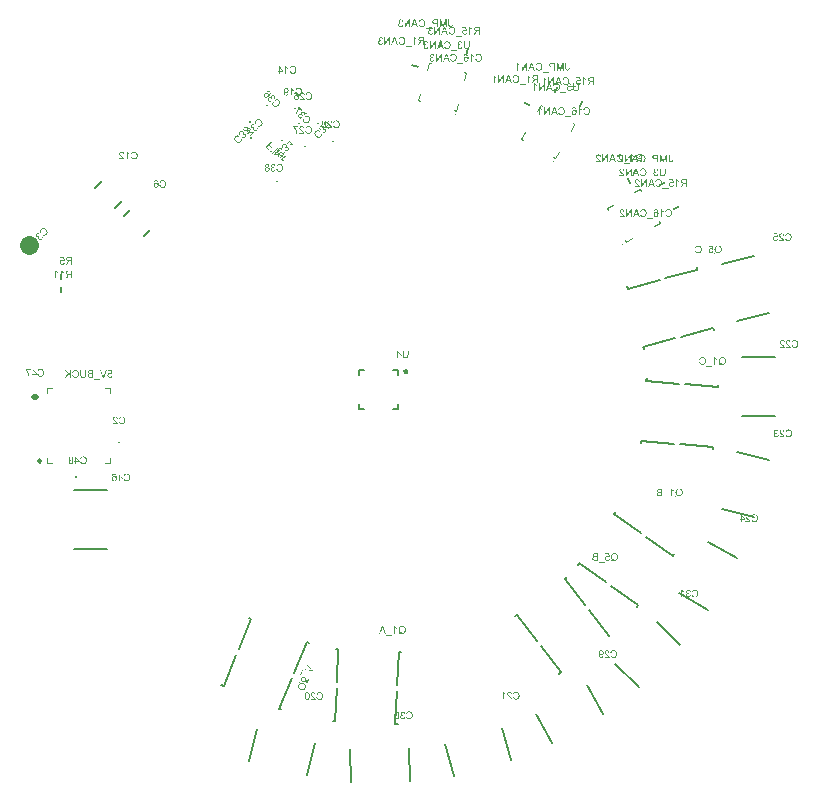
<source format=gbo>
G04 Layer_Color=32896*
%FSLAX44Y44*%
%MOMM*%
G71*
G01*
G75*
%ADD86C,0.1000*%
%ADD145C,0.2500*%
%ADD148C,0.2000*%
%ADD149C,0.1500*%
%ADD152C,0.1524*%
%ADD153C,0.5080*%
%ADD157R,0.1524X0.6048*%
%ADD277C,1.6002*%
G04:AMPARAMS|DCode=278|XSize=0.1524mm|YSize=0.6048mm|CornerRadius=0mm|HoleSize=0mm|Usage=FLASHONLY|Rotation=330.000|XOffset=0mm|YOffset=0mm|HoleType=Round|Shape=Rectangle|*
%AMROTATEDRECTD278*
4,1,4,-0.2172,-0.2238,0.0852,0.3000,0.2172,0.2238,-0.0852,-0.3000,-0.2172,-0.2238,0.0*
%
%ADD278ROTATEDRECTD278*%

G04:AMPARAMS|DCode=279|XSize=0.1524mm|YSize=0.6048mm|CornerRadius=0mm|HoleSize=0mm|Usage=FLASHONLY|Rotation=240.000|XOffset=0mm|YOffset=0mm|HoleType=Round|Shape=Rectangle|*
%AMROTATEDRECTD279*
4,1,4,-0.2238,0.2172,0.3000,-0.0852,0.2238,-0.2172,-0.3000,0.0852,-0.2238,0.2172,0.0*
%
%ADD279ROTATEDRECTD279*%

G04:AMPARAMS|DCode=280|XSize=0.1524mm|YSize=0.6048mm|CornerRadius=0mm|HoleSize=0mm|Usage=FLASHONLY|Rotation=300.000|XOffset=0mm|YOffset=0mm|HoleType=Round|Shape=Rectangle|*
%AMROTATEDRECTD280*
4,1,4,-0.3000,-0.0852,0.2238,0.2172,0.3000,0.0852,-0.2238,-0.2172,-0.3000,-0.0852,0.0*
%
%ADD280ROTATEDRECTD280*%

G04:AMPARAMS|DCode=281|XSize=0.1524mm|YSize=0.6048mm|CornerRadius=0mm|HoleSize=0mm|Usage=FLASHONLY|Rotation=210.000|XOffset=0mm|YOffset=0mm|HoleType=Round|Shape=Rectangle|*
%AMROTATEDRECTD281*
4,1,4,-0.0852,0.3000,0.2172,-0.2238,0.0852,-0.3000,-0.2172,0.2238,-0.0852,0.3000,0.0*
%
%ADD281ROTATEDRECTD281*%

G04:AMPARAMS|DCode=282|XSize=0.1524mm|YSize=0.6048mm|CornerRadius=0mm|HoleSize=0mm|Usage=FLASHONLY|Rotation=255.000|XOffset=0mm|YOffset=0mm|HoleType=Round|Shape=Rectangle|*
%AMROTATEDRECTD282*
4,1,4,-0.2724,0.1519,0.3118,-0.0047,0.2724,-0.1519,-0.3118,0.0047,-0.2724,0.1519,0.0*
%
%ADD282ROTATEDRECTD282*%

G04:AMPARAMS|DCode=283|XSize=0.1524mm|YSize=0.6048mm|CornerRadius=0mm|HoleSize=0mm|Usage=FLASHONLY|Rotation=345.000|XOffset=0mm|YOffset=0mm|HoleType=Round|Shape=Rectangle|*
%AMROTATEDRECTD283*
4,1,4,-0.1519,-0.2724,0.0047,0.3118,0.1519,0.2724,-0.0047,-0.3118,-0.1519,-0.2724,0.0*
%
%ADD283ROTATEDRECTD283*%

G36*
X1200687Y859793D02*
X1195481D01*
Y860361D01*
X1200687D01*
Y859793D01*
D02*
G37*
G36*
X1181690Y860047D02*
X1176485D01*
Y860615D01*
X1181690D01*
Y860047D01*
D02*
G37*
G36*
X1215493Y863556D02*
Y863454D01*
X1215498Y863362D01*
X1215503Y863278D01*
X1215507Y863200D01*
X1215512Y863126D01*
X1215521Y863061D01*
X1215530Y863001D01*
X1215535Y862950D01*
X1215544Y862904D01*
X1215554Y862862D01*
X1215563Y862830D01*
X1215567Y862802D01*
X1215572Y862784D01*
X1215577Y862770D01*
X1215581Y862761D01*
Y862756D01*
X1215618Y862668D01*
X1215669Y862590D01*
X1215720Y862520D01*
X1215776Y862465D01*
X1215822Y862419D01*
X1215863Y862386D01*
X1215891Y862368D01*
X1215896Y862358D01*
X1215900D01*
X1215988Y862312D01*
X1216085Y862275D01*
X1216178Y862252D01*
X1216261Y862234D01*
X1216335Y862224D01*
X1216367Y862220D01*
X1216395D01*
X1216418Y862215D01*
X1216450D01*
X1216529Y862220D01*
X1216603Y862229D01*
X1216672Y862238D01*
X1216742Y862257D01*
X1216802Y862275D01*
X1216857Y862298D01*
X1216908Y862326D01*
X1216954Y862349D01*
X1216996Y862372D01*
X1217028Y862400D01*
X1217061Y862423D01*
X1217084Y862442D01*
X1217102Y862460D01*
X1217121Y862474D01*
X1217125Y862479D01*
X1217130Y862483D01*
X1217172Y862539D01*
X1217213Y862604D01*
X1217246Y862678D01*
X1217278Y862751D01*
X1217324Y862918D01*
X1217356Y863084D01*
X1217370Y863167D01*
X1217380Y863242D01*
X1217389Y863306D01*
X1217393Y863366D01*
X1217398Y863417D01*
X1217403Y863454D01*
Y863477D01*
Y863486D01*
X1218166Y863380D01*
Y863209D01*
X1218152Y863047D01*
X1218133Y862895D01*
X1218105Y862756D01*
X1218073Y862627D01*
X1218041Y862506D01*
X1217999Y862400D01*
X1217958Y862303D01*
X1217921Y862220D01*
X1217879Y862146D01*
X1217842Y862086D01*
X1217810Y862035D01*
X1217782Y861993D01*
X1217759Y861966D01*
X1217745Y861947D01*
X1217740Y861942D01*
X1217652Y861859D01*
X1217555Y861785D01*
X1217454Y861721D01*
X1217347Y861665D01*
X1217241Y861619D01*
X1217135Y861577D01*
X1217028Y861550D01*
X1216927Y861522D01*
X1216830Y861503D01*
X1216737Y861489D01*
X1216654Y861476D01*
X1216584Y861471D01*
X1216524Y861466D01*
X1216483Y861462D01*
X1216446D01*
X1216339Y861466D01*
X1216242Y861471D01*
X1216145Y861485D01*
X1216053Y861499D01*
X1215970Y861517D01*
X1215887Y861536D01*
X1215813Y861554D01*
X1215743Y861577D01*
X1215678Y861600D01*
X1215623Y861619D01*
X1215577Y861637D01*
X1215535Y861656D01*
X1215503Y861670D01*
X1215480Y861684D01*
X1215466Y861688D01*
X1215461Y861693D01*
X1215383Y861739D01*
X1215313Y861790D01*
X1215248Y861841D01*
X1215188Y861896D01*
X1215133Y861952D01*
X1215082Y862007D01*
X1215036Y862063D01*
X1214994Y862113D01*
X1214962Y862164D01*
X1214930Y862211D01*
X1214902Y862252D01*
X1214883Y862289D01*
X1214865Y862321D01*
X1214856Y862345D01*
X1214846Y862358D01*
Y862363D01*
X1214809Y862451D01*
X1214782Y862543D01*
X1214754Y862641D01*
X1214731Y862742D01*
X1214694Y862950D01*
X1214685Y863052D01*
X1214671Y863149D01*
X1214666Y863242D01*
X1214657Y863329D01*
X1214652Y863408D01*
Y863473D01*
X1214648Y863528D01*
Y863570D01*
Y863597D01*
Y863607D01*
Y867966D01*
X1215493D01*
Y863556D01*
D02*
G37*
G36*
X988044Y982538D02*
X988178Y982525D01*
X988307Y982502D01*
X988428Y982474D01*
X988539Y982441D01*
X988640Y982404D01*
X988737Y982367D01*
X988825Y982326D01*
X988904Y982284D01*
X988973Y982247D01*
X989033Y982210D01*
X989084Y982178D01*
X989126Y982150D01*
X989154Y982127D01*
X989172Y982113D01*
X989177Y982109D01*
X989269Y982025D01*
X989352Y981933D01*
X989426Y981836D01*
X989491Y981734D01*
X989551Y981632D01*
X989607Y981531D01*
X989653Y981429D01*
X989694Y981332D01*
X989727Y981239D01*
X989754Y981156D01*
X989778Y981082D01*
X989796Y981013D01*
X989810Y980957D01*
X989819Y980920D01*
X989828Y980893D01*
Y980888D01*
Y980883D01*
X989043Y980745D01*
X989024Y980851D01*
X989001Y980948D01*
X988978Y981036D01*
X988945Y981119D01*
X988918Y981198D01*
X988881Y981267D01*
X988848Y981332D01*
X988816Y981392D01*
X988784Y981438D01*
X988756Y981484D01*
X988728Y981521D01*
X988705Y981549D01*
X988682Y981572D01*
X988668Y981591D01*
X988659Y981600D01*
X988654Y981605D01*
X988594Y981656D01*
X988534Y981702D01*
X988469Y981739D01*
X988405Y981771D01*
X988340Y981803D01*
X988280Y981826D01*
X988160Y981859D01*
X988104Y981873D01*
X988053Y981882D01*
X988007Y981887D01*
X987965Y981891D01*
X987938Y981896D01*
X987891D01*
X987808Y981891D01*
X987725Y981882D01*
X987651Y981868D01*
X987577Y981850D01*
X987512Y981831D01*
X987448Y981803D01*
X987392Y981780D01*
X987341Y981753D01*
X987295Y981725D01*
X987253Y981702D01*
X987221Y981674D01*
X987189Y981656D01*
X987166Y981637D01*
X987152Y981623D01*
X987143Y981614D01*
X987138Y981609D01*
X987087Y981554D01*
X987041Y981498D01*
X986999Y981438D01*
X986967Y981378D01*
X986939Y981318D01*
X986916Y981258D01*
X986879Y981147D01*
X986865Y981096D01*
X986856Y981050D01*
X986851Y981004D01*
X986847Y980971D01*
X986842Y980939D01*
Y980916D01*
Y980902D01*
Y980897D01*
X986847Y980800D01*
X986861Y980708D01*
X986879Y980620D01*
X986907Y980541D01*
X986935Y980467D01*
X986967Y980403D01*
X987004Y980343D01*
X987041Y980287D01*
X987083Y980241D01*
X987115Y980199D01*
X987152Y980167D01*
X987180Y980139D01*
X987207Y980116D01*
X987226Y980102D01*
X987240Y980093D01*
X987244Y980088D01*
X987318Y980042D01*
X987397Y980005D01*
X987475Y979968D01*
X987554Y979940D01*
X987707Y979894D01*
X987776Y979876D01*
X987845Y979862D01*
X987910Y979853D01*
X987965Y979843D01*
X988016Y979839D01*
X988063Y979834D01*
X988095Y979829D01*
X988183D01*
X988224Y979834D01*
X988243D01*
X988257Y979839D01*
X988271D01*
X988358Y979150D01*
X988238Y979178D01*
X988132Y979196D01*
X988039Y979215D01*
X987956Y979224D01*
X987891Y979229D01*
X987845Y979233D01*
X987804D01*
X987702Y979229D01*
X987609Y979219D01*
X987517Y979201D01*
X987434Y979178D01*
X987355Y979150D01*
X987281Y979122D01*
X987212Y979090D01*
X987152Y979057D01*
X987096Y979025D01*
X987046Y978993D01*
X987004Y978965D01*
X986972Y978937D01*
X986944Y978914D01*
X986921Y978896D01*
X986911Y978886D01*
X986907Y978882D01*
X986842Y978812D01*
X986791Y978743D01*
X986740Y978669D01*
X986699Y978595D01*
X986666Y978521D01*
X986639Y978447D01*
X986616Y978373D01*
X986597Y978304D01*
X986579Y978239D01*
X986569Y978179D01*
X986560Y978124D01*
X986555Y978082D01*
X986551Y978040D01*
Y978013D01*
Y977994D01*
Y977990D01*
X986555Y977888D01*
X986569Y977786D01*
X986588Y977694D01*
X986611Y977606D01*
X986639Y977518D01*
X986671Y977444D01*
X986708Y977370D01*
X986740Y977305D01*
X986777Y977245D01*
X986814Y977195D01*
X986847Y977148D01*
X986874Y977111D01*
X986898Y977079D01*
X986916Y977060D01*
X986930Y977047D01*
X986935Y977042D01*
X987009Y976973D01*
X987083Y976917D01*
X987161Y976866D01*
X987240Y976820D01*
X987318Y976783D01*
X987397Y976751D01*
X987475Y976728D01*
X987545Y976704D01*
X987614Y976691D01*
X987674Y976677D01*
X987730Y976672D01*
X987781Y976663D01*
X987818D01*
X987850Y976658D01*
X987873D01*
X987961Y976663D01*
X988039Y976672D01*
X988118Y976686D01*
X988192Y976704D01*
X988261Y976728D01*
X988326Y976751D01*
X988386Y976778D01*
X988442Y976806D01*
X988493Y976829D01*
X988534Y976857D01*
X988576Y976880D01*
X988603Y976903D01*
X988631Y976922D01*
X988650Y976936D01*
X988659Y976945D01*
X988663Y976949D01*
X988724Y977010D01*
X988774Y977074D01*
X988825Y977148D01*
X988872Y977227D01*
X988950Y977384D01*
X989015Y977546D01*
X989038Y977620D01*
X989061Y977689D01*
X989080Y977749D01*
X989093Y977805D01*
X989107Y977851D01*
X989117Y977888D01*
X989121Y977906D01*
Y977916D01*
X989907Y977809D01*
X989889Y977661D01*
X989861Y977523D01*
X989819Y977393D01*
X989778Y977269D01*
X989727Y977153D01*
X989676Y977047D01*
X989620Y976945D01*
X989565Y976857D01*
X989510Y976778D01*
X989459Y976709D01*
X989408Y976649D01*
X989366Y976598D01*
X989329Y976556D01*
X989302Y976529D01*
X989283Y976510D01*
X989278Y976506D01*
X989172Y976418D01*
X989056Y976339D01*
X988941Y976275D01*
X988825Y976219D01*
X988705Y976168D01*
X988589Y976127D01*
X988474Y976094D01*
X988368Y976071D01*
X988266Y976048D01*
X988174Y976034D01*
X988090Y976020D01*
X988016Y976016D01*
X987961Y976011D01*
X987915Y976006D01*
X987878D01*
X987707Y976011D01*
X987545Y976030D01*
X987388Y976062D01*
X987244Y976099D01*
X987106Y976141D01*
X986981Y976191D01*
X986861Y976242D01*
X986754Y976298D01*
X986662Y976353D01*
X986574Y976404D01*
X986505Y976455D01*
X986445Y976496D01*
X986394Y976533D01*
X986361Y976566D01*
X986343Y976584D01*
X986334Y976589D01*
X986227Y976700D01*
X986130Y976815D01*
X986047Y976936D01*
X985978Y977056D01*
X985918Y977176D01*
X985867Y977296D01*
X985830Y977407D01*
X985797Y977518D01*
X985770Y977620D01*
X985751Y977712D01*
X985737Y977795D01*
X985728Y977869D01*
X985723Y977925D01*
X985719Y977971D01*
Y977999D01*
Y978008D01*
X985723Y978124D01*
X985733Y978230D01*
X985747Y978332D01*
X985770Y978429D01*
X985793Y978521D01*
X985816Y978604D01*
X985848Y978683D01*
X985876Y978757D01*
X985904Y978822D01*
X985931Y978877D01*
X985959Y978923D01*
X985982Y978965D01*
X986005Y978997D01*
X986019Y979020D01*
X986029Y979034D01*
X986033Y979039D01*
X986093Y979113D01*
X986163Y979182D01*
X986232Y979242D01*
X986301Y979298D01*
X986375Y979349D01*
X986449Y979390D01*
X986523Y979432D01*
X986592Y979464D01*
X986657Y979497D01*
X986717Y979520D01*
X986773Y979543D01*
X986824Y979557D01*
X986861Y979571D01*
X986893Y979580D01*
X986911Y979585D01*
X986916D01*
X986837Y979622D01*
X986764Y979663D01*
X986694Y979709D01*
X986629Y979751D01*
X986569Y979797D01*
X986518Y979843D01*
X986468Y979885D01*
X986426Y979927D01*
X986385Y979968D01*
X986352Y980005D01*
X986324Y980038D01*
X986301Y980065D01*
X986283Y980088D01*
X986269Y980107D01*
X986264Y980116D01*
X986260Y980121D01*
X986218Y980185D01*
X986186Y980250D01*
X986153Y980320D01*
X986130Y980384D01*
X986089Y980509D01*
X986061Y980629D01*
X986052Y980680D01*
X986047Y980731D01*
X986038Y980772D01*
Y980809D01*
X986033Y980837D01*
Y980860D01*
Y980874D01*
Y980879D01*
X986038Y980962D01*
X986042Y981041D01*
X986070Y981193D01*
X986107Y981332D01*
X986130Y981392D01*
X986149Y981452D01*
X986172Y981508D01*
X986195Y981554D01*
X986213Y981600D01*
X986232Y981632D01*
X986246Y981665D01*
X986260Y981683D01*
X986264Y981697D01*
X986269Y981702D01*
X986315Y981771D01*
X986366Y981840D01*
X986472Y981961D01*
X986583Y982067D01*
X986694Y982155D01*
X986745Y982192D01*
X986791Y982224D01*
X986833Y982252D01*
X986870Y982275D01*
X986902Y982293D01*
X986925Y982307D01*
X986939Y982312D01*
X986944Y982317D01*
X987027Y982358D01*
X987110Y982391D01*
X987194Y982423D01*
X987281Y982446D01*
X987443Y982488D01*
X987517Y982502D01*
X987591Y982515D01*
X987656Y982525D01*
X987716Y982529D01*
X987771Y982538D01*
X987818D01*
X987855Y982543D01*
X987905D01*
X988044Y982538D01*
D02*
G37*
G36*
X1005842Y982626D02*
X1005994Y982612D01*
X1006142Y982594D01*
X1006286Y982571D01*
X1006420Y982543D01*
X1006549Y982506D01*
X1006669Y982474D01*
X1006780Y982437D01*
X1006877Y982400D01*
X1006970Y982367D01*
X1007048Y982335D01*
X1007113Y982303D01*
X1007169Y982280D01*
X1007206Y982261D01*
X1007229Y982247D01*
X1007238Y982243D01*
X1007367Y982164D01*
X1007487Y982081D01*
X1007598Y981993D01*
X1007705Y981900D01*
X1007802Y981808D01*
X1007890Y981716D01*
X1007973Y981618D01*
X1008042Y981531D01*
X1008107Y981448D01*
X1008167Y981364D01*
X1008213Y981295D01*
X1008255Y981235D01*
X1008283Y981179D01*
X1008306Y981142D01*
X1008320Y981119D01*
X1008324Y981110D01*
X1008389Y980967D01*
X1008449Y980823D01*
X1008500Y980676D01*
X1008541Y980527D01*
X1008578Y980380D01*
X1008611Y980232D01*
X1008634Y980093D01*
X1008657Y979964D01*
X1008671Y979839D01*
X1008685Y979723D01*
X1008689Y979622D01*
X1008699Y979534D01*
Y979464D01*
X1008703Y979436D01*
Y979413D01*
Y979395D01*
Y979381D01*
Y979372D01*
Y979367D01*
X1008699Y979196D01*
X1008689Y979030D01*
X1008671Y978868D01*
X1008652Y978715D01*
X1008625Y978563D01*
X1008597Y978424D01*
X1008565Y978290D01*
X1008532Y978165D01*
X1008505Y978054D01*
X1008472Y977953D01*
X1008445Y977865D01*
X1008417Y977791D01*
X1008398Y977731D01*
X1008380Y977689D01*
X1008371Y977661D01*
X1008366Y977657D01*
Y977652D01*
X1008301Y977509D01*
X1008227Y977370D01*
X1008149Y977245D01*
X1008070Y977125D01*
X1007987Y977019D01*
X1007904Y976917D01*
X1007825Y976829D01*
X1007746Y976746D01*
X1007673Y976672D01*
X1007603Y976612D01*
X1007543Y976556D01*
X1007487Y976515D01*
X1007441Y976483D01*
X1007409Y976455D01*
X1007391Y976441D01*
X1007381Y976436D01*
X1007256Y976362D01*
X1007122Y976298D01*
X1006984Y976242D01*
X1006845Y976191D01*
X1006706Y976154D01*
X1006563Y976117D01*
X1006429Y976090D01*
X1006295Y976067D01*
X1006175Y976053D01*
X1006059Y976039D01*
X1005957Y976030D01*
X1005870Y976020D01*
X1005800D01*
X1005768Y976016D01*
X1005698D01*
X1005514Y976020D01*
X1005338Y976039D01*
X1005172Y976067D01*
X1005010Y976099D01*
X1004862Y976141D01*
X1004723Y976187D01*
X1004594Y976238D01*
X1004478Y976288D01*
X1004372Y976339D01*
X1004279Y976390D01*
X1004196Y976436D01*
X1004131Y976478D01*
X1004076Y976510D01*
X1004039Y976538D01*
X1004016Y976556D01*
X1004007Y976561D01*
X1003882Y976672D01*
X1003766Y976788D01*
X1003660Y976913D01*
X1003563Y977042D01*
X1003475Y977176D01*
X1003396Y977305D01*
X1003327Y977435D01*
X1003267Y977564D01*
X1003212Y977684D01*
X1003165Y977795D01*
X1003128Y977893D01*
X1003096Y977980D01*
X1003073Y978050D01*
X1003064Y978082D01*
X1003059Y978105D01*
X1003054Y978124D01*
X1003050Y978138D01*
X1003045Y978147D01*
Y978151D01*
X1003891Y978364D01*
X1003928Y978216D01*
X1003970Y978082D01*
X1004016Y977953D01*
X1004071Y977837D01*
X1004122Y977726D01*
X1004182Y977624D01*
X1004238Y977537D01*
X1004293Y977453D01*
X1004344Y977384D01*
X1004395Y977319D01*
X1004441Y977269D01*
X1004483Y977227D01*
X1004515Y977190D01*
X1004538Y977167D01*
X1004557Y977153D01*
X1004561Y977148D01*
X1004658Y977079D01*
X1004755Y977014D01*
X1004857Y976959D01*
X1004959Y976913D01*
X1005061Y976876D01*
X1005162Y976843D01*
X1005259Y976815D01*
X1005352Y976792D01*
X1005435Y976774D01*
X1005518Y976765D01*
X1005588Y976755D01*
X1005648Y976746D01*
X1005698D01*
X1005735Y976741D01*
X1005768D01*
X1005874Y976746D01*
X1005981Y976755D01*
X1006082Y976769D01*
X1006184Y976788D01*
X1006276Y976811D01*
X1006369Y976839D01*
X1006452Y976862D01*
X1006531Y976894D01*
X1006600Y976922D01*
X1006665Y976945D01*
X1006720Y976973D01*
X1006766Y976996D01*
X1006803Y977014D01*
X1006831Y977028D01*
X1006850Y977037D01*
X1006854Y977042D01*
X1006947Y977102D01*
X1007030Y977167D01*
X1007109Y977236D01*
X1007182Y977310D01*
X1007247Y977384D01*
X1007307Y977463D01*
X1007363Y977537D01*
X1007414Y977606D01*
X1007455Y977675D01*
X1007492Y977740D01*
X1007524Y977800D01*
X1007548Y977851D01*
X1007571Y977893D01*
X1007585Y977920D01*
X1007589Y977943D01*
X1007594Y977948D01*
X1007635Y978064D01*
X1007673Y978184D01*
X1007705Y978304D01*
X1007728Y978429D01*
X1007774Y978664D01*
X1007788Y978780D01*
X1007802Y978891D01*
X1007811Y978988D01*
X1007816Y979081D01*
X1007820Y979164D01*
X1007825Y979233D01*
X1007830Y979293D01*
Y979335D01*
Y979363D01*
Y979372D01*
X1007825Y979492D01*
X1007820Y979608D01*
X1007797Y979829D01*
X1007783Y979936D01*
X1007765Y980038D01*
X1007746Y980135D01*
X1007728Y980222D01*
X1007709Y980306D01*
X1007696Y980380D01*
X1007677Y980444D01*
X1007663Y980500D01*
X1007649Y980541D01*
X1007640Y980574D01*
X1007631Y980597D01*
Y980602D01*
X1007589Y980712D01*
X1007543Y980814D01*
X1007492Y980911D01*
X1007437Y980999D01*
X1007381Y981087D01*
X1007326Y981165D01*
X1007266Y981235D01*
X1007210Y981300D01*
X1007155Y981355D01*
X1007104Y981406D01*
X1007058Y981448D01*
X1007016Y981484D01*
X1006984Y981512D01*
X1006961Y981535D01*
X1006942Y981544D01*
X1006937Y981549D01*
X1006840Y981614D01*
X1006739Y981665D01*
X1006637Y981716D01*
X1006535Y981757D01*
X1006429Y981790D01*
X1006327Y981817D01*
X1006230Y981840D01*
X1006133Y981859D01*
X1006045Y981877D01*
X1005962Y981887D01*
X1005888Y981896D01*
X1005823Y981900D01*
X1005772Y981905D01*
X1005703D01*
X1005583Y981900D01*
X1005472Y981891D01*
X1005366Y981877D01*
X1005264Y981854D01*
X1005172Y981831D01*
X1005084Y981803D01*
X1005005Y981776D01*
X1004931Y981748D01*
X1004866Y981716D01*
X1004806Y981688D01*
X1004755Y981660D01*
X1004714Y981637D01*
X1004681Y981614D01*
X1004658Y981600D01*
X1004644Y981591D01*
X1004640Y981586D01*
X1004561Y981521D01*
X1004487Y981452D01*
X1004423Y981374D01*
X1004358Y981295D01*
X1004298Y981207D01*
X1004247Y981124D01*
X1004196Y981041D01*
X1004155Y980957D01*
X1004118Y980879D01*
X1004081Y980805D01*
X1004053Y980740D01*
X1004030Y980685D01*
X1004011Y980634D01*
X1003997Y980602D01*
X1003993Y980578D01*
X1003988Y980569D01*
X1003156Y980763D01*
X1003207Y980925D01*
X1003272Y981078D01*
X1003336Y981221D01*
X1003410Y981355D01*
X1003484Y981475D01*
X1003558Y981591D01*
X1003637Y981693D01*
X1003711Y981785D01*
X1003785Y981868D01*
X1003849Y981937D01*
X1003910Y982002D01*
X1003965Y982048D01*
X1004007Y982090D01*
X1004044Y982118D01*
X1004062Y982136D01*
X1004071Y982141D01*
X1004196Y982229D01*
X1004326Y982303D01*
X1004464Y982367D01*
X1004598Y982423D01*
X1004732Y982474D01*
X1004866Y982511D01*
X1004996Y982543D01*
X1005121Y982571D01*
X1005241Y982589D01*
X1005347Y982603D01*
X1005440Y982617D01*
X1005523Y982622D01*
X1005592Y982626D01*
X1005620Y982631D01*
X1005685D01*
X1005842Y982626D01*
D02*
G37*
G36*
X1026857Y976122D02*
X1026039D01*
Y981568D01*
X1024194Y976122D01*
X1023427D01*
X1021564Y981475D01*
Y976122D01*
X1021365D01*
Y969772D01*
X1020551D01*
Y974792D01*
X1017200Y969772D01*
X1016326D01*
Y976170D01*
X1017140D01*
Y971145D01*
X1020496Y976170D01*
X1020746D01*
Y982520D01*
X1021888D01*
X1023422Y978068D01*
X1023464Y977943D01*
X1023505Y977828D01*
X1023538Y977721D01*
X1023575Y977620D01*
X1023603Y977527D01*
X1023630Y977444D01*
X1023658Y977370D01*
X1023681Y977301D01*
X1023700Y977241D01*
X1023718Y977190D01*
X1023732Y977144D01*
X1023741Y977107D01*
X1023751Y977079D01*
X1023760Y977060D01*
X1023764Y977047D01*
Y977042D01*
X1023783Y977107D01*
X1023806Y977171D01*
X1023829Y977245D01*
X1023852Y977324D01*
X1023903Y977481D01*
X1023954Y977634D01*
X1023977Y977708D01*
X1024000Y977772D01*
X1024019Y977832D01*
X1024037Y977888D01*
X1024051Y977930D01*
X1024060Y977962D01*
X1024065Y977980D01*
X1024070Y977990D01*
X1025586Y982520D01*
X1026857D01*
Y976122D01*
D02*
G37*
G36*
X996055D02*
X995242D01*
Y981142D01*
X991890Y976122D01*
X991016D01*
Y982520D01*
X991830D01*
Y977495D01*
X995186Y982520D01*
X996055D01*
Y976122D01*
D02*
G37*
G36*
X1205823Y861568D02*
X1204977D01*
Y864171D01*
X1203215D01*
X1203095Y864175D01*
X1202980Y864184D01*
X1202869Y864194D01*
X1202762Y864208D01*
X1202661Y864221D01*
X1202471Y864258D01*
X1202305Y864300D01*
X1202148Y864351D01*
X1202013Y864402D01*
X1201893Y864453D01*
X1201787Y864503D01*
X1201699Y864554D01*
X1201625Y864605D01*
X1201565Y864647D01*
X1201519Y864684D01*
X1201486Y864712D01*
X1201468Y864730D01*
X1201463Y864735D01*
X1201371Y864841D01*
X1201292Y864957D01*
X1201223Y865072D01*
X1201163Y865188D01*
X1201112Y865303D01*
X1201070Y865419D01*
X1201033Y865530D01*
X1201006Y865636D01*
X1200983Y865733D01*
X1200969Y865826D01*
X1200955Y865904D01*
X1200950Y865978D01*
X1200946Y866034D01*
X1200941Y866075D01*
Y866103D01*
Y866112D01*
X1200950Y866288D01*
X1200973Y866450D01*
X1200987Y866528D01*
X1201001Y866598D01*
X1201020Y866667D01*
X1201038Y866727D01*
X1201057Y866783D01*
X1201075Y866833D01*
X1201089Y866880D01*
X1201103Y866917D01*
X1201117Y866944D01*
X1201126Y866967D01*
X1201131Y866981D01*
X1201135Y866986D01*
X1201214Y867125D01*
X1201297Y867249D01*
X1201385Y867356D01*
X1201426Y867402D01*
X1201463Y867444D01*
X1201500Y867481D01*
X1201537Y867513D01*
X1201570Y867541D01*
X1201597Y867559D01*
X1201616Y867578D01*
X1201634Y867591D01*
X1201644Y867596D01*
X1201648Y867601D01*
X1201773Y867679D01*
X1201907Y867739D01*
X1202037Y867795D01*
X1202161Y867837D01*
X1202222Y867850D01*
X1202272Y867864D01*
X1202319Y867878D01*
X1202360Y867887D01*
X1202393Y867892D01*
X1202416Y867897D01*
X1202434Y867901D01*
X1202439D01*
X1202504Y867911D01*
X1202577Y867924D01*
X1202735Y867938D01*
X1202896Y867952D01*
X1203054Y867957D01*
X1203128Y867961D01*
X1203192D01*
X1203257Y867966D01*
X1205823D01*
Y861568D01*
D02*
G37*
G36*
X1182491D02*
X1181678D01*
Y866588D01*
X1178326Y861568D01*
X1177452D01*
Y867966D01*
X1178266D01*
Y862941D01*
X1181622Y867966D01*
X1182491D01*
Y861568D01*
D02*
G37*
G36*
X1163494Y861822D02*
X1162681D01*
Y866842D01*
X1159329Y861822D01*
X1158456D01*
Y868220D01*
X1159269D01*
Y863195D01*
X1162625Y868220D01*
X1163494D01*
Y861822D01*
D02*
G37*
G36*
X1155395Y868238D02*
X1155553Y868225D01*
X1155700Y868202D01*
X1155839Y868169D01*
X1155968Y868132D01*
X1156089Y868091D01*
X1156195Y868049D01*
X1156297Y868007D01*
X1156385Y867961D01*
X1156463Y867919D01*
X1156528Y867878D01*
X1156583Y867841D01*
X1156625Y867813D01*
X1156657Y867785D01*
X1156676Y867772D01*
X1156680Y867767D01*
X1156777Y867674D01*
X1156861Y867573D01*
X1156939Y867466D01*
X1157004Y867355D01*
X1157064Y867240D01*
X1157115Y867124D01*
X1157157Y867013D01*
X1157194Y866902D01*
X1157221Y866801D01*
X1157244Y866704D01*
X1157263Y866616D01*
X1157277Y866542D01*
X1157291Y866482D01*
X1157295Y866436D01*
Y866417D01*
X1157300Y866403D01*
Y866399D01*
Y866394D01*
X1156491Y866311D01*
X1156486Y866422D01*
X1156477Y866523D01*
X1156459Y866620D01*
X1156440Y866713D01*
X1156412Y866796D01*
X1156385Y866870D01*
X1156352Y866944D01*
X1156320Y867004D01*
X1156292Y867060D01*
X1156260Y867111D01*
X1156232Y867152D01*
X1156204Y867189D01*
X1156186Y867212D01*
X1156167Y867235D01*
X1156158Y867244D01*
X1156153Y867249D01*
X1156089Y867309D01*
X1156015Y867360D01*
X1155941Y867406D01*
X1155867Y867448D01*
X1155788Y867480D01*
X1155714Y867508D01*
X1155640Y867531D01*
X1155571Y867550D01*
X1155502Y867563D01*
X1155442Y867573D01*
X1155386Y867582D01*
X1155335Y867587D01*
X1155298Y867591D01*
X1155243D01*
X1155146Y867587D01*
X1155053Y867577D01*
X1154965Y867563D01*
X1154882Y867540D01*
X1154808Y867517D01*
X1154734Y867490D01*
X1154669Y867462D01*
X1154609Y867430D01*
X1154559Y867402D01*
X1154512Y867369D01*
X1154471Y867342D01*
X1154438Y867318D01*
X1154411Y867295D01*
X1154392Y867281D01*
X1154383Y867272D01*
X1154378Y867268D01*
X1154318Y867208D01*
X1154267Y867143D01*
X1154221Y867078D01*
X1154184Y867009D01*
X1154152Y866944D01*
X1154124Y866879D01*
X1154101Y866815D01*
X1154082Y866755D01*
X1154069Y866699D01*
X1154059Y866648D01*
X1154050Y866602D01*
X1154045Y866560D01*
X1154041Y866528D01*
Y866505D01*
Y866486D01*
Y866482D01*
X1154045Y866399D01*
X1154055Y866315D01*
X1154073Y866232D01*
X1154096Y866149D01*
X1154156Y865987D01*
X1154193Y865913D01*
X1154226Y865844D01*
X1154258Y865779D01*
X1154295Y865719D01*
X1154323Y865668D01*
X1154351Y865622D01*
X1154378Y865590D01*
X1154397Y865562D01*
X1154406Y865543D01*
X1154411Y865539D01*
X1154485Y865442D01*
X1154577Y865335D01*
X1154674Y865229D01*
X1154785Y865118D01*
X1154896Y865003D01*
X1155016Y864892D01*
X1155132Y864781D01*
X1155252Y864674D01*
X1155363Y864573D01*
X1155469Y864480D01*
X1155562Y864392D01*
X1155650Y864323D01*
X1155719Y864263D01*
X1155747Y864240D01*
X1155770Y864217D01*
X1155788Y864203D01*
X1155802Y864189D01*
X1155811Y864184D01*
X1155816Y864180D01*
X1155936Y864078D01*
X1156052Y863981D01*
X1156158Y863888D01*
X1156260Y863801D01*
X1156352Y863713D01*
X1156435Y863634D01*
X1156509Y863560D01*
X1156579Y863491D01*
X1156644Y863431D01*
X1156694Y863375D01*
X1156740Y863329D01*
X1156777Y863287D01*
X1156805Y863255D01*
X1156824Y863232D01*
X1156838Y863218D01*
X1156842Y863214D01*
X1156967Y863056D01*
X1157073Y862904D01*
X1157161Y862760D01*
X1157203Y862696D01*
X1157235Y862631D01*
X1157263Y862576D01*
X1157291Y862525D01*
X1157314Y862478D01*
X1157328Y862437D01*
X1157342Y862404D01*
X1157351Y862381D01*
X1157360Y862367D01*
Y862363D01*
X1157392Y862266D01*
X1157415Y862169D01*
X1157429Y862076D01*
X1157439Y861998D01*
X1157443Y861924D01*
X1157448Y861896D01*
Y861868D01*
Y861850D01*
Y861836D01*
Y861827D01*
Y861822D01*
X1153223D01*
Y862576D01*
X1156357D01*
X1156306Y862654D01*
X1156251Y862733D01*
X1156195Y862802D01*
X1156144Y862867D01*
X1156098Y862918D01*
X1156061Y862959D01*
X1156038Y862987D01*
X1156029Y862996D01*
X1155987Y863042D01*
X1155931Y863093D01*
X1155871Y863149D01*
X1155802Y863214D01*
X1155728Y863278D01*
X1155654Y863347D01*
X1155497Y863482D01*
X1155423Y863546D01*
X1155354Y863606D01*
X1155294Y863662D01*
X1155234Y863708D01*
X1155187Y863750D01*
X1155155Y863777D01*
X1155132Y863801D01*
X1155123Y863805D01*
X1154970Y863935D01*
X1154827Y864059D01*
X1154697Y864175D01*
X1154577Y864281D01*
X1154466Y864383D01*
X1154369Y864475D01*
X1154277Y864559D01*
X1154198Y864633D01*
X1154129Y864702D01*
X1154073Y864762D01*
X1154022Y864813D01*
X1153981Y864855D01*
X1153948Y864887D01*
X1153930Y864910D01*
X1153916Y864924D01*
X1153911Y864929D01*
X1153847Y865007D01*
X1153782Y865081D01*
X1153727Y865155D01*
X1153676Y865224D01*
X1153583Y865358D01*
X1153546Y865418D01*
X1153514Y865474D01*
X1153482Y865525D01*
X1153458Y865571D01*
X1153435Y865613D01*
X1153421Y865645D01*
X1153408Y865673D01*
X1153398Y865691D01*
X1153389Y865705D01*
Y865710D01*
X1153338Y865848D01*
X1153297Y865983D01*
X1153269Y866112D01*
X1153250Y866227D01*
X1153246Y866278D01*
X1153241Y866325D01*
X1153236Y866362D01*
X1153232Y866399D01*
Y866426D01*
Y866445D01*
Y866459D01*
Y866463D01*
X1153236Y866602D01*
X1153255Y866736D01*
X1153283Y866861D01*
X1153315Y866981D01*
X1153357Y867092D01*
X1153403Y867198D01*
X1153454Y867295D01*
X1153500Y867383D01*
X1153551Y867462D01*
X1153602Y867531D01*
X1153648Y867591D01*
X1153689Y867637D01*
X1153722Y867679D01*
X1153750Y867707D01*
X1153768Y867725D01*
X1153773Y867730D01*
X1153879Y867822D01*
X1153990Y867901D01*
X1154106Y867966D01*
X1154226Y868026D01*
X1154346Y868077D01*
X1154471Y868118D01*
X1154586Y868151D01*
X1154702Y868178D01*
X1154808Y868202D01*
X1154910Y868215D01*
X1154998Y868229D01*
X1155076Y868234D01*
X1155141Y868238D01*
X1155187Y868243D01*
X1155229D01*
X1155395Y868238D01*
D02*
G37*
G36*
X1213293Y861568D02*
X1212475D01*
Y867014D01*
X1210630Y861568D01*
X1209863D01*
X1208000Y866921D01*
Y861568D01*
X1207182D01*
Y867966D01*
X1208324D01*
X1209858Y863514D01*
X1209900Y863389D01*
X1209941Y863274D01*
X1209974Y863167D01*
X1210011Y863066D01*
X1210039Y862973D01*
X1210066Y862890D01*
X1210094Y862816D01*
X1210117Y862747D01*
X1210136Y862687D01*
X1210154Y862636D01*
X1210168Y862590D01*
X1210177Y862553D01*
X1210187Y862525D01*
X1210196Y862506D01*
X1210200Y862493D01*
Y862488D01*
X1210219Y862553D01*
X1210242Y862617D01*
X1210265Y862691D01*
X1210288Y862770D01*
X1210339Y862927D01*
X1210390Y863080D01*
X1210413Y863154D01*
X1210436Y863218D01*
X1210455Y863278D01*
X1210473Y863334D01*
X1210487Y863375D01*
X1210496Y863408D01*
X1210501Y863426D01*
X1210506Y863436D01*
X1212022Y867966D01*
X1213293D01*
Y861568D01*
D02*
G37*
G36*
X1170137Y861822D02*
X1169245D01*
X1168547Y863759D01*
X1165861D01*
X1165122Y861822D01*
X1164160D01*
X1166777Y868220D01*
X1167683D01*
X1170137Y861822D01*
D02*
G37*
G36*
X1183747Y868165D02*
X1183793Y868086D01*
X1183900Y867933D01*
X1184015Y867790D01*
X1184075Y867721D01*
X1184131Y867656D01*
X1184186Y867600D01*
X1184237Y867545D01*
X1184283Y867499D01*
X1184325Y867457D01*
X1184357Y867425D01*
X1184380Y867402D01*
X1184399Y867388D01*
X1184403Y867383D01*
X1184593Y867226D01*
X1184792Y867083D01*
X1184986Y866953D01*
X1185078Y866898D01*
X1185166Y866842D01*
X1185245Y866796D01*
X1185286Y866773D01*
X1185773Y867966D01*
X1186680D01*
X1187174Y866677D01*
X1187186Y866759D01*
X1187205Y866847D01*
X1187223Y866930D01*
X1187246Y867009D01*
X1187274Y867083D01*
X1187297Y867152D01*
X1187320Y867212D01*
X1187348Y867268D01*
X1187371Y867318D01*
X1187390Y867360D01*
X1187408Y867393D01*
X1187417Y867416D01*
X1187427Y867430D01*
X1187431Y867434D01*
X1187482Y867513D01*
X1187538Y867587D01*
X1187598Y867651D01*
X1187653Y867716D01*
X1187713Y867772D01*
X1187773Y867822D01*
X1187833Y867864D01*
X1187889Y867906D01*
X1187940Y867938D01*
X1187991Y867966D01*
X1188032Y867993D01*
X1188069Y868012D01*
X1188102Y868026D01*
X1188125Y868035D01*
X1188139Y868044D01*
X1188143D01*
X1188231Y868077D01*
X1188328Y868104D01*
X1188430Y868128D01*
X1188531Y868146D01*
X1188749Y868178D01*
X1188855Y868188D01*
X1188957Y868197D01*
X1189059Y868206D01*
X1189146Y868211D01*
X1189230Y868215D01*
X1189304D01*
X1189359Y868220D01*
X1192276D01*
Y868072D01*
X1192278Y868072D01*
X1192430Y868058D01*
X1192578Y868040D01*
X1192722Y868017D01*
X1192856Y867989D01*
X1192985Y867952D01*
X1193105Y867920D01*
X1193216Y867883D01*
X1193313Y867846D01*
X1193406Y867813D01*
X1193484Y867781D01*
X1193549Y867749D01*
X1193605Y867726D01*
X1193642Y867707D01*
X1193665Y867693D01*
X1193674Y867689D01*
X1193803Y867610D01*
X1193923Y867527D01*
X1194035Y867439D01*
X1194141Y867346D01*
X1194238Y867254D01*
X1194326Y867162D01*
X1194409Y867065D01*
X1194478Y866977D01*
X1194543Y866893D01*
X1194603Y866810D01*
X1194649Y866741D01*
X1194691Y866681D01*
X1194719Y866625D01*
X1194742Y866588D01*
X1194756Y866565D01*
X1194760Y866556D01*
X1194825Y866413D01*
X1194885Y866269D01*
X1194936Y866122D01*
X1194977Y865974D01*
X1195014Y865826D01*
X1195047Y865678D01*
X1195070Y865539D01*
X1195093Y865409D01*
X1195107Y865285D01*
X1195121Y865169D01*
X1195126Y865068D01*
X1195135Y864980D01*
Y864910D01*
X1195139Y864883D01*
Y864859D01*
Y864841D01*
Y864827D01*
Y864818D01*
Y864813D01*
X1195135Y864642D01*
X1195126Y864476D01*
X1195107Y864314D01*
X1195089Y864161D01*
X1195061Y864009D01*
X1195033Y863870D01*
X1195001Y863736D01*
X1194968Y863611D01*
X1194941Y863500D01*
X1194908Y863399D01*
X1194881Y863311D01*
X1194853Y863237D01*
X1194834Y863177D01*
X1194816Y863135D01*
X1194807Y863107D01*
X1194802Y863103D01*
Y863098D01*
X1194737Y862955D01*
X1194663Y862816D01*
X1194585Y862691D01*
X1194506Y862571D01*
X1194423Y862465D01*
X1194340Y862363D01*
X1194261Y862275D01*
X1194182Y862192D01*
X1194109Y862118D01*
X1194039Y862058D01*
X1193979Y862002D01*
X1193923Y861961D01*
X1193877Y861929D01*
X1193845Y861901D01*
X1193827Y861887D01*
X1193817Y861882D01*
X1193692Y861808D01*
X1193558Y861744D01*
X1193420Y861688D01*
X1193281Y861637D01*
X1193142Y861600D01*
X1192999Y861563D01*
X1192865Y861536D01*
X1192731Y861513D01*
X1192611Y861499D01*
X1192495Y861485D01*
X1192393Y861476D01*
X1192306Y861466D01*
X1192236D01*
X1192204Y861462D01*
X1192134D01*
X1191950Y861466D01*
X1191774Y861485D01*
X1191608Y861513D01*
X1191446Y861545D01*
X1191298Y861587D01*
X1191159Y861633D01*
X1191030Y861684D01*
X1190914Y861734D01*
X1190808Y861785D01*
X1190715Y861836D01*
X1190632Y861882D01*
X1190567Y861924D01*
X1190512Y861956D01*
X1190475Y861984D01*
X1190452Y862002D01*
X1190443Y862007D01*
X1190318Y862118D01*
X1190202Y862234D01*
X1190096Y862358D01*
X1189999Y862488D01*
X1189911Y862622D01*
X1189832Y862751D01*
X1189763Y862881D01*
X1189703Y863010D01*
X1189648Y863130D01*
X1189601Y863242D01*
X1189564Y863338D01*
X1189532Y863426D01*
X1189509Y863496D01*
X1189500Y863528D01*
X1189495Y863551D01*
X1189490Y863570D01*
X1189486Y863584D01*
X1189481Y863593D01*
Y863597D01*
X1190327Y863810D01*
X1190364Y863662D01*
X1190406Y863528D01*
X1190452Y863399D01*
X1190507Y863283D01*
X1190558Y863172D01*
X1190618Y863070D01*
X1190674Y862983D01*
X1190729Y862899D01*
X1190780Y862830D01*
X1190831Y862765D01*
X1190877Y862714D01*
X1190919Y862673D01*
X1190951Y862636D01*
X1190974Y862613D01*
X1190993Y862599D01*
X1190997Y862594D01*
X1191094Y862525D01*
X1191191Y862460D01*
X1191293Y862405D01*
X1191395Y862358D01*
X1191430Y862346D01*
Y864665D01*
X1190334D01*
X1190237Y864660D01*
X1190154Y864656D01*
X1190089Y864651D01*
X1190043Y864642D01*
X1190006Y864637D01*
X1189983Y864633D01*
X1189978D01*
X1189904Y864610D01*
X1189835Y864586D01*
X1189770Y864554D01*
X1189715Y864526D01*
X1189664Y864503D01*
X1189627Y864480D01*
X1189604Y864466D01*
X1189595Y864462D01*
X1189521Y864411D01*
X1189447Y864346D01*
X1189378Y864272D01*
X1189308Y864203D01*
X1189253Y864138D01*
X1189206Y864082D01*
X1189188Y864059D01*
X1189174Y864046D01*
X1189169Y864036D01*
X1189165Y864032D01*
X1189119Y863972D01*
X1189068Y863907D01*
X1188966Y863768D01*
X1188864Y863620D01*
X1188767Y863477D01*
X1188726Y863412D01*
X1188684Y863352D01*
X1188647Y863297D01*
X1188615Y863246D01*
X1188592Y863209D01*
X1188573Y863176D01*
X1188559Y863158D01*
X1188555Y863153D01*
X1188537Y863125D01*
X1189134Y861568D01*
X1188242D01*
X1187991Y862266D01*
X1187709Y861822D01*
X1186650D01*
X1187608Y863328D01*
X1187544Y863505D01*
X1184858D01*
X1184119Y861568D01*
X1183157D01*
X1183261Y861822D01*
X1183197D01*
Y868243D01*
X1183705D01*
X1183747Y868165D01*
D02*
G37*
G36*
X1173281Y868326D02*
X1173434Y868312D01*
X1173581Y868294D01*
X1173725Y868271D01*
X1173859Y868243D01*
X1173988Y868206D01*
X1174108Y868174D01*
X1174219Y868137D01*
X1174316Y868100D01*
X1174409Y868067D01*
X1174488Y868035D01*
X1174552Y868003D01*
X1174608Y867980D01*
X1174645Y867961D01*
X1174657Y867954D01*
X1174697Y867947D01*
X1174836Y867915D01*
X1174965Y867878D01*
X1175086Y867837D01*
X1175192Y867795D01*
X1175294Y867753D01*
X1175381Y867707D01*
X1175460Y867665D01*
X1175525Y867624D01*
X1175580Y867587D01*
X1175622Y867559D01*
X1175654Y867531D01*
X1175673Y867517D01*
X1175677Y867513D01*
X1175774Y867421D01*
X1175858Y867319D01*
X1175936Y867212D01*
X1176001Y867102D01*
X1176061Y866986D01*
X1176112Y866870D01*
X1176153Y866759D01*
X1176190Y866648D01*
X1176218Y866547D01*
X1176241Y866450D01*
X1176260Y866362D01*
X1176274Y866288D01*
X1176288Y866228D01*
X1176292Y866182D01*
Y866163D01*
X1176297Y866149D01*
Y866145D01*
Y866140D01*
X1176010Y866110D01*
X1176018Y866080D01*
X1176050Y865932D01*
X1176073Y865793D01*
X1176096Y865664D01*
X1176110Y865539D01*
X1176124Y865423D01*
X1176129Y865322D01*
X1176138Y865234D01*
Y865164D01*
X1176142Y865136D01*
Y865113D01*
Y865095D01*
Y865081D01*
Y865072D01*
Y865067D01*
X1176138Y864896D01*
X1176129Y864730D01*
X1176110Y864568D01*
X1176092Y864415D01*
X1176064Y864263D01*
X1176036Y864124D01*
X1176004Y863990D01*
X1175971Y863865D01*
X1175944Y863754D01*
X1175911Y863653D01*
X1175884Y863565D01*
X1175856Y863491D01*
X1175837Y863431D01*
X1175819Y863389D01*
X1175810Y863361D01*
X1175805Y863357D01*
Y863352D01*
X1175740Y863209D01*
X1175693Y863120D01*
X1175738Y863075D01*
X1175774Y863033D01*
X1175802Y863001D01*
X1175821Y862978D01*
X1175835Y862964D01*
X1175839Y862960D01*
X1175964Y862802D01*
X1176070Y862650D01*
X1176158Y862506D01*
X1176200Y862442D01*
X1176232Y862377D01*
X1176260Y862321D01*
X1176288Y862271D01*
X1176311Y862224D01*
X1176324Y862183D01*
X1176338Y862150D01*
X1176348Y862127D01*
X1176357Y862113D01*
Y862109D01*
X1176389Y862012D01*
X1176412Y861915D01*
X1176426Y861822D01*
X1176435Y861744D01*
X1176440Y861670D01*
X1176445Y861642D01*
Y861614D01*
Y861596D01*
Y861582D01*
Y861573D01*
Y861568D01*
X1172219D01*
Y861868D01*
X1172162Y861887D01*
X1172033Y861938D01*
X1171917Y861988D01*
X1171811Y862039D01*
X1171718Y862090D01*
X1171635Y862136D01*
X1171571Y862178D01*
X1171515Y862210D01*
X1171478Y862238D01*
X1171455Y862256D01*
X1171446Y862261D01*
X1171321Y862372D01*
X1171205Y862488D01*
X1171099Y862613D01*
X1171002Y862742D01*
X1170914Y862876D01*
X1170835Y863005D01*
X1170766Y863135D01*
X1170706Y863264D01*
X1170650Y863384D01*
X1170604Y863495D01*
X1170567Y863593D01*
X1170535Y863680D01*
X1170512Y863750D01*
X1170503Y863782D01*
X1170498Y863805D01*
X1170493Y863824D01*
X1170489Y863838D01*
X1170484Y863847D01*
Y863851D01*
X1171330Y864064D01*
X1171367Y863916D01*
X1171409Y863782D01*
X1171455Y863653D01*
X1171510Y863537D01*
X1171561Y863426D01*
X1171621Y863324D01*
X1171677Y863237D01*
X1171732Y863153D01*
X1171783Y863084D01*
X1171834Y863019D01*
X1171880Y862969D01*
X1171922Y862927D01*
X1171954Y862890D01*
X1171977Y862867D01*
X1171996Y862853D01*
X1172000Y862848D01*
X1172097Y862779D01*
X1172195Y862714D01*
X1172296Y862659D01*
X1172398Y862613D01*
X1172500Y862576D01*
X1172601Y862543D01*
X1172698Y862515D01*
X1172791Y862492D01*
X1172874Y862474D01*
X1172957Y862465D01*
X1173027Y862455D01*
X1173087Y862446D01*
X1173138D01*
X1173175Y862441D01*
X1173207D01*
X1173313Y862446D01*
X1173420Y862455D01*
X1173521Y862469D01*
X1173623Y862488D01*
X1173716Y862511D01*
X1173808Y862539D01*
X1173891Y862562D01*
X1173970Y862594D01*
X1174039Y862622D01*
X1174104Y862645D01*
X1174159Y862673D01*
X1174205Y862696D01*
X1174242Y862714D01*
X1174270Y862728D01*
X1174289Y862737D01*
X1174293Y862742D01*
X1174386Y862802D01*
X1174469Y862867D01*
X1174548Y862936D01*
X1174622Y863010D01*
X1174675Y863071D01*
X1174651Y863093D01*
X1174494Y863228D01*
X1174420Y863292D01*
X1174351Y863352D01*
X1174290Y863408D01*
X1174230Y863454D01*
X1174184Y863496D01*
X1174152Y863523D01*
X1174129Y863547D01*
X1174119Y863551D01*
X1173967Y863681D01*
X1173824Y863805D01*
X1173694Y863921D01*
X1173574Y864027D01*
X1173463Y864129D01*
X1173366Y864221D01*
X1173273Y864305D01*
X1173195Y864379D01*
X1173126Y864448D01*
X1173070Y864508D01*
X1173019Y864559D01*
X1172978Y864601D01*
X1172945Y864633D01*
X1172927Y864656D01*
X1172913Y864670D01*
X1172908Y864675D01*
X1172844Y864753D01*
X1172779Y864827D01*
X1172723Y864901D01*
X1172673Y864970D01*
X1172580Y865104D01*
X1172543Y865164D01*
X1172511Y865220D01*
X1172478Y865271D01*
X1172455Y865317D01*
X1172432Y865359D01*
X1172418Y865391D01*
X1172404Y865419D01*
X1172395Y865437D01*
X1172386Y865451D01*
Y865456D01*
X1172335Y865594D01*
X1172293Y865729D01*
X1172266Y865858D01*
X1172247Y865974D01*
X1172243Y866024D01*
X1172238Y866071D01*
X1172233Y866108D01*
X1172229Y866145D01*
Y866172D01*
Y866191D01*
Y866205D01*
Y866209D01*
X1172233Y866348D01*
X1172252Y866482D01*
X1172280Y866607D01*
X1172312Y866727D01*
X1172354Y866838D01*
X1172400Y866944D01*
X1172451Y867041D01*
X1172497Y867129D01*
X1172548Y867208D01*
X1172599Y867277D01*
X1172645Y867337D01*
X1172686Y867383D01*
X1172719Y867425D01*
X1172747Y867453D01*
X1172765Y867471D01*
X1172770Y867476D01*
X1172876Y867568D01*
X1172908Y867591D01*
X1172805Y867577D01*
X1172703Y867554D01*
X1172611Y867531D01*
X1172523Y867503D01*
X1172444Y867476D01*
X1172370Y867448D01*
X1172306Y867416D01*
X1172245Y867388D01*
X1172195Y867360D01*
X1172153Y867337D01*
X1172121Y867314D01*
X1172097Y867300D01*
X1172084Y867291D01*
X1172079Y867286D01*
X1172000Y867221D01*
X1171926Y867152D01*
X1171862Y867074D01*
X1171797Y866995D01*
X1171737Y866907D01*
X1171686Y866824D01*
X1171635Y866741D01*
X1171594Y866657D01*
X1171557Y866579D01*
X1171520Y866505D01*
X1171492Y866440D01*
X1171469Y866385D01*
X1171450Y866334D01*
X1171436Y866301D01*
X1171432Y866278D01*
X1171427Y866269D01*
X1170595Y866463D01*
X1170646Y866625D01*
X1170711Y866778D01*
X1170775Y866921D01*
X1170849Y867055D01*
X1170923Y867175D01*
X1170997Y867291D01*
X1171076Y867393D01*
X1171150Y867485D01*
X1171224Y867568D01*
X1171289Y867637D01*
X1171349Y867702D01*
X1171404Y867748D01*
X1171446Y867790D01*
X1171483Y867818D01*
X1171501Y867836D01*
X1171510Y867841D01*
X1171635Y867929D01*
X1171765Y868003D01*
X1171903Y868067D01*
X1172037Y868123D01*
X1172171Y868174D01*
X1172306Y868211D01*
X1172435Y868243D01*
X1172560Y868271D01*
X1172680Y868289D01*
X1172786Y868303D01*
X1172879Y868317D01*
X1172962Y868322D01*
X1173031Y868326D01*
X1173059Y868331D01*
X1173124D01*
X1173281Y868326D01*
D02*
G37*
G36*
X905424Y431962D02*
X903432Y427153D01*
X902907Y427371D01*
X904899Y432180D01*
X905424Y431962D01*
D02*
G37*
G36*
X913695Y432059D02*
X913349Y431222D01*
X906498Y431402D01*
X906840Y432227D01*
X908896Y432130D01*
X909924Y434612D01*
X908418Y436036D01*
X908786Y436925D01*
X913695Y432059D01*
D02*
G37*
G36*
X1039560Y967997D02*
X1034355D01*
Y968565D01*
X1039560D01*
Y967997D01*
D02*
G37*
G36*
X905594Y425838D02*
X905726Y425828D01*
X905849Y425812D01*
X905966Y425793D01*
X906074Y425774D01*
X906169Y425750D01*
X906255Y425729D01*
X906329Y425703D01*
X906387Y425684D01*
X906431Y425671D01*
X906444Y425666D01*
X906457Y425660D01*
X906461Y425659D01*
X906465Y425657D01*
X906617Y425589D01*
X906755Y425512D01*
X906884Y425423D01*
X907004Y425339D01*
X907106Y425246D01*
X907202Y425152D01*
X907285Y425062D01*
X907359Y424976D01*
X907423Y424890D01*
X907481Y424811D01*
X907525Y424737D01*
X907561Y424678D01*
X907589Y424626D01*
X907607Y424584D01*
X907621Y424558D01*
X907624Y424552D01*
X907675Y424410D01*
X907716Y424268D01*
X907739Y424129D01*
X907757Y423991D01*
X907762Y423859D01*
X907760Y423734D01*
X907755Y423612D01*
X907740Y423503D01*
X907722Y423400D01*
X907702Y423303D01*
X907683Y423221D01*
X907663Y423149D01*
X907646Y423096D01*
X907633Y423052D01*
X907622Y423026D01*
X907620Y423022D01*
X907619Y423018D01*
X907570Y422912D01*
X907511Y422807D01*
X907452Y422711D01*
X907384Y422620D01*
X907319Y422536D01*
X907250Y422455D01*
X907181Y422383D01*
X907113Y422316D01*
X907045Y422260D01*
X906986Y422204D01*
X906929Y422162D01*
X906884Y422126D01*
X906841Y422094D01*
X906813Y422075D01*
X906791Y422059D01*
X906785Y422057D01*
X908509Y421713D01*
X909489Y424079D01*
X910181Y423792D01*
X908962Y420850D01*
X905689Y421535D01*
X905882Y422256D01*
X905998Y422283D01*
X906109Y422322D01*
X906208Y422366D01*
X906296Y422410D01*
X906369Y422454D01*
X906425Y422491D01*
X906447Y422507D01*
X906460Y422517D01*
X906472Y422522D01*
X906474Y422526D01*
X906574Y422610D01*
X906658Y422705D01*
X906733Y422799D01*
X906790Y422890D01*
X906818Y422934D01*
X906839Y422970D01*
X906859Y423007D01*
X906871Y423037D01*
X906886Y423061D01*
X906893Y423078D01*
X906898Y423091D01*
X906900Y423095D01*
X906938Y423199D01*
X906966Y423303D01*
X906988Y423404D01*
X907004Y423502D01*
X907012Y423594D01*
X907008Y423681D01*
X907006Y423762D01*
X906999Y423840D01*
X906987Y423909D01*
X906977Y423969D01*
X906965Y424024D01*
X906949Y424071D01*
X906940Y424109D01*
X906930Y424133D01*
X906923Y424151D01*
X906920Y424157D01*
X906876Y424246D01*
X906823Y424333D01*
X906765Y424412D01*
X906700Y424484D01*
X906629Y424553D01*
X906560Y424617D01*
X906492Y424670D01*
X906424Y424723D01*
X906352Y424768D01*
X906293Y424807D01*
X906233Y424842D01*
X906183Y424868D01*
X906141Y424886D01*
X906108Y424904D01*
X906091Y424911D01*
X906083Y424915D01*
X905961Y424960D01*
X905845Y424993D01*
X905731Y425020D01*
X905620Y425041D01*
X905514Y425050D01*
X905416Y425056D01*
X905325Y425053D01*
X905240Y425054D01*
X905162Y425046D01*
X905092Y425035D01*
X905032Y425024D01*
X904982Y425010D01*
X904943Y425001D01*
X904910Y424995D01*
X904892Y424987D01*
X904886Y424985D01*
X904789Y424945D01*
X904699Y424897D01*
X904612Y424843D01*
X904539Y424788D01*
X904469Y424727D01*
X904405Y424669D01*
X904349Y424607D01*
X904304Y424546D01*
X904260Y424489D01*
X904222Y424434D01*
X904191Y424382D01*
X904165Y424343D01*
X904149Y424305D01*
X904134Y424281D01*
X904125Y424259D01*
X904123Y424255D01*
X904094Y424172D01*
X904071Y424092D01*
X904053Y424014D01*
X904042Y423938D01*
X904035Y423861D01*
X904036Y423791D01*
X904033Y423722D01*
X904041Y423659D01*
X904047Y423601D01*
X904053Y423554D01*
X904063Y423505D01*
X904072Y423466D01*
X904078Y423433D01*
X904084Y423411D01*
X904089Y423399D01*
X904091Y423393D01*
X904124Y423314D01*
X904163Y423238D01*
X904209Y423169D01*
X904259Y423098D01*
X904314Y423036D01*
X904374Y422976D01*
X904485Y422869D01*
X904540Y422822D01*
X904593Y422780D01*
X904643Y422744D01*
X904685Y422712D01*
X904720Y422687D01*
X904744Y422672D01*
X904763Y422659D01*
X904768Y422657D01*
X904389Y421924D01*
X904259Y421997D01*
X904143Y422080D01*
X904034Y422166D01*
X903934Y422252D01*
X903847Y422343D01*
X903770Y422435D01*
X903699Y422519D01*
X903640Y422604D01*
X903588Y422686D01*
X903544Y422759D01*
X903508Y422829D01*
X903476Y422887D01*
X903456Y422935D01*
X903441Y422971D01*
X903431Y422996D01*
X903429Y423002D01*
X903393Y423132D01*
X903363Y423264D01*
X903349Y423400D01*
X903342Y423528D01*
X903345Y423657D01*
X903357Y423782D01*
X903371Y423901D01*
X903388Y424014D01*
X903410Y424115D01*
X903434Y424210D01*
X903455Y424297D01*
X903479Y424367D01*
X903498Y424424D01*
X903511Y424469D01*
X903517Y424482D01*
X903522Y424494D01*
X903524Y424498D01*
X903525Y424503D01*
X903608Y424679D01*
X903700Y424841D01*
X903804Y424983D01*
X903909Y425115D01*
X904023Y425233D01*
X904136Y425336D01*
X904248Y425425D01*
X904360Y425503D01*
X904467Y425569D01*
X904565Y425623D01*
X904653Y425667D01*
X904733Y425704D01*
X904798Y425727D01*
X904846Y425747D01*
X904875Y425755D01*
X904887Y425760D01*
X905032Y425795D01*
X905177Y425820D01*
X905319Y425836D01*
X905461Y425843D01*
X905594Y425838D01*
D02*
G37*
G36*
X1154791Y524256D02*
X1152244D01*
X1152133Y524261D01*
X1152032Y524265D01*
X1151935Y524274D01*
X1151847Y524279D01*
X1151759Y524288D01*
X1151680Y524298D01*
X1151611Y524311D01*
X1151546Y524321D01*
X1151491Y524330D01*
X1151440Y524339D01*
X1151398Y524344D01*
X1151366Y524353D01*
X1151343Y524358D01*
X1151329Y524362D01*
X1151324D01*
X1151172Y524409D01*
X1151038Y524455D01*
X1150918Y524510D01*
X1150867Y524533D01*
X1150816Y524561D01*
X1150774Y524584D01*
X1150737Y524607D01*
X1150705Y524626D01*
X1150677Y524644D01*
X1150654Y524658D01*
X1150640Y524667D01*
X1150631Y524677D01*
X1150626D01*
X1150525Y524760D01*
X1150437Y524857D01*
X1150358Y524954D01*
X1150289Y525051D01*
X1150234Y525134D01*
X1150210Y525171D01*
X1150192Y525204D01*
X1150178Y525231D01*
X1150169Y525250D01*
X1150160Y525264D01*
Y525268D01*
X1150095Y525416D01*
X1150049Y525564D01*
X1150012Y525708D01*
X1149988Y525837D01*
X1149979Y525892D01*
X1149975Y525948D01*
X1149970Y525994D01*
Y526031D01*
X1149965Y526063D01*
Y526091D01*
Y526105D01*
Y526110D01*
X1149970Y526211D01*
X1149979Y526309D01*
X1149993Y526406D01*
X1150016Y526493D01*
X1150039Y526581D01*
X1150062Y526660D01*
X1150095Y526734D01*
X1150123Y526803D01*
X1150150Y526863D01*
X1150178Y526919D01*
X1150206Y526965D01*
X1150229Y527002D01*
X1150252Y527034D01*
X1150266Y527057D01*
X1150275Y527071D01*
X1150280Y527076D01*
X1150340Y527150D01*
X1150405Y527219D01*
X1150479Y527284D01*
X1150548Y527339D01*
X1150622Y527395D01*
X1150696Y527441D01*
X1150770Y527483D01*
X1150844Y527520D01*
X1150908Y527557D01*
X1150973Y527584D01*
X1151029Y527607D01*
X1151075Y527626D01*
X1151116Y527640D01*
X1151144Y527649D01*
X1151167Y527658D01*
X1151172D01*
X1151089Y527700D01*
X1151015Y527746D01*
X1150945Y527792D01*
X1150876Y527843D01*
X1150816Y527894D01*
X1150760Y527940D01*
X1150714Y527987D01*
X1150668Y528033D01*
X1150631Y528074D01*
X1150594Y528116D01*
X1150566Y528148D01*
X1150543Y528181D01*
X1150525Y528209D01*
X1150511Y528227D01*
X1150506Y528236D01*
X1150502Y528241D01*
X1150460Y528310D01*
X1150428Y528380D01*
X1150395Y528444D01*
X1150372Y528514D01*
X1150331Y528643D01*
X1150303Y528763D01*
X1150294Y528814D01*
X1150289Y528865D01*
X1150280Y528907D01*
Y528943D01*
X1150275Y528971D01*
Y528994D01*
Y529008D01*
Y529013D01*
X1150280Y529096D01*
X1150284Y529175D01*
X1150317Y529332D01*
X1150354Y529475D01*
X1150377Y529540D01*
X1150400Y529605D01*
X1150428Y529660D01*
X1150451Y529706D01*
X1150469Y529753D01*
X1150488Y529790D01*
X1150506Y529817D01*
X1150520Y529840D01*
X1150525Y529854D01*
X1150529Y529859D01*
X1150580Y529933D01*
X1150631Y530002D01*
X1150686Y530062D01*
X1150742Y530122D01*
X1150802Y530178D01*
X1150857Y530224D01*
X1150913Y530270D01*
X1150968Y530307D01*
X1151019Y530344D01*
X1151070Y530372D01*
X1151112Y530400D01*
X1151149Y530418D01*
X1151181Y530437D01*
X1151204Y530446D01*
X1151218Y530455D01*
X1151223D01*
X1151306Y530492D01*
X1151398Y530520D01*
X1151593Y530571D01*
X1151787Y530608D01*
X1151884Y530617D01*
X1151976Y530631D01*
X1152059Y530635D01*
X1152143Y530645D01*
X1152212Y530649D01*
X1152277D01*
X1152328Y530654D01*
X1154791D01*
Y524256D01*
D02*
G37*
G36*
X1164878Y527284D02*
X1164139Y527187D01*
X1164070Y527284D01*
X1163991Y527372D01*
X1163912Y527446D01*
X1163838Y527510D01*
X1163769Y527561D01*
X1163714Y527598D01*
X1163690Y527612D01*
X1163677Y527621D01*
X1163667Y527631D01*
X1163663D01*
X1163547Y527691D01*
X1163427Y527732D01*
X1163311Y527765D01*
X1163205Y527783D01*
X1163154Y527792D01*
X1163113Y527797D01*
X1163071Y527802D01*
X1163039D01*
X1163011Y527806D01*
X1162974D01*
X1162863Y527802D01*
X1162757Y527788D01*
X1162655Y527769D01*
X1162558Y527746D01*
X1162470Y527719D01*
X1162391Y527682D01*
X1162318Y527649D01*
X1162248Y527612D01*
X1162188Y527575D01*
X1162137Y527543D01*
X1162091Y527510D01*
X1162054Y527478D01*
X1162022Y527455D01*
X1162003Y527436D01*
X1161989Y527423D01*
X1161985Y527418D01*
X1161920Y527344D01*
X1161860Y527261D01*
X1161809Y527178D01*
X1161767Y527090D01*
X1161730Y526997D01*
X1161698Y526909D01*
X1161675Y526826D01*
X1161652Y526743D01*
X1161638Y526660D01*
X1161624Y526590D01*
X1161615Y526521D01*
X1161610Y526466D01*
Y526419D01*
X1161606Y526382D01*
Y526364D01*
Y526355D01*
X1161610Y526225D01*
X1161624Y526105D01*
X1161643Y525989D01*
X1161666Y525879D01*
X1161698Y525777D01*
X1161730Y525684D01*
X1161767Y525601D01*
X1161800Y525523D01*
X1161837Y525453D01*
X1161874Y525393D01*
X1161906Y525342D01*
X1161938Y525301D01*
X1161962Y525268D01*
X1161980Y525241D01*
X1161994Y525227D01*
X1161999Y525222D01*
X1162073Y525148D01*
X1162151Y525084D01*
X1162234Y525023D01*
X1162313Y524977D01*
X1162396Y524936D01*
X1162475Y524899D01*
X1162553Y524871D01*
X1162627Y524852D01*
X1162697Y524834D01*
X1162761Y524820D01*
X1162821Y524811D01*
X1162868Y524801D01*
X1162909D01*
X1162937Y524797D01*
X1162965D01*
X1163053Y524801D01*
X1163136Y524811D01*
X1163214Y524825D01*
X1163288Y524843D01*
X1163362Y524866D01*
X1163427Y524894D01*
X1163492Y524917D01*
X1163547Y524949D01*
X1163598Y524977D01*
X1163640Y525000D01*
X1163681Y525028D01*
X1163714Y525051D01*
X1163741Y525070D01*
X1163760Y525084D01*
X1163769Y525093D01*
X1163774Y525097D01*
X1163834Y525157D01*
X1163889Y525222D01*
X1163935Y525291D01*
X1163982Y525365D01*
X1164019Y525439D01*
X1164051Y525518D01*
X1164107Y525661D01*
X1164130Y525731D01*
X1164148Y525795D01*
X1164162Y525855D01*
X1164176Y525906D01*
X1164185Y525948D01*
X1164190Y525976D01*
X1164194Y525999D01*
Y526003D01*
X1165017Y525934D01*
X1164999Y525786D01*
X1164966Y525648D01*
X1164929Y525513D01*
X1164888Y525389D01*
X1164837Y525273D01*
X1164781Y525167D01*
X1164731Y525070D01*
X1164675Y524982D01*
X1164620Y524903D01*
X1164569Y524834D01*
X1164518Y524774D01*
X1164476Y524723D01*
X1164439Y524686D01*
X1164412Y524658D01*
X1164393Y524640D01*
X1164389Y524635D01*
X1164282Y524552D01*
X1164171Y524473D01*
X1164051Y524409D01*
X1163935Y524353D01*
X1163815Y524307D01*
X1163695Y524270D01*
X1163579Y524238D01*
X1163468Y524210D01*
X1163367Y524191D01*
X1163270Y524177D01*
X1163182Y524164D01*
X1163108Y524159D01*
X1163048Y524154D01*
X1163002Y524150D01*
X1162965D01*
X1162770Y524159D01*
X1162586Y524182D01*
X1162414Y524224D01*
X1162253Y524270D01*
X1162100Y524330D01*
X1161962Y524395D01*
X1161837Y524464D01*
X1161721Y524538D01*
X1161619Y524612D01*
X1161532Y524681D01*
X1161458Y524746D01*
X1161393Y524806D01*
X1161347Y524857D01*
X1161310Y524894D01*
X1161291Y524917D01*
X1161282Y524926D01*
X1161194Y525047D01*
X1161115Y525171D01*
X1161046Y525296D01*
X1160986Y525426D01*
X1160940Y525550D01*
X1160898Y525675D01*
X1160866Y525795D01*
X1160838Y525911D01*
X1160815Y526017D01*
X1160801Y526114D01*
X1160787Y526202D01*
X1160783Y526281D01*
X1160778Y526341D01*
X1160773Y526387D01*
Y526401D01*
Y526415D01*
Y526419D01*
Y526424D01*
X1160778Y526590D01*
X1160797Y526748D01*
X1160829Y526900D01*
X1160861Y527043D01*
X1160908Y527173D01*
X1160958Y527298D01*
X1161009Y527409D01*
X1161060Y527510D01*
X1161115Y527603D01*
X1161166Y527686D01*
X1161217Y527756D01*
X1161259Y527811D01*
X1161296Y527857D01*
X1161328Y527890D01*
X1161347Y527913D01*
X1161351Y527917D01*
X1161462Y528019D01*
X1161578Y528111D01*
X1161698Y528185D01*
X1161818Y528255D01*
X1161938Y528310D01*
X1162054Y528356D01*
X1162169Y528398D01*
X1162276Y528426D01*
X1162378Y528449D01*
X1162475Y528467D01*
X1162558Y528481D01*
X1162632Y528490D01*
X1162687Y528495D01*
X1162734Y528500D01*
X1162770D01*
X1162886Y528495D01*
X1163006Y528481D01*
X1163117Y528463D01*
X1163228Y528435D01*
X1163330Y528407D01*
X1163432Y528375D01*
X1163524Y528338D01*
X1163612Y528301D01*
X1163690Y528259D01*
X1163764Y528227D01*
X1163824Y528190D01*
X1163875Y528162D01*
X1163922Y528134D01*
X1163949Y528116D01*
X1163972Y528102D01*
X1163977Y528097D01*
X1163635Y529822D01*
X1161074D01*
Y530571D01*
X1164259D01*
X1164878Y527284D01*
D02*
G37*
G36*
X902655Y421786D02*
X902656Y421680D01*
X902669Y421470D01*
X902693Y421260D01*
X902708Y421164D01*
X902719Y421069D01*
X902733Y420983D01*
X902745Y420903D01*
X902756Y420834D01*
X902771Y420772D01*
X902779Y420719D01*
X902785Y420686D01*
X902789Y420660D01*
X902792Y420654D01*
X902906Y420701D01*
X903024Y420743D01*
X903139Y420780D01*
X903251Y420809D01*
X903361Y420833D01*
X903470Y420853D01*
X903570Y420867D01*
X903667Y420882D01*
X903751Y420892D01*
X903833Y420898D01*
X903901Y420905D01*
X903961Y420905D01*
X904013Y420908D01*
X904048Y420909D01*
X904067Y420906D01*
X904077Y420907D01*
X904204Y420899D01*
X904334Y420886D01*
X904457Y420869D01*
X904583Y420847D01*
X904703Y420823D01*
X904821Y420794D01*
X904931Y420768D01*
X905034Y420741D01*
X905132Y420710D01*
X905219Y420679D01*
X905293Y420653D01*
X905359Y420631D01*
X905412Y420614D01*
X905451Y420598D01*
X905476Y420588D01*
X905485Y420584D01*
X905645Y420512D01*
X905800Y420438D01*
X905942Y420359D01*
X906077Y420274D01*
X906203Y420191D01*
X906323Y420107D01*
X906430Y420027D01*
X906529Y419951D01*
X906617Y419875D01*
X906694Y419808D01*
X906763Y419744D01*
X906817Y419692D01*
X906863Y419648D01*
X906895Y419615D01*
X906911Y419593D01*
X906917Y419585D01*
X907017Y419464D01*
X907107Y419342D01*
X907184Y419215D01*
X907257Y419089D01*
X907322Y418967D01*
X907376Y418845D01*
X907424Y418730D01*
X907463Y418619D01*
X907495Y418515D01*
X907527Y418422D01*
X907547Y418339D01*
X907562Y418267D01*
X907579Y418210D01*
X907586Y418167D01*
X907590Y418141D01*
X907591Y418130D01*
X907608Y417978D01*
X907615Y417825D01*
X907613Y417676D01*
X907607Y417528D01*
X907589Y417390D01*
X907572Y417252D01*
X907549Y417122D01*
X907524Y417002D01*
X907494Y416894D01*
X907468Y416795D01*
X907441Y416706D01*
X907420Y416630D01*
X907397Y416575D01*
X907383Y416530D01*
X907376Y416513D01*
X907371Y416500D01*
X907369Y416496D01*
X907367Y416492D01*
X907301Y416344D01*
X907228Y416204D01*
X907153Y416070D01*
X907072Y415948D01*
X906994Y415831D01*
X906908Y415721D01*
X906828Y415624D01*
X906751Y415536D01*
X906676Y415452D01*
X906609Y415385D01*
X906544Y415326D01*
X906492Y415273D01*
X906445Y415232D01*
X906414Y415205D01*
X906393Y415189D01*
X906385Y415182D01*
X906263Y415093D01*
X906135Y415015D01*
X906006Y414944D01*
X905877Y414887D01*
X905749Y414831D01*
X905621Y414788D01*
X905501Y414753D01*
X905388Y414720D01*
X905282Y414694D01*
X905182Y414670D01*
X905096Y414656D01*
X905020Y414642D01*
X904958Y414638D01*
X904911Y414632D01*
X904884Y414628D01*
X904874Y414627D01*
X904711Y414620D01*
X904553Y414625D01*
X904392Y414637D01*
X904238Y414651D01*
X904087Y414673D01*
X903947Y414696D01*
X903810Y414728D01*
X903681Y414756D01*
X903565Y414789D01*
X903457Y414819D01*
X903366Y414852D01*
X903290Y414873D01*
X903225Y414900D01*
X903198Y414906D01*
X903177Y414915D01*
X903160Y414922D01*
X903147Y414927D01*
X903143Y414929D01*
X903138Y414931D01*
X902978Y415003D01*
X902825Y415081D01*
X902678Y415162D01*
X902542Y415243D01*
X902416Y415325D01*
X902296Y415410D01*
X902189Y415489D01*
X902092Y415570D01*
X902003Y415646D01*
X901926Y415713D01*
X901857Y415777D01*
X901804Y415829D01*
X901762Y415872D01*
X901728Y415911D01*
X901710Y415928D01*
X901703Y415936D01*
X901603Y416057D01*
X901516Y416184D01*
X901438Y416311D01*
X901365Y416436D01*
X901302Y416562D01*
X901246Y416680D01*
X901199Y416795D01*
X901160Y416907D01*
X901127Y417010D01*
X901096Y417103D01*
X901075Y417187D01*
X901060Y417258D01*
X901048Y417313D01*
X901036Y417358D01*
X901032Y417384D01*
X901031Y417395D01*
X901014Y417547D01*
X901008Y417700D01*
X901008Y417845D01*
X901018Y417991D01*
X901031Y418131D01*
X901051Y418262D01*
X901073Y418388D01*
X901097Y418508D01*
X901127Y418616D01*
X901152Y418711D01*
X901178Y418800D01*
X901198Y418872D01*
X901223Y418932D01*
X901236Y418976D01*
X901242Y418989D01*
X901247Y419002D01*
X901249Y419006D01*
X901250Y419010D01*
X901317Y419158D01*
X901388Y419294D01*
X901461Y419423D01*
X901539Y419551D01*
X901621Y419663D01*
X901700Y419770D01*
X901782Y419871D01*
X901859Y419959D01*
X901927Y420041D01*
X901995Y420108D01*
X902057Y420172D01*
X902112Y420220D01*
X902154Y420262D01*
X902185Y420289D01*
X902207Y420305D01*
X902215Y420312D01*
X902175Y420469D01*
X902141Y420618D01*
X902112Y420765D01*
X902087Y420910D01*
X902068Y421044D01*
X902052Y421175D01*
X902041Y421295D01*
X902029Y421410D01*
X902026Y421511D01*
X902020Y421604D01*
X902018Y421685D01*
X902015Y421751D01*
X902018Y421805D01*
X902019Y421844D01*
X902019Y421869D01*
X902019Y421880D01*
X902656Y421886D01*
X902655Y421786D01*
D02*
G37*
G36*
X1028008Y969772D02*
X1027116D01*
X1026418Y971709D01*
X1023732D01*
X1022992Y969772D01*
X1022031D01*
X1024647Y976170D01*
X1025553D01*
X1028008Y969772D01*
D02*
G37*
G36*
X1013354Y976188D02*
X1013488Y976175D01*
X1013617Y976152D01*
X1013737Y976124D01*
X1013848Y976091D01*
X1013950Y976054D01*
X1014047Y976017D01*
X1014135Y975976D01*
X1014213Y975934D01*
X1014283Y975897D01*
X1014343Y975860D01*
X1014394Y975828D01*
X1014435Y975800D01*
X1014463Y975777D01*
X1014482Y975763D01*
X1014486Y975759D01*
X1014579Y975675D01*
X1014662Y975583D01*
X1014736Y975486D01*
X1014801Y975384D01*
X1014861Y975282D01*
X1014916Y975181D01*
X1014962Y975079D01*
X1015004Y974982D01*
X1015036Y974889D01*
X1015064Y974806D01*
X1015087Y974732D01*
X1015106Y974663D01*
X1015119Y974607D01*
X1015129Y974570D01*
X1015138Y974543D01*
Y974538D01*
Y974533D01*
X1014352Y974395D01*
X1014334Y974501D01*
X1014311Y974598D01*
X1014287Y974686D01*
X1014255Y974769D01*
X1014251Y974782D01*
Y974347D01*
X1012172D01*
X1012189Y974270D01*
X1012216Y974191D01*
X1012244Y974117D01*
X1012277Y974053D01*
X1012314Y973993D01*
X1012350Y973937D01*
X1012392Y973891D01*
X1012424Y973849D01*
X1012461Y973817D01*
X1012489Y973789D01*
X1012517Y973766D01*
X1012535Y973752D01*
X1012549Y973743D01*
X1012554Y973738D01*
X1012628Y973692D01*
X1012706Y973655D01*
X1012785Y973618D01*
X1012864Y973590D01*
X1013016Y973544D01*
X1013085Y973526D01*
X1013155Y973512D01*
X1013220Y973503D01*
X1013275Y973493D01*
X1013326Y973489D01*
X1013372Y973484D01*
X1013404Y973480D01*
X1013492D01*
X1013534Y973484D01*
X1013552D01*
X1013566Y973489D01*
X1013580D01*
X1013668Y972800D01*
X1013548Y972828D01*
X1013441Y972846D01*
X1013349Y972865D01*
X1013266Y972874D01*
X1013201Y972878D01*
X1013155Y972883D01*
X1013113D01*
X1013011Y972878D01*
X1012919Y972869D01*
X1012827Y972851D01*
X1012743Y972828D01*
X1012665Y972800D01*
X1012591Y972772D01*
X1012522Y972740D01*
X1012461Y972708D01*
X1012406Y972675D01*
X1012355Y972643D01*
X1012314Y972615D01*
X1012281Y972587D01*
X1012253Y972564D01*
X1012230Y972546D01*
X1012221Y972536D01*
X1012216Y972532D01*
X1012152Y972462D01*
X1012101Y972393D01*
X1012050Y972319D01*
X1012008Y972245D01*
X1011976Y972171D01*
X1011948Y972097D01*
X1011925Y972023D01*
X1011907Y971954D01*
X1011888Y971889D01*
X1011879Y971829D01*
X1011870Y971774D01*
X1011865Y971732D01*
X1011861Y971691D01*
Y971663D01*
Y971644D01*
Y971640D01*
X1011865Y971538D01*
X1011879Y971436D01*
X1011897Y971344D01*
X1011921Y971256D01*
X1011948Y971168D01*
X1011981Y971094D01*
X1012018Y971020D01*
X1012050Y970955D01*
X1012087Y970895D01*
X1012124Y970844D01*
X1012156Y970798D01*
X1012184Y970761D01*
X1012207Y970729D01*
X1012226Y970710D01*
X1012240Y970697D01*
X1012244Y970692D01*
X1012318Y970623D01*
X1012392Y970567D01*
X1012471Y970516D01*
X1012549Y970470D01*
X1012628Y970433D01*
X1012706Y970401D01*
X1012785Y970378D01*
X1012854Y970355D01*
X1012924Y970341D01*
X1012984Y970327D01*
X1013039Y970322D01*
X1013090Y970313D01*
X1013127D01*
X1013159Y970308D01*
X1013183D01*
X1013270Y970313D01*
X1013349Y970322D01*
X1013428Y970336D01*
X1013502Y970355D01*
X1013571Y970378D01*
X1013636Y970401D01*
X1013696Y970428D01*
X1013751Y970456D01*
X1013802Y970479D01*
X1013844Y970507D01*
X1013885Y970530D01*
X1013913Y970553D01*
X1013941Y970572D01*
X1013959Y970586D01*
X1013969Y970595D01*
X1013973Y970600D01*
X1014033Y970660D01*
X1014084Y970724D01*
X1014135Y970798D01*
X1014181Y970877D01*
X1014260Y971034D01*
X1014324Y971196D01*
X1014348Y971270D01*
X1014371Y971339D01*
X1014389Y971399D01*
X1014403Y971455D01*
X1014417Y971501D01*
X1014426Y971538D01*
X1014431Y971556D01*
Y971566D01*
X1015217Y971459D01*
X1015198Y971311D01*
X1015170Y971173D01*
X1015129Y971043D01*
X1015087Y970919D01*
X1015036Y970803D01*
X1014986Y970697D01*
X1014930Y970595D01*
X1014874Y970507D01*
X1014819Y970428D01*
X1014768Y970359D01*
X1014717Y970299D01*
X1014676Y970248D01*
X1014639Y970207D01*
X1014611Y970179D01*
X1014593Y970160D01*
X1014588Y970156D01*
X1014482Y970068D01*
X1014366Y969989D01*
X1014250Y969925D01*
X1014135Y969869D01*
X1014015Y969818D01*
X1013899Y969777D01*
X1013783Y969744D01*
X1013677Y969721D01*
X1013576Y969698D01*
X1013483Y969684D01*
X1013400Y969670D01*
X1013326Y969666D01*
X1013270Y969661D01*
X1013224Y969656D01*
X1013187D01*
X1013016Y969661D01*
X1012854Y969679D01*
X1012697Y969712D01*
X1012554Y969749D01*
X1012415Y969790D01*
X1012290Y969841D01*
X1012170Y969892D01*
X1012064Y969948D01*
X1011971Y970003D01*
X1011884Y970054D01*
X1011814Y970105D01*
X1011754Y970146D01*
X1011703Y970183D01*
X1011671Y970216D01*
X1011652Y970234D01*
X1011643Y970239D01*
X1011537Y970350D01*
X1011440Y970465D01*
X1011357Y970586D01*
X1011287Y970706D01*
X1011227Y970826D01*
X1011176Y970946D01*
X1011139Y971057D01*
X1011107Y971168D01*
X1011079Y971270D01*
X1011061Y971362D01*
X1011047Y971445D01*
X1011038Y971519D01*
X1011033Y971575D01*
X1011028Y971621D01*
Y971649D01*
Y971658D01*
X1011033Y971774D01*
X1011042Y971880D01*
X1011056Y971982D01*
X1011079Y972079D01*
X1011102Y972171D01*
X1011125Y972254D01*
X1011158Y972333D01*
X1011186Y972407D01*
X1011213Y972472D01*
X1011241Y972527D01*
X1011269Y972573D01*
X1011292Y972615D01*
X1011315Y972647D01*
X1011329Y972671D01*
X1011338Y972684D01*
X1011343Y972689D01*
X1011403Y972763D01*
X1011472Y972832D01*
X1011542Y972892D01*
X1011611Y972948D01*
X1011685Y972999D01*
X1011759Y973040D01*
X1011833Y973082D01*
X1011902Y973114D01*
X1011967Y973147D01*
X1012027Y973170D01*
X1012082Y973193D01*
X1012133Y973207D01*
X1012170Y973221D01*
X1012203Y973230D01*
X1012221Y973234D01*
X1012226D01*
X1012147Y973271D01*
X1012073Y973313D01*
X1012004Y973359D01*
X1011939Y973401D01*
X1011879Y973447D01*
X1011828Y973493D01*
X1011777Y973535D01*
X1011736Y973577D01*
X1011694Y973618D01*
X1011662Y973655D01*
X1011634Y973688D01*
X1011611Y973715D01*
X1011592Y973738D01*
X1011579Y973757D01*
X1011574Y973766D01*
X1011569Y973771D01*
X1011528Y973835D01*
X1011495Y973900D01*
X1011463Y973969D01*
X1011440Y974034D01*
X1011398Y974159D01*
X1011370Y974279D01*
X1011361Y974330D01*
X1011360Y974347D01*
X1009045D01*
Y974915D01*
X1011399D01*
X1011417Y974982D01*
X1011440Y975042D01*
X1011458Y975102D01*
X1011481Y975158D01*
X1011505Y975204D01*
X1011523Y975250D01*
X1011542Y975282D01*
X1011555Y975315D01*
X1011569Y975333D01*
X1011574Y975347D01*
X1011579Y975352D01*
X1011625Y975421D01*
X1011675Y975490D01*
X1011782Y975611D01*
X1011893Y975717D01*
X1012004Y975805D01*
X1012055Y975842D01*
X1012101Y975874D01*
X1012142Y975902D01*
X1012179Y975925D01*
X1012212Y975943D01*
X1012235Y975957D01*
X1012249Y975962D01*
X1012253Y975967D01*
X1012337Y976008D01*
X1012420Y976040D01*
X1012503Y976073D01*
X1012591Y976096D01*
X1012753Y976138D01*
X1012827Y976152D01*
X1012901Y976165D01*
X1012965Y976175D01*
X1013025Y976179D01*
X1013081Y976188D01*
X1013127D01*
X1013164Y976193D01*
X1013215D01*
X1013354Y976188D01*
D02*
G37*
G36*
X1002698Y976122D02*
X1001806D01*
X1001108Y978059D01*
X998422D01*
X997683Y976122D01*
X996721D01*
X999337Y982520D01*
X1000244D01*
X1002698Y976122D01*
D02*
G37*
G36*
X1019387D02*
X1018541D01*
Y978725D01*
X1016779D01*
X1016659Y978729D01*
X1016544Y978738D01*
X1016433Y978748D01*
X1016326Y978762D01*
X1016225Y978775D01*
X1016035Y978812D01*
X1015869Y978854D01*
X1015712Y978905D01*
X1015577Y978956D01*
X1015457Y979007D01*
X1015351Y979057D01*
X1015263Y979108D01*
X1015189Y979159D01*
X1015129Y979201D01*
X1015083Y979238D01*
X1015050Y979266D01*
X1015032Y979284D01*
X1015027Y979289D01*
X1014935Y979395D01*
X1014856Y979510D01*
X1014787Y979626D01*
X1014727Y979742D01*
X1014676Y979857D01*
X1014634Y979973D01*
X1014597Y980084D01*
X1014570Y980190D01*
X1014547Y980287D01*
X1014533Y980380D01*
X1014519Y980458D01*
X1014514Y980532D01*
X1014510Y980588D01*
X1014505Y980629D01*
Y980657D01*
Y980666D01*
X1014514Y980842D01*
X1014537Y981004D01*
X1014551Y981082D01*
X1014565Y981152D01*
X1014584Y981221D01*
X1014602Y981281D01*
X1014621Y981337D01*
X1014639Y981387D01*
X1014653Y981434D01*
X1014667Y981471D01*
X1014681Y981498D01*
X1014690Y981521D01*
X1014695Y981535D01*
X1014699Y981540D01*
X1014778Y981679D01*
X1014861Y981803D01*
X1014949Y981910D01*
X1014990Y981956D01*
X1015027Y981998D01*
X1015064Y982035D01*
X1015101Y982067D01*
X1015134Y982095D01*
X1015161Y982113D01*
X1015180Y982132D01*
X1015198Y982145D01*
X1015208Y982150D01*
X1015212Y982155D01*
X1015337Y982233D01*
X1015471Y982293D01*
X1015601Y982349D01*
X1015725Y982391D01*
X1015786Y982404D01*
X1015836Y982418D01*
X1015883Y982432D01*
X1015924Y982441D01*
X1015956Y982446D01*
X1015980Y982451D01*
X1015998Y982455D01*
X1016003D01*
X1016068Y982465D01*
X1016141Y982478D01*
X1016299Y982492D01*
X1016460Y982506D01*
X1016618Y982511D01*
X1016692Y982515D01*
X1016756D01*
X1016821Y982520D01*
X1019387D01*
Y976122D01*
D02*
G37*
G36*
X1046587Y976115D02*
X1046633Y976036D01*
X1046740Y975883D01*
X1046855Y975740D01*
X1046915Y975671D01*
X1046971Y975606D01*
X1047026Y975551D01*
X1047077Y975495D01*
X1047123Y975449D01*
X1047165Y975407D01*
X1047197Y975375D01*
X1047220Y975352D01*
X1047239Y975338D01*
X1047243Y975333D01*
X1047433Y975176D01*
X1047632Y975033D01*
X1047826Y974903D01*
X1047918Y974848D01*
X1048006Y974792D01*
X1048085Y974746D01*
X1048159Y974705D01*
X1048228Y974668D01*
X1048283Y974640D01*
X1048330Y974617D01*
X1048367Y974598D01*
X1048385Y974589D01*
X1048394Y974584D01*
Y973826D01*
X1048256Y973882D01*
X1048112Y973946D01*
X1047974Y974011D01*
X1047844Y974076D01*
X1047789Y974108D01*
X1047733Y974136D01*
X1047687Y974164D01*
X1047650Y974187D01*
X1047618Y974201D01*
X1047590Y974214D01*
X1047576Y974224D01*
X1047572Y974228D01*
X1047405Y974330D01*
X1047331Y974381D01*
X1047257Y974427D01*
X1047193Y974478D01*
X1047132Y974520D01*
X1047077Y974566D01*
X1047021Y974603D01*
X1046980Y974640D01*
X1046938Y974672D01*
X1046901Y974705D01*
X1046873Y974728D01*
X1046850Y974746D01*
X1046837Y974760D01*
X1046827Y974769D01*
X1046823Y974774D01*
Y969772D01*
X1046037D01*
Y976193D01*
X1046545D01*
X1046587Y976115D01*
D02*
G37*
G36*
X1055116Y969772D02*
X1054270D01*
Y972615D01*
X1053174D01*
X1053077Y972610D01*
X1052994Y972606D01*
X1052929Y972601D01*
X1052883Y972592D01*
X1052846Y972587D01*
X1052823Y972583D01*
X1052819D01*
X1052745Y972560D01*
X1052675Y972536D01*
X1052610Y972504D01*
X1052555Y972476D01*
X1052504Y972453D01*
X1052467Y972430D01*
X1052444Y972416D01*
X1052435Y972412D01*
X1052361Y972361D01*
X1052287Y972296D01*
X1052217Y972222D01*
X1052148Y972153D01*
X1052093Y972088D01*
X1052047Y972032D01*
X1052028Y972009D01*
X1052014Y971996D01*
X1052010Y971986D01*
X1052005Y971982D01*
X1051959Y971922D01*
X1051908Y971857D01*
X1051806Y971718D01*
X1051704Y971570D01*
X1051607Y971427D01*
X1051566Y971362D01*
X1051524Y971302D01*
X1051487Y971247D01*
X1051455Y971196D01*
X1051432Y971159D01*
X1051413Y971126D01*
X1051399Y971108D01*
X1051395Y971103D01*
X1050549Y969772D01*
X1049490D01*
X1050595Y971510D01*
X1050720Y971695D01*
X1050784Y971778D01*
X1050844Y971861D01*
X1050905Y971936D01*
X1050965Y972005D01*
X1051020Y972069D01*
X1051071Y972130D01*
X1051117Y972185D01*
X1051163Y972231D01*
X1051200Y972268D01*
X1051233Y972305D01*
X1051261Y972328D01*
X1051279Y972352D01*
X1051293Y972361D01*
X1051298Y972365D01*
X1051372Y972426D01*
X1051450Y972481D01*
X1051533Y972536D01*
X1051617Y972583D01*
X1051691Y972624D01*
X1051723Y972643D01*
X1051751Y972657D01*
X1051774Y972671D01*
X1051792Y972675D01*
X1051802Y972684D01*
X1051806D01*
X1051640Y972712D01*
X1051482Y972745D01*
X1051339Y972786D01*
X1051205Y972828D01*
X1051085Y972878D01*
X1050969Y972925D01*
X1050872Y972976D01*
X1050780Y973027D01*
X1050701Y973077D01*
X1050637Y973123D01*
X1050576Y973165D01*
X1050530Y973202D01*
X1050493Y973234D01*
X1050465Y973258D01*
X1050452Y973271D01*
X1050447Y973276D01*
X1050368Y973364D01*
X1050299Y973461D01*
X1050239Y973553D01*
X1050188Y973651D01*
X1050146Y973748D01*
X1050109Y973845D01*
X1050082Y973937D01*
X1050059Y974025D01*
X1050040Y974108D01*
X1050026Y974182D01*
X1050017Y974251D01*
X1050008Y974307D01*
Y974358D01*
X1050003Y974395D01*
Y974413D01*
Y974423D01*
X1050008Y974520D01*
X1050012Y974617D01*
X1050026Y974709D01*
X1050045Y974797D01*
X1050063Y974880D01*
X1050086Y974959D01*
X1050114Y975033D01*
X1050137Y975102D01*
X1050160Y975162D01*
X1050188Y975218D01*
X1050211Y975268D01*
X1050230Y975310D01*
X1050248Y975342D01*
X1050257Y975366D01*
X1050267Y975379D01*
X1050271Y975384D01*
X1050322Y975463D01*
X1050378Y975537D01*
X1050438Y975601D01*
X1050493Y975666D01*
X1050553Y975722D01*
X1050613Y975772D01*
X1050674Y975814D01*
X1050729Y975856D01*
X1050780Y975888D01*
X1050831Y975916D01*
X1050872Y975943D01*
X1050909Y975962D01*
X1050942Y975976D01*
X1050965Y975985D01*
X1050979Y975994D01*
X1050983D01*
X1051071Y976027D01*
X1051168Y976054D01*
X1051270Y976077D01*
X1051372Y976096D01*
X1051589Y976128D01*
X1051695Y976138D01*
X1051797Y976147D01*
X1051898Y976156D01*
X1051986Y976161D01*
X1052070Y976165D01*
X1052143D01*
X1052199Y976170D01*
X1055116D01*
Y969772D01*
D02*
G37*
G36*
X1029057Y978110D02*
Y978008D01*
X1029062Y977916D01*
X1029067Y977832D01*
X1029071Y977754D01*
X1029076Y977680D01*
X1029085Y977615D01*
X1029094Y977555D01*
X1029099Y977504D01*
X1029108Y977458D01*
X1029118Y977416D01*
X1029127Y977384D01*
X1029131Y977356D01*
X1029136Y977338D01*
X1029141Y977324D01*
X1029145Y977315D01*
Y977310D01*
X1029182Y977222D01*
X1029233Y977144D01*
X1029284Y977074D01*
X1029340Y977019D01*
X1029386Y976973D01*
X1029427Y976940D01*
X1029455Y976922D01*
X1029460Y976913D01*
X1029464D01*
X1029552Y976866D01*
X1029649Y976829D01*
X1029742Y976806D01*
X1029825Y976788D01*
X1029899Y976778D01*
X1029931Y976774D01*
X1029959D01*
X1029982Y976769D01*
X1030014D01*
X1030093Y976774D01*
X1030167Y976783D01*
X1030236Y976792D01*
X1030306Y976811D01*
X1030366Y976829D01*
X1030421Y976852D01*
X1030472Y976880D01*
X1030518Y976903D01*
X1030560Y976926D01*
X1030592Y976954D01*
X1030625Y976977D01*
X1030648Y976996D01*
X1030666Y977014D01*
X1030685Y977028D01*
X1030689Y977033D01*
X1030694Y977037D01*
X1030736Y977093D01*
X1030777Y977158D01*
X1030810Y977232D01*
X1030842Y977305D01*
X1030888Y977472D01*
X1030920Y977638D01*
X1030934Y977721D01*
X1030944Y977795D01*
X1030953Y977860D01*
X1030957Y977920D01*
X1030962Y977971D01*
X1030967Y978008D01*
Y978031D01*
Y978040D01*
X1031730Y977934D01*
Y977763D01*
X1031716Y977601D01*
X1031697Y977449D01*
X1031669Y977310D01*
X1031637Y977181D01*
X1031605Y977060D01*
X1031563Y976954D01*
X1031522Y976857D01*
X1031485Y976774D01*
X1031443Y976700D01*
X1031406Y976640D01*
X1031374Y976589D01*
X1031346Y976547D01*
X1031323Y976520D01*
X1031309Y976501D01*
X1031304Y976496D01*
X1031216Y976413D01*
X1031119Y976339D01*
X1031026Y976280D01*
X1031151Y976276D01*
X1031304Y976262D01*
X1031452Y976244D01*
X1031595Y976221D01*
X1031729Y976193D01*
X1031859Y976156D01*
X1031979Y976124D01*
X1032090Y976087D01*
X1032187Y976050D01*
X1032279Y976017D01*
X1032358Y975985D01*
X1032423Y975953D01*
X1032478Y975930D01*
X1032515Y975911D01*
X1032538Y975897D01*
X1032548Y975893D01*
X1032677Y975814D01*
X1032797Y975731D01*
X1032908Y975643D01*
X1033014Y975551D01*
X1033111Y975458D01*
X1033199Y975366D01*
X1033282Y975268D01*
X1033352Y975181D01*
X1033417Y975098D01*
X1033477Y975014D01*
X1033523Y974945D01*
X1033565Y974885D01*
X1033592Y974829D01*
X1033615Y974792D01*
X1033629Y974769D01*
X1033634Y974760D01*
X1033699Y974617D01*
X1033759Y974473D01*
X1033810Y974325D01*
X1033851Y974177D01*
X1033888Y974030D01*
X1033921Y973882D01*
X1033944Y973743D01*
X1033967Y973614D01*
X1033981Y973489D01*
X1033994Y973373D01*
X1033999Y973271D01*
X1034008Y973184D01*
Y973114D01*
X1034013Y973086D01*
Y973063D01*
Y973045D01*
Y973031D01*
Y973022D01*
Y973017D01*
X1034008Y972846D01*
X1033999Y972680D01*
X1033981Y972518D01*
X1033962Y972365D01*
X1033934Y972213D01*
X1033907Y972074D01*
X1033874Y971940D01*
X1033842Y971815D01*
X1033814Y971704D01*
X1033782Y971603D01*
X1033754Y971515D01*
X1033726Y971441D01*
X1033708Y971381D01*
X1033689Y971339D01*
X1033680Y971311D01*
X1033676Y971307D01*
Y971302D01*
X1033611Y971159D01*
X1033537Y971020D01*
X1033458Y970895D01*
X1033380Y970775D01*
X1033296Y970669D01*
X1033213Y970567D01*
X1033135Y970479D01*
X1033056Y970396D01*
X1032982Y970322D01*
X1032913Y970262D01*
X1032853Y970207D01*
X1032797Y970165D01*
X1032751Y970133D01*
X1032719Y970105D01*
X1032700Y970091D01*
X1032691Y970086D01*
X1032566Y970012D01*
X1032432Y969948D01*
X1032293Y969892D01*
X1032155Y969841D01*
X1032016Y969804D01*
X1031873Y969767D01*
X1031739Y969740D01*
X1031604Y969716D01*
X1031484Y969703D01*
X1031369Y969689D01*
X1031267Y969679D01*
X1031179Y969670D01*
X1031110D01*
X1031077Y969666D01*
X1031008D01*
X1030823Y969670D01*
X1030648Y969689D01*
X1030481Y969716D01*
X1030319Y969749D01*
X1030171Y969790D01*
X1030033Y969837D01*
X1029903Y969888D01*
X1029788Y969938D01*
X1029681Y969989D01*
X1029589Y970040D01*
X1029506Y970086D01*
X1029441Y970128D01*
X1029386Y970160D01*
X1029349Y970188D01*
X1029325Y970207D01*
X1029316Y970211D01*
X1029191Y970322D01*
X1029076Y970438D01*
X1028969Y970563D01*
X1028872Y970692D01*
X1028784Y970826D01*
X1028706Y970955D01*
X1028637Y971085D01*
X1028577Y971214D01*
X1028521Y971335D01*
X1028475Y971445D01*
X1028438Y971543D01*
X1028406Y971630D01*
X1028382Y971700D01*
X1028373Y971732D01*
X1028369Y971755D01*
X1028364Y971774D01*
X1028359Y971787D01*
X1028355Y971797D01*
Y971801D01*
X1029201Y972014D01*
X1029238Y971866D01*
X1029279Y971732D01*
X1029325Y971603D01*
X1029381Y971487D01*
X1029432Y971376D01*
X1029492Y971274D01*
X1029547Y971187D01*
X1029603Y971103D01*
X1029654Y971034D01*
X1029705Y970969D01*
X1029751Y970919D01*
X1029792Y970877D01*
X1029825Y970840D01*
X1029848Y970817D01*
X1029866Y970803D01*
X1029871Y970798D01*
X1029968Y970729D01*
X1030065Y970664D01*
X1030167Y970609D01*
X1030268Y970563D01*
X1030370Y970526D01*
X1030472Y970493D01*
X1030569Y970465D01*
X1030661Y970442D01*
X1030745Y970424D01*
X1030828Y970415D01*
X1030897Y970405D01*
X1030957Y970396D01*
X1031008D01*
X1031045Y970391D01*
X1031077D01*
X1031184Y970396D01*
X1031290Y970405D01*
X1031392Y970419D01*
X1031494Y970438D01*
X1031586Y970461D01*
X1031678Y970489D01*
X1031762Y970512D01*
X1031840Y970544D01*
X1031909Y970572D01*
X1031974Y970595D01*
X1032030Y970623D01*
X1032076Y970646D01*
X1032113Y970664D01*
X1032141Y970678D01*
X1032159Y970687D01*
X1032164Y970692D01*
X1032256Y970752D01*
X1032339Y970817D01*
X1032418Y970886D01*
X1032492Y970960D01*
X1032557Y971034D01*
X1032617Y971113D01*
X1032672Y971187D01*
X1032723Y971256D01*
X1032765Y971325D01*
X1032802Y971390D01*
X1032834Y971450D01*
X1032857Y971501D01*
X1032880Y971543D01*
X1032894Y971570D01*
X1032899Y971593D01*
X1032903Y971598D01*
X1032945Y971714D01*
X1032982Y971834D01*
X1033014Y971954D01*
X1033037Y972079D01*
X1033084Y972315D01*
X1033098Y972430D01*
X1033111Y972541D01*
X1033121Y972638D01*
X1033125Y972731D01*
X1033130Y972814D01*
X1033135Y972883D01*
X1033139Y972943D01*
Y972985D01*
Y973013D01*
Y973022D01*
X1033135Y973142D01*
X1033130Y973258D01*
X1033107Y973480D01*
X1033093Y973586D01*
X1033074Y973688D01*
X1033056Y973785D01*
X1033037Y973872D01*
X1033019Y973956D01*
X1033005Y974030D01*
X1032987Y974094D01*
X1032973Y974150D01*
X1032959Y974191D01*
X1032950Y974224D01*
X1032940Y974247D01*
Y974251D01*
X1032899Y974362D01*
X1032853Y974464D01*
X1032802Y974561D01*
X1032746Y974649D01*
X1032691Y974737D01*
X1032635Y974816D01*
X1032575Y974885D01*
X1032520Y974949D01*
X1032464Y975005D01*
X1032413Y975056D01*
X1032367Y975098D01*
X1032326Y975134D01*
X1032293Y975162D01*
X1032270Y975185D01*
X1032252Y975194D01*
X1032247Y975199D01*
X1032150Y975264D01*
X1032048Y975315D01*
X1031946Y975366D01*
X1031845Y975407D01*
X1031739Y975440D01*
X1031637Y975467D01*
X1031540Y975490D01*
X1031443Y975509D01*
X1031355Y975527D01*
X1031272Y975537D01*
X1031198Y975546D01*
X1031133Y975551D01*
X1031082Y975555D01*
X1031013D01*
X1030892Y975551D01*
X1030782Y975541D01*
X1030675Y975527D01*
X1030574Y975504D01*
X1030481Y975481D01*
X1030393Y975453D01*
X1030315Y975426D01*
X1030241Y975398D01*
X1030176Y975366D01*
X1030116Y975338D01*
X1030065Y975310D01*
X1030023Y975287D01*
X1029991Y975264D01*
X1029968Y975250D01*
X1029954Y975241D01*
X1029949Y975236D01*
X1029871Y975171D01*
X1029797Y975102D01*
X1029732Y975023D01*
X1029668Y974945D01*
X1029607Y974857D01*
X1029557Y974774D01*
X1029506Y974691D01*
X1029464Y974607D01*
X1029427Y974529D01*
X1029390Y974455D01*
X1029362Y974390D01*
X1029339Y974335D01*
X1029321Y974284D01*
X1029307Y974251D01*
X1029302Y974228D01*
X1029298Y974219D01*
X1028466Y974413D01*
X1028516Y974575D01*
X1028581Y974728D01*
X1028646Y974871D01*
X1028720Y975005D01*
X1028794Y975125D01*
X1028868Y975241D01*
X1028946Y975342D01*
X1029020Y975435D01*
X1029094Y975518D01*
X1029159Y975587D01*
X1029219Y975652D01*
X1029275Y975698D01*
X1029316Y975740D01*
X1029353Y975768D01*
X1029372Y975786D01*
X1029381Y975791D01*
X1029506Y975879D01*
X1029635Y975953D01*
X1029774Y976017D01*
X1029796Y976026D01*
X1029709Y976039D01*
X1029617Y976053D01*
X1029534Y976071D01*
X1029451Y976090D01*
X1029377Y976108D01*
X1029307Y976131D01*
X1029242Y976154D01*
X1029187Y976173D01*
X1029141Y976191D01*
X1029099Y976210D01*
X1029067Y976224D01*
X1029044Y976238D01*
X1029030Y976242D01*
X1029025Y976247D01*
X1028947Y976293D01*
X1028877Y976344D01*
X1028812Y976395D01*
X1028752Y976450D01*
X1028697Y976506D01*
X1028646Y976561D01*
X1028600Y976617D01*
X1028558Y976667D01*
X1028526Y976718D01*
X1028493Y976765D01*
X1028466Y976806D01*
X1028447Y976843D01*
X1028429Y976876D01*
X1028420Y976899D01*
X1028410Y976913D01*
Y976917D01*
X1028373Y977005D01*
X1028346Y977097D01*
X1028318Y977195D01*
X1028295Y977296D01*
X1028258Y977504D01*
X1028249Y977606D01*
X1028235Y977703D01*
X1028230Y977795D01*
X1028221Y977883D01*
X1028216Y977962D01*
Y978027D01*
X1028212Y978082D01*
Y978124D01*
Y978151D01*
Y978161D01*
Y982520D01*
X1029057D01*
Y978110D01*
D02*
G37*
G36*
X1043887Y972800D02*
X1043148Y972703D01*
X1043078Y972800D01*
X1043000Y972888D01*
X1042921Y972962D01*
X1042847Y973027D01*
X1042778Y973077D01*
X1042722Y973114D01*
X1042699Y973128D01*
X1042685Y973137D01*
X1042676Y973147D01*
X1042671D01*
X1042556Y973207D01*
X1042436Y973248D01*
X1042320Y973281D01*
X1042214Y973299D01*
X1042163Y973308D01*
X1042121Y973313D01*
X1042080Y973318D01*
X1042047D01*
X1042020Y973322D01*
X1041983D01*
X1041872Y973318D01*
X1041765Y973304D01*
X1041664Y973285D01*
X1041567Y973262D01*
X1041479Y973234D01*
X1041400Y973197D01*
X1041326Y973165D01*
X1041257Y973128D01*
X1041197Y973091D01*
X1041146Y973059D01*
X1041100Y973027D01*
X1041063Y972994D01*
X1041030Y972971D01*
X1041012Y972952D01*
X1040998Y972939D01*
X1040993Y972934D01*
X1040929Y972860D01*
X1040869Y972777D01*
X1040818Y972694D01*
X1040776Y972606D01*
X1040739Y972513D01*
X1040707Y972426D01*
X1040684Y972342D01*
X1040660Y972259D01*
X1040647Y972176D01*
X1040633Y972106D01*
X1040623Y972037D01*
X1040619Y971982D01*
Y971936D01*
X1040614Y971898D01*
Y971880D01*
Y971871D01*
X1040619Y971741D01*
X1040633Y971621D01*
X1040651Y971506D01*
X1040674Y971395D01*
X1040707Y971293D01*
X1040739Y971200D01*
X1040776Y971117D01*
X1040808Y971039D01*
X1040845Y970969D01*
X1040882Y970909D01*
X1040915Y970858D01*
X1040947Y970817D01*
X1040970Y970784D01*
X1040989Y970757D01*
X1041003Y970743D01*
X1041007Y970738D01*
X1041081Y970664D01*
X1041160Y970600D01*
X1041243Y970539D01*
X1041322Y970493D01*
X1041405Y970452D01*
X1041483Y970415D01*
X1041562Y970387D01*
X1041636Y970368D01*
X1041705Y970350D01*
X1041770Y970336D01*
X1041830Y970327D01*
X1041876Y970318D01*
X1041918D01*
X1041946Y970313D01*
X1041973D01*
X1042061Y970318D01*
X1042144Y970327D01*
X1042223Y970341D01*
X1042297Y970359D01*
X1042371Y970382D01*
X1042436Y970410D01*
X1042500Y970433D01*
X1042556Y970465D01*
X1042607Y970493D01*
X1042648Y970516D01*
X1042690Y970544D01*
X1042722Y970567D01*
X1042750Y970586D01*
X1042768Y970600D01*
X1042778Y970609D01*
X1042782Y970613D01*
X1042842Y970673D01*
X1042898Y970738D01*
X1042944Y970807D01*
X1042990Y970882D01*
X1043027Y970955D01*
X1043060Y971034D01*
X1043115Y971177D01*
X1043138Y971247D01*
X1043157Y971311D01*
X1043171Y971372D01*
X1043185Y971422D01*
X1043194Y971464D01*
X1043198Y971492D01*
X1043203Y971515D01*
Y971519D01*
X1044026Y971450D01*
X1044007Y971302D01*
X1043975Y971163D01*
X1043938Y971029D01*
X1043896Y970905D01*
X1043846Y970789D01*
X1043790Y970683D01*
X1043739Y970586D01*
X1043684Y970498D01*
X1043628Y970419D01*
X1043577Y970350D01*
X1043527Y970290D01*
X1043485Y970239D01*
X1043448Y970202D01*
X1043420Y970174D01*
X1043402Y970156D01*
X1043397Y970151D01*
X1043291Y970068D01*
X1043180Y969989D01*
X1043060Y969925D01*
X1042944Y969869D01*
X1042824Y969823D01*
X1042704Y969786D01*
X1042588Y969753D01*
X1042477Y969726D01*
X1042376Y969707D01*
X1042279Y969693D01*
X1042191Y969679D01*
X1042117Y969675D01*
X1042057Y969670D01*
X1042010Y969666D01*
X1041973D01*
X1041779Y969675D01*
X1041594Y969698D01*
X1041423Y969740D01*
X1041262Y969786D01*
X1041109Y969846D01*
X1040970Y969911D01*
X1040845Y969980D01*
X1040730Y970054D01*
X1040628Y970128D01*
X1040540Y970197D01*
X1040466Y970262D01*
X1040402Y970322D01*
X1040355Y970373D01*
X1040318Y970410D01*
X1040300Y970433D01*
X1040291Y970442D01*
X1040203Y970563D01*
X1040124Y970687D01*
X1040055Y970812D01*
X1039995Y970942D01*
X1039949Y971066D01*
X1039907Y971191D01*
X1039875Y971311D01*
X1039847Y971427D01*
X1039824Y971533D01*
X1039810Y971630D01*
X1039796Y971718D01*
X1039791Y971797D01*
X1039787Y971857D01*
X1039782Y971903D01*
Y971917D01*
Y971931D01*
Y971936D01*
Y971940D01*
X1039787Y972106D01*
X1039805Y972264D01*
X1039838Y972416D01*
X1039870Y972560D01*
X1039916Y972689D01*
X1039967Y972814D01*
X1040018Y972925D01*
X1040069Y973027D01*
X1040124Y973119D01*
X1040175Y973202D01*
X1040226Y973271D01*
X1040268Y973327D01*
X1040304Y973373D01*
X1040337Y973406D01*
X1040355Y973429D01*
X1040360Y973433D01*
X1040471Y973535D01*
X1040586Y973627D01*
X1040707Y973701D01*
X1040827Y973771D01*
X1040947Y973826D01*
X1041063Y973872D01*
X1041178Y973914D01*
X1041285Y973942D01*
X1041386Y973965D01*
X1041483Y973983D01*
X1041567Y973997D01*
X1041640Y974007D01*
X1041696Y974011D01*
X1041742Y974016D01*
X1041779D01*
X1041895Y974011D01*
X1042015Y973997D01*
X1042126Y973979D01*
X1042237Y973951D01*
X1042339Y973923D01*
X1042440Y973891D01*
X1042533Y973854D01*
X1042621Y973817D01*
X1042699Y973775D01*
X1042773Y973743D01*
X1042833Y973706D01*
X1042884Y973678D01*
X1042930Y973651D01*
X1042958Y973632D01*
X1042981Y973618D01*
X1042986Y973614D01*
X1042644Y975338D01*
X1040083D01*
Y976087D01*
X1043268D01*
X1043887Y972800D01*
D02*
G37*
G36*
X1113311Y937517D02*
X1108105D01*
Y938085D01*
X1113311D01*
Y937517D01*
D02*
G37*
G36*
X882451Y874892D02*
X879172Y871614D01*
X878616Y872169D01*
X881895Y875448D01*
X882451Y874892D01*
D02*
G37*
G36*
X889465Y877218D02*
X889615Y877205D01*
X889759Y877178D01*
X889893Y877142D01*
X890021Y877100D01*
X890142Y877051D01*
X890246Y876999D01*
X890348Y876943D01*
X890439Y876891D01*
X890517Y876839D01*
X890586Y876789D01*
X890645Y876744D01*
X890687Y876708D01*
X890723Y876678D01*
X890743Y876659D01*
X890750Y876652D01*
X890828Y876567D01*
X890897Y876486D01*
X890959Y876404D01*
X891011Y876319D01*
X891060Y876237D01*
X891103Y876162D01*
X891135Y876083D01*
X891168Y876012D01*
X891194Y875946D01*
X891214Y875887D01*
X891227Y875835D01*
X891240Y875789D01*
X891246Y875750D01*
X891253Y875724D01*
X891256Y875707D01*
Y875701D01*
X891266Y875606D01*
Y875508D01*
X891260Y875417D01*
X891250Y875328D01*
X891233Y875240D01*
X891210Y875158D01*
X891188Y875077D01*
X891161Y875005D01*
X891139Y874936D01*
X891112Y874877D01*
X891089Y874822D01*
X891063Y874776D01*
X891047Y874740D01*
X891031Y874710D01*
X891021Y874694D01*
X891018Y874691D01*
X891099Y874720D01*
X891181Y874743D01*
X891263Y874760D01*
X891338Y874776D01*
X891413Y874786D01*
X891482Y874789D01*
X891547Y874796D01*
X891665D01*
X891714Y874792D01*
X891756Y874789D01*
X891792Y874786D01*
X891822Y874782D01*
X891845Y874779D01*
X891854Y874776D01*
X891861D01*
X891936Y874760D01*
X892005Y874737D01*
X892077Y874710D01*
X892139Y874681D01*
X892256Y874622D01*
X892361Y874557D01*
X892403Y874528D01*
X892443Y874495D01*
X892479Y874472D01*
X892505Y874446D01*
X892528Y874429D01*
X892544Y874413D01*
X892554Y874403D01*
X892557Y874400D01*
X892613Y874338D01*
X892665Y874279D01*
X892753Y874152D01*
X892825Y874027D01*
X892851Y873969D01*
X892881Y873913D01*
X892904Y873857D01*
X892920Y873808D01*
X892940Y873763D01*
X892949Y873727D01*
X892962Y873694D01*
X892966Y873671D01*
X892972Y873658D01*
Y873651D01*
X892989Y873570D01*
X893002Y873485D01*
X893011Y873325D01*
X893008Y873171D01*
X892992Y873030D01*
X892982Y872968D01*
X892972Y872913D01*
X892962Y872864D01*
X892953Y872821D01*
X892943Y872785D01*
X892936Y872759D01*
X892930Y872746D01*
Y872739D01*
X892900Y872651D01*
X892864Y872570D01*
X892829Y872488D01*
X892783Y872409D01*
X892698Y872265D01*
X892655Y872203D01*
X892613Y872141D01*
X892573Y872089D01*
X892534Y872043D01*
X892502Y871997D01*
X892469Y871965D01*
X892446Y871935D01*
X892426Y871916D01*
X892413Y871903D01*
X892410Y871899D01*
X892309Y871805D01*
X892204Y871720D01*
X892096Y871644D01*
X891992Y871579D01*
X891890Y871524D01*
X891792Y871478D01*
X891697Y871435D01*
X891606Y871403D01*
X891521Y871376D01*
X891446Y871354D01*
X891377Y871337D01*
X891318Y871324D01*
X891269Y871314D01*
X891233Y871311D01*
X891210Y871308D01*
X891204D01*
X891080Y871301D01*
X890955Y871308D01*
X890835Y871324D01*
X890717Y871350D01*
X890602Y871380D01*
X890491Y871412D01*
X890387Y871451D01*
X890289Y871491D01*
X890200Y871533D01*
X890122Y871572D01*
X890053Y871608D01*
X889991Y871644D01*
X889942Y871674D01*
X889909Y871693D01*
X889883Y871706D01*
X889880Y871710D01*
X889877Y871713D01*
X890334Y872367D01*
X890423Y872305D01*
X890508Y872252D01*
X890586Y872207D01*
X890668Y872171D01*
X890743Y872135D01*
X890818Y872112D01*
X890887Y872089D01*
X890952Y872069D01*
X891008Y872059D01*
X891060Y872047D01*
X891106Y872040D01*
X891142Y872037D01*
X891174D01*
X891197Y872033D01*
X891217D01*
X891295Y872040D01*
X891371Y872050D01*
X891442Y872069D01*
X891511Y872092D01*
X891580Y872115D01*
X891639Y872141D01*
X891747Y872203D01*
X891796Y872233D01*
X891838Y872262D01*
X891874Y872292D01*
X891907Y872318D01*
X891930Y872334D01*
X891949Y872354D01*
X891959Y872364D01*
X891962Y872367D01*
X892018Y872429D01*
X892070Y872494D01*
X892113Y872556D01*
X892152Y872622D01*
X892185Y872681D01*
X892211Y872746D01*
X892234Y872802D01*
X892250Y872857D01*
X892263Y872909D01*
X892276Y872955D01*
X892279Y872998D01*
X892289Y873034D01*
X892292Y873063D01*
Y873083D01*
Y873096D01*
Y873102D01*
X892289Y873177D01*
X892283Y873249D01*
X892270Y873321D01*
X892250Y873387D01*
X892227Y873449D01*
X892201Y873508D01*
X892149Y873612D01*
X892122Y873658D01*
X892096Y873697D01*
X892067Y873733D01*
X892047Y873759D01*
X892028Y873785D01*
X892011Y873802D01*
X892001Y873812D01*
X891998Y873815D01*
X891926Y873880D01*
X891851Y873936D01*
X891776Y873985D01*
X891701Y874021D01*
X891629Y874053D01*
X891560Y874076D01*
X891491Y874093D01*
X891426Y874106D01*
X891364Y874109D01*
X891312Y874116D01*
X891263Y874112D01*
X891224D01*
X891188Y874109D01*
X891165Y874106D01*
X891148Y874102D01*
X891142D01*
X891057Y874083D01*
X890975Y874053D01*
X890893Y874024D01*
X890818Y873988D01*
X890678Y873913D01*
X890615Y873877D01*
X890557Y873838D01*
X890504Y873799D01*
X890459Y873766D01*
X890419Y873733D01*
X890383Y873704D01*
X890357Y873684D01*
X890338Y873664D01*
X890325Y873651D01*
X890321Y873648D01*
X890295Y873622D01*
X890269Y873589D01*
X890256Y873576D01*
X890249Y873563D01*
X890243Y873557D01*
X890240Y873553D01*
X889690Y873978D01*
X889795Y874044D01*
X889883Y874106D01*
X889962Y874158D01*
X890027Y874210D01*
X890076Y874253D01*
X890112Y874282D01*
X890125Y874295D01*
X890135Y874305D01*
X890138Y874308D01*
X890142Y874312D01*
X890210Y874387D01*
X890269Y874459D01*
X890321Y874537D01*
X890364Y874613D01*
X890400Y874688D01*
X890433Y874760D01*
X890459Y874831D01*
X890478Y874897D01*
X890495Y874959D01*
X890508Y875018D01*
X890517Y875067D01*
X890521Y875109D01*
X890524Y875145D01*
X890527Y875175D01*
Y875188D01*
Y875194D01*
X890524Y875289D01*
X890511Y875374D01*
X890495Y875462D01*
X890472Y875544D01*
X890442Y875619D01*
X890410Y875691D01*
X890374Y875760D01*
X890338Y875822D01*
X890305Y875881D01*
X890269Y875930D01*
X890236Y875976D01*
X890210Y876008D01*
X890184Y876041D01*
X890164Y876061D01*
X890151Y876074D01*
X890148Y876077D01*
X890073Y876145D01*
X889991Y876208D01*
X889913Y876260D01*
X889834Y876306D01*
X889753Y876348D01*
X889677Y876378D01*
X889599Y876404D01*
X889530Y876427D01*
X889462Y876443D01*
X889399Y876453D01*
X889344Y876463D01*
X889298Y876469D01*
X889259Y876476D01*
X889207D01*
X889105Y876472D01*
X889014Y876459D01*
X888922Y876440D01*
X888834Y876417D01*
X888752Y876387D01*
X888674Y876355D01*
X888602Y876316D01*
X888537Y876283D01*
X888478Y876244D01*
X888425Y876211D01*
X888383Y876175D01*
X888340Y876145D01*
X888314Y876119D01*
X888288Y876100D01*
X888275Y876087D01*
X888272Y876083D01*
X888213Y876018D01*
X888164Y875956D01*
X888118Y875891D01*
X888079Y875825D01*
X888046Y875760D01*
X888017Y875698D01*
X887994Y875636D01*
X887974Y875577D01*
X887955Y875525D01*
X887945Y875475D01*
X887932Y875430D01*
X887928Y875394D01*
X887922Y875361D01*
X887919Y875338D01*
Y875325D01*
Y875319D01*
Y875234D01*
X887928Y875152D01*
X887945Y875064D01*
X887968Y874975D01*
X888023Y874809D01*
X888092Y874648D01*
X888128Y874580D01*
X888161Y874514D01*
X888190Y874459D01*
X888220Y874410D01*
X888242Y874367D01*
X888262Y874335D01*
X888272Y874318D01*
X888278Y874312D01*
X887647Y873831D01*
X887556Y873949D01*
X887477Y874067D01*
X887415Y874187D01*
X887356Y874305D01*
X887311Y874423D01*
X887271Y874534D01*
X887239Y874645D01*
X887216Y874746D01*
X887200Y874841D01*
X887187Y874926D01*
X887180Y875005D01*
X887173Y875070D01*
X887170Y875126D01*
Y875165D01*
Y875191D01*
Y875198D01*
X887183Y875335D01*
X887209Y875472D01*
X887245Y875600D01*
X887288Y875721D01*
X887337Y875842D01*
X887389Y875953D01*
X887448Y876057D01*
X887507Y876149D01*
X887562Y876237D01*
X887618Y876312D01*
X887667Y876381D01*
X887716Y876436D01*
X887752Y876479D01*
X887781Y876515D01*
X887801Y876535D01*
X887808Y876541D01*
X887932Y876659D01*
X888059Y876760D01*
X888193Y876848D01*
X888321Y876924D01*
X888448Y876992D01*
X888572Y877045D01*
X888693Y877094D01*
X888808Y877130D01*
X888912Y877156D01*
X889010Y877182D01*
X889096Y877195D01*
X889167Y877208D01*
X889230Y877218D01*
X889301D01*
X889311Y877221D01*
X889465Y877218D01*
D02*
G37*
G36*
X886065Y873517D02*
X886226Y873494D01*
X886382Y873462D01*
X886529Y873426D01*
X886670Y873383D01*
X886804Y873334D01*
X886928Y873289D01*
X887039Y873243D01*
X887134Y873200D01*
X887219Y873161D01*
X887285Y873128D01*
X887314Y873112D01*
X887334Y873099D01*
X887350Y873089D01*
X887363Y873083D01*
X887373Y873079D01*
X887376Y873076D01*
X886928Y872328D01*
X886797Y872406D01*
X886673Y872471D01*
X886549Y872530D01*
X886428Y872573D01*
X886314Y872615D01*
X886199Y872645D01*
X886098Y872667D01*
X886000Y872687D01*
X885915Y872700D01*
X885833Y872710D01*
X885765Y872713D01*
X885706D01*
X885657Y872717D01*
X885624D01*
X885601Y872713D01*
X885595D01*
X885477Y872694D01*
X885362Y872671D01*
X885251Y872638D01*
X885147Y872599D01*
X885049Y872553D01*
X884954Y872504D01*
X884866Y872455D01*
X884784Y872406D01*
X884712Y872360D01*
X884647Y872308D01*
X884591Y872265D01*
X884542Y872230D01*
X884506Y872194D01*
X884477Y872171D01*
X884460Y872154D01*
X884454Y872148D01*
X884382Y872069D01*
X884362Y872046D01*
X884392Y872068D01*
X884435Y872097D01*
X884471Y872120D01*
X884497Y872140D01*
X884523Y872153D01*
X884543Y872166D01*
X884556Y872173D01*
X884562D01*
X884566Y872176D01*
X884650Y872202D01*
X884735Y872215D01*
X884817Y872218D01*
X884892Y872215D01*
X884955Y872205D01*
X885007Y872199D01*
X885040Y872192D01*
X885046D01*
X885049Y872189D01*
X885151Y872153D01*
X885249Y872101D01*
X885343Y872038D01*
X885428Y871973D01*
X885500Y871914D01*
X885533Y871888D01*
X885563Y871865D01*
X885582Y871846D01*
X885599Y871829D01*
X885608Y871820D01*
X885611Y871816D01*
X885680Y871741D01*
X885749Y871666D01*
X885811Y871584D01*
X885866Y871509D01*
X885916Y871447D01*
X885935Y871414D01*
X885952Y871391D01*
X885965Y871372D01*
X885978Y871359D01*
X885981Y871349D01*
X885984Y871346D01*
X885412Y870937D01*
X885366Y870996D01*
X885321Y871048D01*
X885285Y871097D01*
X885252Y871130D01*
X885226Y871162D01*
X885206Y871182D01*
X885193Y871195D01*
X885190Y871199D01*
X885144Y871238D01*
X885102Y871274D01*
X885062Y871300D01*
X885030Y871319D01*
X885000Y871336D01*
X884981Y871342D01*
X884964Y871346D01*
X884961Y871349D01*
X884922Y871355D01*
X884886Y871359D01*
X884820Y871352D01*
X884794Y871346D01*
X884775Y871339D01*
X884762D01*
X884758Y871336D01*
X884739Y871323D01*
X884716Y871313D01*
X884667Y871277D01*
X884611Y871228D01*
X884559Y871182D01*
X884507Y871136D01*
X884467Y871097D01*
X884451Y871081D01*
X884438Y871068D01*
X884432Y871061D01*
X884428Y871058D01*
X883881Y870510D01*
X883888Y870458D01*
X883901Y870373D01*
X883921Y870294D01*
X883941Y870222D01*
X883960Y870157D01*
X883980Y870105D01*
X883993Y870059D01*
X884003Y870030D01*
X884016Y870010D01*
Y870004D01*
X884068Y869892D01*
X884127Y869781D01*
X884189Y869673D01*
X884261Y869569D01*
X884395Y869369D01*
X884467Y869278D01*
X884479Y869262D01*
X884526Y869319D01*
X884556Y869355D01*
X884582Y869381D01*
X884605Y869404D01*
X884621Y869427D01*
X884637Y869443D01*
X884647Y869453D01*
X884654Y869459D01*
X884657Y869463D01*
X884807Y869606D01*
X884961Y869727D01*
X885108Y869835D01*
X885255Y869930D01*
X885399Y870009D01*
X885536Y870074D01*
X885664Y870130D01*
X885788Y870175D01*
X885902Y870211D01*
X886004Y870234D01*
X886092Y870257D01*
X886171Y870270D01*
X886233Y870280D01*
X886282Y870283D01*
X886308D01*
X886318Y870286D01*
X886478Y870283D01*
X886635Y870264D01*
X886785Y870231D01*
X886929Y870185D01*
X887066Y870133D01*
X887197Y870074D01*
X887321Y870009D01*
X887432Y869943D01*
X887537Y869878D01*
X887628Y869812D01*
X887707Y869754D01*
X887775Y869698D01*
X887828Y869652D01*
X887847Y869633D01*
X887867Y869620D01*
X887880Y869606D01*
X887893Y869594D01*
X887896Y869590D01*
X887900Y869587D01*
X888001Y869479D01*
X888093Y869368D01*
X888174Y869260D01*
X888246Y869156D01*
X888305Y869051D01*
X888361Y868950D01*
X888403Y868855D01*
X888403Y868854D01*
X888425Y868889D01*
X888474Y868970D01*
X888517Y869052D01*
X888553Y869127D01*
X888586Y869199D01*
X888608Y869268D01*
X888631Y869330D01*
X888648Y869386D01*
X888661Y869431D01*
X888667Y869471D01*
X888674Y869497D01*
X888677Y869513D01*
Y869520D01*
X888687Y869621D01*
X888690Y869722D01*
X888680Y869824D01*
X888671Y869925D01*
X888651Y870030D01*
X888628Y870124D01*
X888605Y870219D01*
X888576Y870307D01*
X888546Y870389D01*
X888520Y870468D01*
X888494Y870533D01*
X888471Y870589D01*
X888448Y870638D01*
X888435Y870670D01*
X888422Y870690D01*
X888419Y870700D01*
X889145Y871151D01*
X889223Y871000D01*
X889285Y870847D01*
X889341Y870700D01*
X889383Y870553D01*
X889416Y870415D01*
X889445Y870281D01*
X889462Y870154D01*
X889475Y870036D01*
X889481Y869925D01*
X889484Y869830D01*
X889488Y869742D01*
X889481Y869670D01*
Y869611D01*
X889475Y869565D01*
Y869539D01*
X889471Y869529D01*
X889445Y869379D01*
X889406Y869235D01*
X889354Y869091D01*
X889298Y868957D01*
X889239Y868827D01*
X889171Y868706D01*
X889102Y868591D01*
X889033Y868484D01*
X888961Y868385D01*
X888896Y868300D01*
X888840Y868225D01*
X888785Y868163D01*
X888739Y868111D01*
X888723Y868088D01*
X888707Y868072D01*
X888693Y868058D01*
X888684Y868049D01*
X888680Y868045D01*
X888677Y868042D01*
X888563Y867934D01*
X888557Y867930D01*
X888553Y867900D01*
X888534Y867789D01*
X888511Y867681D01*
X888482Y867580D01*
X888455Y867488D01*
X888426Y867400D01*
X888393Y867322D01*
X888364Y867253D01*
X888338Y867194D01*
X888315Y867152D01*
X888298Y867116D01*
X888289Y867093D01*
X888282Y867086D01*
X887827Y867436D01*
X887765Y867405D01*
X887670Y867362D01*
X887582Y867320D01*
X887504Y867287D01*
X887435Y867264D01*
X887379Y867241D01*
X887340Y867228D01*
X887314Y867222D01*
X887304Y867218D01*
X887164Y867184D01*
X887789Y866560D01*
X887753Y866524D01*
X887727Y866491D01*
X887704Y866469D01*
X887681Y866446D01*
X887664Y866429D01*
X887654Y866420D01*
X887648Y866413D01*
X887645Y866410D01*
X887494Y866266D01*
X887341Y866138D01*
X887187Y866031D01*
X887040Y865936D01*
X886896Y865857D01*
X886759Y865785D01*
X886625Y865730D01*
X886501Y865684D01*
X886386Y865648D01*
X886285Y865619D01*
X886193Y865599D01*
X886115Y865586D01*
X886053Y865576D01*
X886007Y865570D01*
X885978Y865573D01*
X885968Y865570D01*
X885808Y865573D01*
X885654Y865589D01*
X885507Y865612D01*
X885366Y865655D01*
X885232Y865697D01*
X885105Y865753D01*
X884990Y865808D01*
X884883Y865870D01*
X884784Y865929D01*
X884699Y865988D01*
X884628Y866040D01*
X884562Y866093D01*
X884513Y866135D01*
X884477Y866164D01*
X884464Y866178D01*
X884454Y866187D01*
X884451Y866191D01*
X884448Y866194D01*
X884330Y866325D01*
X884226Y866455D01*
X884137Y866589D01*
X884059Y866727D01*
X883994Y866858D01*
X883944Y866985D01*
X883902Y867112D01*
X883869Y867230D01*
X883843Y867341D01*
X883827Y867443D01*
X883814Y867528D01*
X883807Y867606D01*
X883801Y867671D01*
Y867717D01*
Y867743D01*
Y867756D01*
X883814Y867920D01*
X883846Y868083D01*
X883892Y868240D01*
X883948Y868394D01*
X883988Y868486D01*
X883905Y868591D01*
X883810Y868712D01*
X883722Y868840D01*
X883643Y868957D01*
X883571Y869075D01*
X883506Y869186D01*
X883447Y869284D01*
X883398Y869379D01*
X883355Y869461D01*
X883323Y869533D01*
X883293Y869588D01*
X883277Y869631D01*
X883264Y869657D01*
Y869663D01*
X883261Y869667D01*
X883205Y869814D01*
X883200Y869830D01*
X882509Y869139D01*
X883062Y868587D01*
X882630Y868155D01*
X882078Y868708D01*
X880934Y867563D01*
X880712Y868453D01*
X881522Y869263D01*
X881110Y869675D01*
X881542Y870107D01*
X881954Y869695D01*
X883058Y870799D01*
Y870850D01*
X883065Y870942D01*
X883068Y871023D01*
X883078Y871092D01*
X883087Y871148D01*
X883091Y871190D01*
X883094Y871213D01*
X883097Y871223D01*
X883133Y871363D01*
X883182Y871504D01*
X883241Y871641D01*
X883303Y871775D01*
X883375Y871899D01*
X883450Y872027D01*
X883525Y872141D01*
X883604Y872252D01*
X883679Y872347D01*
X883751Y872439D01*
X883816Y872517D01*
X883872Y872586D01*
X883921Y872635D01*
X883941Y872661D01*
X883957Y872677D01*
X883970Y872690D01*
X883980Y872700D01*
X883986Y872707D01*
X883990Y872710D01*
X884124Y872838D01*
X884261Y872949D01*
X884398Y873047D01*
X884536Y873138D01*
X884669Y873213D01*
X884800Y873279D01*
X884928Y873334D01*
X885045Y873380D01*
X885157Y873419D01*
X885258Y873449D01*
X885349Y873475D01*
X885425Y873491D01*
X885487Y873508D01*
X885533Y873514D01*
X885562Y873517D01*
X885572Y873521D01*
X885738Y873531D01*
X885902D01*
X886065Y873517D01*
D02*
G37*
G36*
X878564Y871006D02*
X877927Y870368D01*
X877371Y870924D01*
X878008Y871561D01*
X878564Y871006D01*
D02*
G37*
G36*
X875827Y922076D02*
X875833D01*
X875951Y922063D01*
X876066Y922040D01*
X876180Y922010D01*
X876288Y921968D01*
X876389Y921926D01*
X876487Y921880D01*
X876579Y921827D01*
X876660Y921778D01*
X876736Y921723D01*
X876804Y921674D01*
X876863Y921628D01*
X876915Y921589D01*
X876951Y921553D01*
X876984Y921527D01*
X877000Y921510D01*
X877007Y921504D01*
X877131Y921367D01*
X877239Y921226D01*
X877327Y921085D01*
X877406Y920942D01*
X877468Y920801D01*
X877517Y920667D01*
X877553Y920533D01*
X877586Y920409D01*
X877605Y920291D01*
X877618Y920180D01*
X877625Y920088D01*
X877628Y920007D01*
X877631Y919938D01*
X877628Y919889D01*
X877625Y919860D01*
Y919846D01*
X877608Y919745D01*
X877589Y919641D01*
X877566Y919539D01*
X877533Y919435D01*
X877455Y919225D01*
X877357Y919016D01*
X877245Y918814D01*
X877128Y918617D01*
X877000Y918425D01*
X876870Y918248D01*
X876745Y918078D01*
X876625Y917931D01*
X876566Y917859D01*
X876510Y917797D01*
X876458Y917732D01*
X876412Y917679D01*
X876363Y917630D01*
X876324Y917585D01*
X876288Y917549D01*
X876262Y917516D01*
X876236Y917490D01*
X876219Y917473D01*
X876206Y917460D01*
X876203Y917457D01*
X876095Y917349D01*
X875984Y917251D01*
X875882Y917156D01*
X875775Y917068D01*
X875673Y916986D01*
X875575Y916908D01*
X875477Y916836D01*
X875379Y916771D01*
X875284Y916709D01*
X875193Y916650D01*
X875105Y916601D01*
X875020Y916548D01*
X874938Y916506D01*
X874853Y916467D01*
X874778Y916431D01*
X874706Y916398D01*
X874637Y916368D01*
X874565Y916342D01*
X874503Y916320D01*
X874444Y916300D01*
X874392Y916280D01*
X874340Y916267D01*
X874251Y916244D01*
X874179Y916231D01*
X874127Y916218D01*
X874094D01*
X874085Y916215D01*
X873911Y916212D01*
X873745Y916221D01*
X873581Y916248D01*
X873428Y916283D01*
X873284Y916329D01*
X873150Y916378D01*
X873026Y916437D01*
X872911Y916499D01*
X872803Y916561D01*
X872712Y916620D01*
X872633Y916679D01*
X872565Y916728D01*
X872512Y916774D01*
X872493Y916794D01*
X872473Y916806D01*
X872460Y916820D01*
X872450Y916829D01*
X872447Y916833D01*
X872444Y916836D01*
X872372Y916914D01*
X872303Y916996D01*
X872241Y917071D01*
X872185Y917153D01*
X872140Y917232D01*
X872094Y917310D01*
X872055Y917382D01*
X872025Y917450D01*
X871993Y917516D01*
X871970Y917571D01*
X871950Y917624D01*
X871934Y917673D01*
X871924Y917709D01*
X871911Y917735D01*
X871908Y917751D01*
Y917758D01*
X871888Y917856D01*
X871872Y917951D01*
X871865Y918049D01*
Y918140D01*
Y918232D01*
X871868Y918320D01*
X871878Y918402D01*
X871888Y918484D01*
X871901Y918555D01*
X871911Y918617D01*
X871924Y918676D01*
X871937Y918729D01*
X871947Y918765D01*
X871957Y918794D01*
X871963Y918814D01*
Y918820D01*
X871999Y918922D01*
X872042Y919023D01*
X872087Y919114D01*
X872133Y919206D01*
X872182Y919294D01*
X872234Y919373D01*
X872283Y919448D01*
X872333Y919516D01*
X872382Y919578D01*
X872424Y919634D01*
X872463Y919680D01*
X872499Y919722D01*
X872525Y919755D01*
X872548Y919778D01*
X872565Y919794D01*
X872568Y919798D01*
X872689Y919912D01*
X872816Y920013D01*
X872941Y920098D01*
X873068Y920173D01*
X873192Y920239D01*
X873310Y920291D01*
X873428Y920337D01*
X873535Y920373D01*
X873637Y920402D01*
X873728Y920422D01*
X873810Y920438D01*
X873879Y920448D01*
X873938Y920454D01*
X873980Y920458D01*
X874009Y920461D01*
X874016D01*
X874163Y920458D01*
X874307Y920445D01*
X874438Y920419D01*
X874565Y920389D01*
X874686Y920347D01*
X874797Y920301D01*
X874902Y920255D01*
X874993Y920203D01*
X875078Y920151D01*
X875154Y920101D01*
X875219Y920056D01*
X875274Y920013D01*
X875314Y919981D01*
X875346Y919954D01*
X875366Y919935D01*
X875372Y919928D01*
X875431Y919869D01*
X875484Y919804D01*
X875582Y919673D01*
X875657Y919546D01*
X875693Y919484D01*
X875722Y919428D01*
X875752Y919373D01*
X875775Y919324D01*
X875791Y919281D01*
X875807Y919239D01*
X875817Y919209D01*
X875827Y919186D01*
X875833Y919173D01*
Y919167D01*
X875856Y919085D01*
X875876Y919000D01*
X875895Y918837D01*
X875905Y918676D01*
Y918604D01*
X875902Y918536D01*
X875899Y918467D01*
X875892Y918408D01*
X875886Y918356D01*
X875879Y918310D01*
X875876Y918274D01*
X875869Y918248D01*
X875866Y918232D01*
Y918225D01*
X875987Y918353D01*
X876102Y918474D01*
X876199Y918591D01*
X876291Y918702D01*
X876373Y918804D01*
X876448Y918905D01*
X876510Y919000D01*
X876566Y919082D01*
X876615Y919157D01*
X876657Y919225D01*
X876690Y919284D01*
X876713Y919333D01*
X876732Y919373D01*
X876749Y919402D01*
X876755Y919422D01*
X876758Y919425D01*
X876795Y919520D01*
X876824Y919614D01*
X876850Y919706D01*
X876870Y919798D01*
X876886Y919879D01*
X876896Y919961D01*
X876906Y920036D01*
X876909Y920105D01*
Y920170D01*
X876912Y920226D01*
X876909Y920275D01*
X876906Y920317D01*
Y920350D01*
X876899Y920376D01*
Y920389D01*
Y920396D01*
X876886Y920461D01*
X876870Y920523D01*
X876830Y920641D01*
X876778Y920745D01*
X876722Y920834D01*
X876693Y920876D01*
X876670Y920912D01*
X876647Y920942D01*
X876625Y920965D01*
X876608Y920987D01*
X876595Y921000D01*
X876585Y921010D01*
X876582Y921013D01*
X876520Y921069D01*
X876454Y921121D01*
X876386Y921164D01*
X876320Y921203D01*
X876252Y921233D01*
X876190Y921255D01*
X876124Y921275D01*
X876066Y921295D01*
X876007Y921308D01*
X875954Y921314D01*
X875909Y921321D01*
X875866Y921324D01*
X875837Y921327D01*
X875791D01*
X875735Y921324D01*
X875680Y921314D01*
X875562Y921282D01*
X875448Y921239D01*
X875343Y921193D01*
X875245Y921148D01*
X875209Y921125D01*
X875170Y921105D01*
X875144Y921092D01*
X875121Y921076D01*
X875108Y921069D01*
X875105Y921066D01*
X874594Y921661D01*
X874706Y921739D01*
X874817Y921811D01*
X874928Y921870D01*
X875039Y921916D01*
X875144Y921962D01*
X875248Y921994D01*
X875346Y922020D01*
X875438Y922040D01*
X875523Y922053D01*
X875598Y922063D01*
X875667Y922073D01*
X875722Y922076D01*
X875768D01*
X875804Y922079D01*
X875827Y922076D01*
D02*
G37*
G36*
X890518Y866825D02*
X888805Y865112D01*
X888678Y864978D01*
X888567Y864847D01*
X888521Y864782D01*
X888475Y864723D01*
X888432Y864667D01*
X888393Y864609D01*
X888364Y864559D01*
X888331Y864514D01*
X888308Y864471D01*
X888289Y864439D01*
X888269Y864412D01*
X888259Y864389D01*
X888253Y864377D01*
X888250Y864373D01*
X888207Y864278D01*
X888177Y864184D01*
X888158Y864099D01*
X888151Y864020D01*
X888148Y863958D01*
Y863906D01*
X888151Y863876D01*
Y863863D01*
X888171Y863772D01*
X888197Y863687D01*
X888233Y863612D01*
X888269Y863549D01*
X888305Y863500D01*
X888335Y863458D01*
X888347Y863445D01*
X888357Y863435D01*
X888361Y863432D01*
X888364Y863428D01*
X888446Y863360D01*
X888534Y863298D01*
X888619Y863245D01*
X888701Y863210D01*
X888776Y863180D01*
X888808Y863167D01*
X888831Y863157D01*
X888857Y863151D01*
X888870Y863144D01*
X888884D01*
X888887Y863141D01*
X888570Y862431D01*
X888482Y862454D01*
X888403Y862480D01*
X888325Y862507D01*
X888253Y862539D01*
X888125Y862601D01*
X888070Y862637D01*
X888017Y862670D01*
X887972Y862703D01*
X887932Y862729D01*
X887900Y862755D01*
X887870Y862778D01*
X887847Y862794D01*
X887831Y862811D01*
X887821Y862821D01*
X887818Y862824D01*
X887749Y862899D01*
X887697Y862977D01*
X887658Y863056D01*
X887622Y863131D01*
X887602Y863196D01*
X887586Y863245D01*
X887583Y863268D01*
X887576Y863281D01*
X887579Y863291D01*
X887576Y863295D01*
X887570Y863347D01*
X887566Y863409D01*
X887570Y863471D01*
X887573Y863533D01*
X887592Y863670D01*
X887612Y863801D01*
X887638Y863919D01*
X887651Y863971D01*
X887664Y864017D01*
X887674Y864053D01*
X887681Y864079D01*
X887687Y864099D01*
Y864105D01*
X887184Y863602D01*
X886684Y864102D01*
X889962Y867381D01*
X890518Y866825D01*
D02*
G37*
G36*
X883840Y873503D02*
X879316Y868979D01*
X878760Y869535D01*
X883284Y874059D01*
X883840Y873503D01*
D02*
G37*
G36*
X878734Y878609D02*
X876678Y876553D01*
X878799Y874431D01*
X878267Y873898D01*
X876145Y876020D01*
X874743Y874618D01*
X877194Y872166D01*
X876662Y871633D01*
X873612Y874683D01*
X878136Y879207D01*
X878734Y878609D01*
D02*
G37*
G36*
X867399Y898170D02*
X867527Y898160D01*
X867638Y898147D01*
X867743Y898134D01*
X867844Y898118D01*
X867926Y898101D01*
X867998Y898088D01*
X868056Y898068D01*
X868099Y898059D01*
X868125Y898052D01*
X868135Y898049D01*
X868282Y897993D01*
X868426Y897934D01*
X868566Y897866D01*
X868700Y897791D01*
X868831Y897712D01*
X868959Y897630D01*
X869073Y897549D01*
X869181Y897474D01*
X869279Y897395D01*
X869370Y897323D01*
X869446Y897255D01*
X869514Y897199D01*
X869563Y897150D01*
X869586Y897134D01*
X869603Y897117D01*
X869616Y897104D01*
X869625Y897094D01*
X869632Y897088D01*
X869635Y897085D01*
X869753Y896960D01*
X869864Y896836D01*
X869965Y896709D01*
X870060Y896588D01*
X870148Y896460D01*
X870227Y896343D01*
X870299Y896225D01*
X870364Y896114D01*
X870423Y896016D01*
X870472Y895921D01*
X870515Y895839D01*
X870547Y895767D01*
X870577Y895712D01*
X870593Y895669D01*
X870606Y895643D01*
Y895637D01*
X870609Y895633D01*
X870665Y895486D01*
X870711Y895336D01*
X870743Y895192D01*
X870773Y895051D01*
X870789Y894917D01*
X870802Y894787D01*
X870809Y894669D01*
X870812Y894555D01*
Y894450D01*
X870805Y894358D01*
X870802Y894277D01*
X870792Y894208D01*
X870783Y894153D01*
X870779Y894110D01*
X870776Y894087D01*
X870773Y894077D01*
X870737Y893937D01*
X870688Y893796D01*
X870629Y893659D01*
X870567Y893525D01*
X870495Y893401D01*
X870420Y893273D01*
X870344Y893159D01*
X870266Y893048D01*
X870191Y892953D01*
X870119Y892861D01*
X870054Y892783D01*
X869998Y892714D01*
X869949Y892665D01*
X869929Y892639D01*
X869913Y892623D01*
X869900Y892610D01*
X869890Y892600D01*
X869884Y892593D01*
X869880Y892590D01*
X869746Y892462D01*
X869609Y892351D01*
X869472Y892253D01*
X869334Y892162D01*
X869200Y892087D01*
X869070Y892021D01*
X868942Y891966D01*
X868824Y891920D01*
X868713Y891881D01*
X868612Y891851D01*
X868521Y891825D01*
X868445Y891809D01*
X868383Y891792D01*
X868337Y891786D01*
X868308Y891783D01*
X868298Y891779D01*
X868131Y891769D01*
X867968D01*
X867805Y891783D01*
X867645Y891805D01*
X867488Y891838D01*
X867340Y891874D01*
X867200Y891917D01*
X867066Y891966D01*
X866942Y892011D01*
X866831Y892057D01*
X866736Y892100D01*
X866651Y892139D01*
X866585Y892172D01*
X866556Y892188D01*
X866536Y892201D01*
X866520Y892211D01*
X866507Y892217D01*
X866497Y892221D01*
X866494Y892224D01*
X866942Y892972D01*
X867073Y892894D01*
X867197Y892829D01*
X867321Y892770D01*
X867442Y892727D01*
X867556Y892685D01*
X867671Y892655D01*
X867772Y892633D01*
X867870Y892613D01*
X867955Y892600D01*
X868037Y892590D01*
X868105Y892587D01*
X868164D01*
X868213Y892583D01*
X868246D01*
X868269Y892587D01*
X868275D01*
X868393Y892606D01*
X868508Y892629D01*
X868619Y892662D01*
X868723Y892701D01*
X868821Y892747D01*
X868916Y892796D01*
X869004Y892845D01*
X869086Y892894D01*
X869158Y892940D01*
X869223Y892992D01*
X869279Y893035D01*
X869328Y893071D01*
X869364Y893107D01*
X869393Y893129D01*
X869410Y893146D01*
X869416Y893152D01*
X869488Y893231D01*
X869557Y893312D01*
X869619Y893394D01*
X869678Y893479D01*
X869727Y893561D01*
X869772Y893646D01*
X869815Y893721D01*
X869848Y893800D01*
X869877Y893868D01*
X869906Y893930D01*
X869926Y893989D01*
X869942Y894038D01*
X869956Y894077D01*
X869965Y894107D01*
X869972Y894126D01*
Y894133D01*
X869995Y894241D01*
X870008Y894345D01*
X870014Y894450D01*
Y894555D01*
X870008Y894653D01*
X869995Y894751D01*
X869982Y894842D01*
X869969Y894927D01*
X869949Y895006D01*
X869929Y895078D01*
X869910Y895143D01*
X869890Y895195D01*
X869877Y895241D01*
X869867Y895270D01*
X869854Y895290D01*
Y895297D01*
X869802Y895408D01*
X869743Y895519D01*
X869681Y895627D01*
X869609Y895731D01*
X869475Y895931D01*
X869403Y896022D01*
X869334Y896111D01*
X869272Y896186D01*
X869210Y896254D01*
X869155Y896316D01*
X869109Y896369D01*
X869070Y896414D01*
X869040Y896444D01*
X869021Y896463D01*
X869014Y896470D01*
X868926Y896552D01*
X868841Y896630D01*
X868668Y896771D01*
X868583Y896836D01*
X868498Y896895D01*
X868416Y896951D01*
X868341Y897000D01*
X868269Y897045D01*
X868207Y897088D01*
X868148Y897121D01*
X868099Y897150D01*
X868060Y897170D01*
X868030Y897186D01*
X868007Y897196D01*
X868004Y897199D01*
X867896Y897248D01*
X867792Y897287D01*
X867687Y897320D01*
X867586Y897343D01*
X867484Y897366D01*
X867390Y897382D01*
X867298Y897389D01*
X867213Y897395D01*
X867063D01*
X867001Y897392D01*
X866945Y897389D01*
X866902Y897385D01*
X866870D01*
X866850Y897379D01*
X866844D01*
X866729Y897356D01*
X866621Y897320D01*
X866514Y897284D01*
X866412Y897242D01*
X866314Y897189D01*
X866223Y897137D01*
X866138Y897085D01*
X866056Y897029D01*
X865981Y896980D01*
X865915Y896928D01*
X865856Y896882D01*
X865807Y896840D01*
X865768Y896807D01*
X865742Y896781D01*
X865726Y896764D01*
X865719Y896758D01*
X865637Y896669D01*
X865565Y896584D01*
X865500Y896499D01*
X865445Y896411D01*
X865396Y896329D01*
X865353Y896248D01*
X865317Y896173D01*
X865284Y896101D01*
X865262Y896032D01*
X865239Y895970D01*
X865222Y895914D01*
X865209Y895869D01*
X865203Y895829D01*
X865196Y895803D01*
X865193Y895787D01*
Y895780D01*
X865183Y895679D01*
X865180Y895578D01*
X865190Y895476D01*
X865199Y895375D01*
X865219Y895270D01*
X865242Y895176D01*
X865265Y895081D01*
X865294Y894993D01*
X865324Y894911D01*
X865350Y894832D01*
X865376Y894767D01*
X865399Y894711D01*
X865422Y894662D01*
X865435Y894630D01*
X865448Y894610D01*
X865451Y894600D01*
X864725Y894149D01*
X864647Y894300D01*
X864585Y894453D01*
X864529Y894600D01*
X864487Y894747D01*
X864454Y894885D01*
X864425Y895019D01*
X864408Y895146D01*
X864395Y895264D01*
X864389Y895375D01*
X864386Y895470D01*
X864382Y895558D01*
X864389Y895630D01*
Y895689D01*
X864395Y895735D01*
Y895761D01*
X864399Y895770D01*
X864425Y895921D01*
X864464Y896065D01*
X864516Y896209D01*
X864572Y896343D01*
X864631Y896473D01*
X864699Y896594D01*
X864768Y896709D01*
X864837Y896817D01*
X864909Y896915D01*
X864974Y897000D01*
X865029Y897075D01*
X865085Y897137D01*
X865131Y897189D01*
X865147Y897212D01*
X865163Y897228D01*
X865176Y897242D01*
X865186Y897251D01*
X865190Y897255D01*
X865193Y897258D01*
X865307Y897366D01*
X865425Y897464D01*
X865543Y897555D01*
X865660Y897640D01*
X865775Y897716D01*
X865892Y897781D01*
X866000Y897843D01*
X866105Y897895D01*
X866200Y897938D01*
X866288Y897980D01*
X866366Y898013D01*
X866435Y898036D01*
X866491Y898059D01*
X866530Y898072D01*
X866556Y898078D01*
X866566Y898082D01*
X866713Y898118D01*
X866857Y898144D01*
X866997Y898160D01*
X867138Y898170D01*
X867272Y898173D01*
X867399Y898170D01*
D02*
G37*
G36*
X862915Y893992D02*
X863036Y893976D01*
X863153Y893950D01*
X863268Y893920D01*
X863379Y893888D01*
X863483Y893848D01*
X863581Y893809D01*
X863670Y893767D01*
X863748Y893727D01*
X863817Y893692D01*
X863879Y893656D01*
X863928Y893626D01*
X863960Y893607D01*
X863987Y893594D01*
X863990Y893590D01*
X863993Y893587D01*
X863536Y892933D01*
X863447Y892995D01*
X863362Y893048D01*
X863284Y893093D01*
X863202Y893129D01*
X863127Y893165D01*
X863052Y893188D01*
X862983Y893211D01*
X862918Y893231D01*
X862862Y893241D01*
X862810Y893254D01*
X862764Y893260D01*
X862728Y893263D01*
X862695D01*
X862673Y893267D01*
X862653D01*
X862575Y893260D01*
X862499Y893250D01*
X862428Y893231D01*
X862359Y893208D01*
X862290Y893185D01*
X862231Y893159D01*
X862123Y893097D01*
X862074Y893067D01*
X862032Y893038D01*
X861996Y893008D01*
X861963Y892982D01*
X861940Y892966D01*
X861921Y892946D01*
X861911Y892936D01*
X861908Y892933D01*
X861852Y892871D01*
X861800Y892806D01*
X861757Y892744D01*
X861718Y892678D01*
X861685Y892619D01*
X861659Y892554D01*
X861636Y892498D01*
X861620Y892443D01*
X861607Y892391D01*
X861594Y892345D01*
X861591Y892302D01*
X861581Y892266D01*
X861578Y892237D01*
Y892217D01*
Y892204D01*
Y892198D01*
X861581Y892122D01*
X861587Y892051D01*
X861600Y891979D01*
X861620Y891913D01*
X861643Y891851D01*
X861669Y891792D01*
X861721Y891688D01*
X861748Y891642D01*
X861774Y891603D01*
X861803Y891567D01*
X861823Y891541D01*
X861842Y891515D01*
X861859Y891498D01*
X861869Y891488D01*
X861872Y891485D01*
X861944Y891420D01*
X862019Y891364D01*
X862094Y891315D01*
X862169Y891279D01*
X862241Y891246D01*
X862310Y891224D01*
X862378Y891207D01*
X862444Y891194D01*
X862506Y891191D01*
X862558Y891184D01*
X862607Y891188D01*
X862646D01*
X862682Y891191D01*
X862705Y891194D01*
X862722Y891198D01*
X862728D01*
X862813Y891217D01*
X862895Y891246D01*
X862977Y891276D01*
X863052Y891312D01*
X863192Y891387D01*
X863254Y891423D01*
X863313Y891462D01*
X863366Y891501D01*
X863411Y891534D01*
X863451Y891567D01*
X863487Y891596D01*
X863513Y891616D01*
X863532Y891636D01*
X863545Y891649D01*
X863549Y891652D01*
X863575Y891678D01*
X863601Y891711D01*
X863614Y891724D01*
X863621Y891737D01*
X863627Y891743D01*
X863630Y891747D01*
X864180Y891322D01*
X864075Y891256D01*
X863987Y891194D01*
X863908Y891142D01*
X863843Y891090D01*
X863794Y891047D01*
X863758Y891018D01*
X863745Y891005D01*
X863735Y890995D01*
X863732Y890992D01*
X863728Y890988D01*
X863660Y890913D01*
X863601Y890841D01*
X863549Y890763D01*
X863506Y890688D01*
X863470Y890612D01*
X863438Y890540D01*
X863411Y890469D01*
X863392Y890403D01*
X863375Y890341D01*
X863362Y890282D01*
X863353Y890233D01*
X863349Y890191D01*
X863346Y890155D01*
X863343Y890125D01*
Y890112D01*
Y890106D01*
X863346Y890011D01*
X863359Y889926D01*
X863375Y889838D01*
X863398Y889756D01*
X863428Y889681D01*
X863460Y889609D01*
X863496Y889540D01*
X863532Y889478D01*
X863565Y889419D01*
X863601Y889370D01*
X863634Y889324D01*
X863660Y889292D01*
X863686Y889259D01*
X863706Y889240D01*
X863719Y889226D01*
X863722Y889223D01*
X863797Y889155D01*
X863879Y889092D01*
X863957Y889040D01*
X864036Y888994D01*
X864117Y888952D01*
X864193Y888922D01*
X864271Y888896D01*
X864340Y888873D01*
X864408Y888857D01*
X864471Y888847D01*
X864526Y888837D01*
X864572Y888831D01*
X864611Y888824D01*
X864663D01*
X864765Y888828D01*
X864856Y888841D01*
X864948Y888860D01*
X865036Y888883D01*
X865118Y888913D01*
X865196Y888945D01*
X865268Y888985D01*
X865333Y889017D01*
X865392Y889056D01*
X865445Y889089D01*
X865487Y889125D01*
X865530Y889155D01*
X865556Y889181D01*
X865582Y889200D01*
X865595Y889213D01*
X865598Y889217D01*
X865657Y889282D01*
X865706Y889344D01*
X865752Y889409D01*
X865791Y889475D01*
X865824Y889540D01*
X865853Y889602D01*
X865876Y889664D01*
X865896Y889723D01*
X865915Y889775D01*
X865925Y889825D01*
X865938Y889870D01*
X865941Y889906D01*
X865948Y889939D01*
X865951Y889962D01*
Y889975D01*
Y889982D01*
Y890067D01*
X865941Y890148D01*
X865925Y890236D01*
X865902Y890325D01*
X865847Y890491D01*
X865778Y890652D01*
X865742Y890720D01*
X865709Y890786D01*
X865680Y890841D01*
X865650Y890890D01*
X865628Y890933D01*
X865608Y890965D01*
X865598Y890982D01*
X865592Y890988D01*
X866223Y891469D01*
X866314Y891351D01*
X866393Y891233D01*
X866455Y891113D01*
X866514Y890995D01*
X866559Y890877D01*
X866599Y890766D01*
X866631Y890655D01*
X866654Y890554D01*
X866670Y890459D01*
X866684Y890374D01*
X866690Y890295D01*
X866696Y890230D01*
X866700Y890174D01*
Y890135D01*
Y890109D01*
Y890102D01*
X866687Y889965D01*
X866661Y889828D01*
X866625Y889700D01*
X866582Y889579D01*
X866533Y889458D01*
X866481Y889347D01*
X866422Y889243D01*
X866363Y889151D01*
X866308Y889063D01*
X866252Y888988D01*
X866203Y888919D01*
X866154Y888864D01*
X866118Y888821D01*
X866088Y888785D01*
X866069Y888765D01*
X866062Y888759D01*
X865938Y888641D01*
X865811Y888540D01*
X865677Y888452D01*
X865549Y888376D01*
X865422Y888308D01*
X865297Y888256D01*
X865176Y888206D01*
X865062Y888171D01*
X864958Y888144D01*
X864859Y888118D01*
X864774Y888105D01*
X864703Y888092D01*
X864641Y888082D01*
X864568D01*
X864559Y888079D01*
X864405Y888082D01*
X864255Y888095D01*
X864111Y888121D01*
X863977Y888158D01*
X863849Y888200D01*
X863728Y888249D01*
X863624Y888301D01*
X863522Y888357D01*
X863431Y888409D01*
X863353Y888462D01*
X863284Y888511D01*
X863225Y888556D01*
X863183Y888592D01*
X863147Y888622D01*
X863127Y888641D01*
X863120Y888648D01*
X863042Y888733D01*
X862973Y888814D01*
X862911Y888896D01*
X862859Y888981D01*
X862810Y889063D01*
X862767Y889138D01*
X862735Y889217D01*
X862702Y889288D01*
X862676Y889354D01*
X862656Y889413D01*
X862643Y889465D01*
X862630Y889511D01*
X862624Y889550D01*
X862617Y889576D01*
X862614Y889593D01*
Y889599D01*
X862604Y889694D01*
Y889792D01*
X862610Y889883D01*
X862620Y889972D01*
X862637Y890060D01*
X862660Y890142D01*
X862682Y890223D01*
X862709Y890295D01*
X862731Y890364D01*
X862758Y890423D01*
X862781Y890478D01*
X862807Y890524D01*
X862823Y890560D01*
X862839Y890590D01*
X862849Y890606D01*
X862852Y890609D01*
X862771Y890580D01*
X862689Y890557D01*
X862607Y890540D01*
X862532Y890524D01*
X862457Y890514D01*
X862388Y890511D01*
X862323Y890505D01*
X862205D01*
X862156Y890508D01*
X862114Y890511D01*
X862078Y890514D01*
X862048Y890518D01*
X862025Y890521D01*
X862016Y890524D01*
X862009D01*
X861934Y890540D01*
X861865Y890563D01*
X861793Y890590D01*
X861731Y890619D01*
X861613Y890678D01*
X861509Y890743D01*
X861466Y890772D01*
X861427Y890805D01*
X861391Y890828D01*
X861365Y890854D01*
X861342Y890871D01*
X861326Y890887D01*
X861316Y890897D01*
X861313Y890900D01*
X861257Y890962D01*
X861205Y891021D01*
X861117Y891149D01*
X861045Y891273D01*
X861019Y891331D01*
X860989Y891387D01*
X860966Y891443D01*
X860950Y891492D01*
X860930Y891537D01*
X860921Y891573D01*
X860908Y891606D01*
X860904Y891629D01*
X860898Y891642D01*
Y891649D01*
X860881Y891730D01*
X860868Y891815D01*
X860858Y891975D01*
X860862Y892129D01*
X860878Y892270D01*
X860888Y892332D01*
X860898Y892387D01*
X860908Y892436D01*
X860917Y892479D01*
X860927Y892515D01*
X860934Y892541D01*
X860940Y892554D01*
Y892561D01*
X860970Y892649D01*
X861005Y892730D01*
X861041Y892812D01*
X861087Y892891D01*
X861172Y893035D01*
X861215Y893097D01*
X861257Y893159D01*
X861296Y893211D01*
X861336Y893257D01*
X861368Y893303D01*
X861401Y893335D01*
X861424Y893365D01*
X861443Y893384D01*
X861457Y893397D01*
X861460Y893401D01*
X861561Y893495D01*
X861666Y893580D01*
X861774Y893656D01*
X861878Y893721D01*
X861980Y893777D01*
X862078Y893822D01*
X862172Y893865D01*
X862264Y893897D01*
X862349Y893924D01*
X862424Y893947D01*
X862493Y893963D01*
X862552Y893976D01*
X862601Y893986D01*
X862637Y893989D01*
X862660Y893992D01*
X862666D01*
X862790Y893999D01*
X862915Y893992D01*
D02*
G37*
G36*
X1236949Y499736D02*
X1237101Y499722D01*
X1237249Y499704D01*
X1237392Y499681D01*
X1237526Y499653D01*
X1237656Y499616D01*
X1237776Y499584D01*
X1237887Y499547D01*
X1237984Y499510D01*
X1238076Y499477D01*
X1238155Y499445D01*
X1238220Y499413D01*
X1238275Y499389D01*
X1238312Y499371D01*
X1238335Y499357D01*
X1238345Y499352D01*
X1238474Y499274D01*
X1238594Y499191D01*
X1238705Y499103D01*
X1238812Y499010D01*
X1238909Y498918D01*
X1238997Y498825D01*
X1239080Y498728D01*
X1239149Y498641D01*
X1239214Y498557D01*
X1239274Y498474D01*
X1239320Y498405D01*
X1239362Y498345D01*
X1239389Y498289D01*
X1239413Y498252D01*
X1239426Y498229D01*
X1239431Y498220D01*
X1239496Y498077D01*
X1239556Y497933D01*
X1239607Y497785D01*
X1239648Y497637D01*
X1239685Y497490D01*
X1239718Y497342D01*
X1239741Y497203D01*
X1239764Y497074D01*
X1239778Y496949D01*
X1239792Y496833D01*
X1239796Y496731D01*
X1239806Y496643D01*
Y496574D01*
X1239810Y496547D01*
Y496523D01*
Y496505D01*
Y496491D01*
Y496482D01*
Y496477D01*
X1239806Y496306D01*
X1239796Y496140D01*
X1239778Y495978D01*
X1239759Y495825D01*
X1239732Y495673D01*
X1239704Y495534D01*
X1239671Y495400D01*
X1239639Y495275D01*
X1239611Y495164D01*
X1239579Y495062D01*
X1239551Y494975D01*
X1239523Y494901D01*
X1239505Y494841D01*
X1239486Y494799D01*
X1239477Y494771D01*
X1239473Y494767D01*
Y494762D01*
X1239408Y494619D01*
X1239334Y494480D01*
X1239255Y494355D01*
X1239177Y494235D01*
X1239094Y494129D01*
X1239010Y494027D01*
X1238932Y493939D01*
X1238853Y493856D01*
X1238779Y493782D01*
X1238710Y493722D01*
X1238650Y493666D01*
X1238594Y493625D01*
X1238548Y493592D01*
X1238516Y493565D01*
X1238497Y493551D01*
X1238488Y493546D01*
X1238363Y493472D01*
X1238229Y493408D01*
X1238090Y493352D01*
X1237952Y493301D01*
X1237813Y493264D01*
X1237670Y493227D01*
X1237536Y493200D01*
X1237402Y493176D01*
X1237281Y493163D01*
X1237166Y493149D01*
X1237064Y493139D01*
X1236976Y493130D01*
X1236907D01*
X1236875Y493126D01*
X1236805D01*
X1236620Y493130D01*
X1236445Y493149D01*
X1236278Y493176D01*
X1236116Y493209D01*
X1235968Y493250D01*
X1235830Y493297D01*
X1235700Y493348D01*
X1235585Y493398D01*
X1235479Y493449D01*
X1235386Y493500D01*
X1235303Y493546D01*
X1235238Y493588D01*
X1235183Y493620D01*
X1235146Y493648D01*
X1235123Y493666D01*
X1235113Y493671D01*
X1234988Y493782D01*
X1234873Y493898D01*
X1234767Y494022D01*
X1234669Y494152D01*
X1234582Y494286D01*
X1234503Y494415D01*
X1234434Y494545D01*
X1234374Y494674D01*
X1234318Y494794D01*
X1234272Y494905D01*
X1234235Y495002D01*
X1234203Y495090D01*
X1234180Y495160D01*
X1234170Y495192D01*
X1234166Y495215D01*
X1234161Y495234D01*
X1234156Y495247D01*
X1234152Y495257D01*
Y495261D01*
X1234998Y495474D01*
X1235035Y495326D01*
X1235076Y495192D01*
X1235123Y495062D01*
X1235178Y494947D01*
X1235229Y494836D01*
X1235289Y494734D01*
X1235344Y494646D01*
X1235400Y494563D01*
X1235451Y494494D01*
X1235502Y494429D01*
X1235548Y494378D01*
X1235590Y494337D01*
X1235622Y494300D01*
X1235645Y494277D01*
X1235663Y494263D01*
X1235668Y494258D01*
X1235765Y494189D01*
X1235862Y494124D01*
X1235964Y494069D01*
X1236066Y494022D01*
X1236167Y493985D01*
X1236269Y493953D01*
X1236366Y493925D01*
X1236459Y493902D01*
X1236542Y493884D01*
X1236625Y493875D01*
X1236694Y493865D01*
X1236754Y493856D01*
X1236805D01*
X1236842Y493851D01*
X1236875D01*
X1236981Y493856D01*
X1237087Y493865D01*
X1237189Y493879D01*
X1237291Y493898D01*
X1237383Y493921D01*
X1237476Y493948D01*
X1237559Y493972D01*
X1237637Y494004D01*
X1237707Y494032D01*
X1237771Y494055D01*
X1237827Y494082D01*
X1237873Y494106D01*
X1237910Y494124D01*
X1237938Y494138D01*
X1237956Y494147D01*
X1237961Y494152D01*
X1238053Y494212D01*
X1238137Y494277D01*
X1238215Y494346D01*
X1238289Y494420D01*
X1238354Y494494D01*
X1238414Y494572D01*
X1238469Y494646D01*
X1238520Y494716D01*
X1238562Y494785D01*
X1238599Y494850D01*
X1238631Y494910D01*
X1238654Y494961D01*
X1238678Y495002D01*
X1238691Y495030D01*
X1238696Y495053D01*
X1238701Y495058D01*
X1238742Y495173D01*
X1238779Y495294D01*
X1238812Y495414D01*
X1238835Y495539D01*
X1238881Y495774D01*
X1238895Y495890D01*
X1238909Y496001D01*
X1238918Y496098D01*
X1238923Y496190D01*
X1238927Y496274D01*
X1238932Y496343D01*
X1238936Y496403D01*
Y496445D01*
Y496473D01*
Y496482D01*
X1238932Y496602D01*
X1238927Y496717D01*
X1238904Y496939D01*
X1238890Y497046D01*
X1238872Y497147D01*
X1238853Y497244D01*
X1238835Y497332D01*
X1238816Y497416D01*
X1238802Y497490D01*
X1238784Y497554D01*
X1238770Y497610D01*
X1238756Y497651D01*
X1238747Y497684D01*
X1238738Y497707D01*
Y497711D01*
X1238696Y497822D01*
X1238650Y497924D01*
X1238599Y498021D01*
X1238543Y498109D01*
X1238488Y498197D01*
X1238432Y498275D01*
X1238372Y498345D01*
X1238317Y498409D01*
X1238261Y498465D01*
X1238211Y498516D01*
X1238164Y498557D01*
X1238123Y498594D01*
X1238090Y498622D01*
X1238067Y498645D01*
X1238049Y498655D01*
X1238044Y498659D01*
X1237947Y498724D01*
X1237845Y498775D01*
X1237744Y498825D01*
X1237642Y498867D01*
X1237536Y498899D01*
X1237434Y498927D01*
X1237337Y498950D01*
X1237240Y498969D01*
X1237152Y498987D01*
X1237069Y498997D01*
X1236995Y499006D01*
X1236930Y499010D01*
X1236879Y499015D01*
X1236810D01*
X1236690Y499010D01*
X1236579Y499001D01*
X1236472Y498987D01*
X1236371Y498964D01*
X1236278Y498941D01*
X1236190Y498913D01*
X1236112Y498886D01*
X1236038Y498858D01*
X1235973Y498825D01*
X1235913Y498798D01*
X1235862Y498770D01*
X1235821Y498747D01*
X1235788Y498724D01*
X1235765Y498710D01*
X1235751Y498701D01*
X1235747Y498696D01*
X1235668Y498631D01*
X1235594Y498562D01*
X1235529Y498483D01*
X1235465Y498405D01*
X1235405Y498317D01*
X1235354Y498234D01*
X1235303Y498151D01*
X1235261Y498067D01*
X1235224Y497989D01*
X1235187Y497915D01*
X1235160Y497850D01*
X1235136Y497795D01*
X1235118Y497744D01*
X1235104Y497711D01*
X1235099Y497688D01*
X1235095Y497679D01*
X1234263Y497873D01*
X1234314Y498035D01*
X1234378Y498187D01*
X1234443Y498331D01*
X1234517Y498465D01*
X1234591Y498585D01*
X1234665Y498701D01*
X1234743Y498802D01*
X1234818Y498895D01*
X1234891Y498978D01*
X1234956Y499047D01*
X1235016Y499112D01*
X1235072Y499158D01*
X1235113Y499200D01*
X1235150Y499228D01*
X1235169Y499246D01*
X1235178Y499251D01*
X1235303Y499339D01*
X1235432Y499413D01*
X1235571Y499477D01*
X1235705Y499533D01*
X1235839Y499584D01*
X1235973Y499621D01*
X1236103Y499653D01*
X1236227Y499681D01*
X1236348Y499699D01*
X1236454Y499713D01*
X1236546Y499727D01*
X1236630Y499732D01*
X1236699Y499736D01*
X1236727Y499741D01*
X1236791D01*
X1236949Y499736D01*
D02*
G37*
G36*
X856859Y891602D02*
X857009Y891589D01*
X857153Y891562D01*
X857287Y891526D01*
X857414Y891484D01*
X857535Y891435D01*
X857640Y891383D01*
X857741Y891327D01*
X857833Y891275D01*
X857911Y891222D01*
X857980Y891173D01*
X858039Y891128D01*
X858081Y891092D01*
X858117Y891062D01*
X858137Y891043D01*
X858143Y891036D01*
X858222Y890951D01*
X858290Y890869D01*
X858353Y890788D01*
X858405Y890703D01*
X858454Y890621D01*
X858496Y890546D01*
X858529Y890467D01*
X858562Y890395D01*
X858588Y890330D01*
X858594Y890311D01*
X858685Y890351D01*
X858786Y890393D01*
X858881Y890423D01*
X858966Y890449D01*
X859041Y890465D01*
X859106Y890478D01*
X859155Y890488D01*
X859198Y890491D01*
X859221Y890495D01*
X859227D01*
X859361Y890498D01*
X859492Y890485D01*
X859623Y890465D01*
X859747Y890433D01*
X859871Y890393D01*
X859989Y890348D01*
X860097Y890298D01*
X860201Y890246D01*
X860293Y890194D01*
X860378Y890142D01*
X860453Y890093D01*
X860515Y890050D01*
X860567Y890017D01*
X860603Y889988D01*
X860617Y889975D01*
X860630Y889968D01*
X860633Y889965D01*
X860636Y889962D01*
X860123Y889331D01*
X860041Y889406D01*
X859963Y889472D01*
X859881Y889527D01*
X859803Y889579D01*
X859724Y889619D01*
X859652Y889651D01*
X859577Y889681D01*
X859512Y889700D01*
X859453Y889720D01*
X859394Y889733D01*
X859345Y889743D01*
X859299Y889749D01*
X859270Y889753D01*
X859240Y889756D01*
X859221D01*
X859133Y889753D01*
X859044Y889736D01*
X858959Y889717D01*
X858877Y889694D01*
X858799Y889661D01*
X858727Y889628D01*
X858659Y889593D01*
X858611Y889565D01*
X858604Y889542D01*
X858581Y889461D01*
X858555Y889389D01*
X858532Y889320D01*
X858506Y889261D01*
X858483Y889205D01*
X858457Y889160D01*
X858441Y889124D01*
X858425Y889094D01*
X858415Y889078D01*
X858411Y889075D01*
X858493Y889104D01*
X858575Y889127D01*
X858657Y889143D01*
X858732Y889160D01*
X858807Y889170D01*
X858876Y889173D01*
X858941Y889179D01*
X859059D01*
X859108Y889176D01*
X859150Y889173D01*
X859186Y889170D01*
X859216Y889166D01*
X859239Y889163D01*
X859248Y889160D01*
X859255D01*
X859330Y889143D01*
X859399Y889120D01*
X859471Y889094D01*
X859533Y889065D01*
X859650Y889006D01*
X859755Y888941D01*
X859797Y888911D01*
X859837Y888879D01*
X859873Y888856D01*
X859899Y888830D01*
X859922Y888813D01*
X859938Y888797D01*
X859948Y888787D01*
X859951Y888784D01*
X860007Y888722D01*
X860059Y888663D01*
X860147Y888535D01*
X860219Y888411D01*
X860245Y888352D01*
X860275Y888297D01*
X860298Y888241D01*
X860314Y888192D01*
X860333Y888146D01*
X860343Y888111D01*
X860356Y888078D01*
X860360Y888055D01*
X860366Y888042D01*
Y888035D01*
X860383Y887954D01*
X860396Y887869D01*
X860405Y887708D01*
X860402Y887555D01*
X860386Y887414D01*
X860376Y887352D01*
X860366Y887297D01*
X860366Y887296D01*
X860404Y887298D01*
X860554Y887304D01*
X860695Y887314D01*
X860823Y887317D01*
X860934Y887330D01*
X861025Y887337D01*
X861061Y887340D01*
X861094D01*
X861117Y887344D01*
X861136D01*
X861146Y887347D01*
X861153D01*
X861310Y887360D01*
X861460Y887373D01*
X861600Y887383D01*
X861734Y887393D01*
X861862Y887396D01*
X861976Y887399D01*
X862179D01*
X862267Y887402D01*
X862343Y887399D01*
X862408D01*
X862463Y887396D01*
X862506Y887393D01*
X862535Y887389D01*
X862561D01*
X862761Y887366D01*
X862944Y887334D01*
X863107Y887294D01*
X863183Y887278D01*
X863251Y887255D01*
X863310Y887236D01*
X863366Y887219D01*
X863415Y887203D01*
X863454Y887183D01*
X863487Y887170D01*
X863509Y887160D01*
X863526Y887157D01*
X863529Y887154D01*
X863621Y887108D01*
X863706Y887056D01*
X863781Y887000D01*
X863843Y886951D01*
X863898Y886902D01*
X863921Y886886D01*
X863941Y886866D01*
X863954Y886853D01*
X863964Y886843D01*
X863970Y886837D01*
X863974Y886834D01*
X860986Y883846D01*
X860453Y884379D01*
X862669Y886595D01*
X862578Y886615D01*
X862483Y886631D01*
X862395Y886641D01*
X862313Y886651D01*
X862244Y886654D01*
X862189Y886657D01*
X862153Y886660D01*
X862140D01*
X862078Y886664D01*
X862002Y886660D01*
X861921Y886657D01*
X861826Y886654D01*
X861728Y886647D01*
X861627Y886644D01*
X861421Y886628D01*
X861323Y886621D01*
X861231Y886615D01*
X861149Y886611D01*
X861074Y886601D01*
X861012Y886598D01*
X860970Y886595D01*
X860937D01*
X860927Y886592D01*
X860728Y886575D01*
X860538Y886562D01*
X860365Y886553D01*
X860205Y886543D01*
X860054Y886536D01*
X860014Y886535D01*
X860007Y886525D01*
X859967Y886473D01*
X859928Y886427D01*
X859895Y886381D01*
X859863Y886349D01*
X859840Y886319D01*
X859820Y886300D01*
X859807Y886286D01*
X859804Y886283D01*
X859703Y886188D01*
X859598Y886103D01*
X859490Y886028D01*
X859386Y885963D01*
X859284Y885907D01*
X859186Y885862D01*
X859091Y885819D01*
X859000Y885786D01*
X858915Y885760D01*
X858840Y885737D01*
X858771Y885721D01*
X858712Y885708D01*
X858663Y885698D01*
X858627Y885695D01*
X858604Y885692D01*
X858598D01*
X858474Y885685D01*
X858349Y885692D01*
X858228Y885708D01*
X858111Y885734D01*
X857996Y885763D01*
X857885Y885796D01*
X857781Y885835D01*
X857682Y885875D01*
X857594Y885917D01*
X857516Y885956D01*
X857447Y885992D01*
X857385Y886028D01*
X857336Y886058D01*
X857303Y886077D01*
X857277Y886090D01*
X857274Y886094D01*
X857271Y886097D01*
X857728Y886751D01*
X857816Y886689D01*
X857902Y886636D01*
X857980Y886590D01*
X858062Y886554D01*
X858137Y886519D01*
X858212Y886496D01*
X858281Y886473D01*
X858346Y886453D01*
X858402Y886443D01*
X858454Y886430D01*
X858500Y886424D01*
X858536Y886421D01*
X858568D01*
X858591Y886417D01*
X858611D01*
X858689Y886424D01*
X858764Y886434D01*
X858836Y886453D01*
X858905Y886476D01*
X858974Y886499D01*
X859033Y886525D01*
X859070Y886547D01*
X858985Y886559D01*
X858900Y886572D01*
X858740Y886601D01*
X858672Y886618D01*
X858609Y886634D01*
X858551Y886647D01*
X858502Y886664D01*
X858456Y886677D01*
X858423Y886690D01*
X858394Y886700D01*
X858374Y886706D01*
X858358Y886709D01*
X858354Y886713D01*
X858221Y886775D01*
X858096Y886840D01*
X857985Y886912D01*
X857890Y886981D01*
X857851Y887013D01*
X857815Y887043D01*
X857786Y887066D01*
X857756Y887089D01*
X857737Y887108D01*
X857724Y887121D01*
X857714Y887131D01*
X857711Y887134D01*
X857616Y887236D01*
X857534Y887344D01*
X857465Y887451D01*
X857403Y887559D01*
X857354Y887667D01*
X857312Y887775D01*
X857279Y887880D01*
X857250Y887974D01*
X857230Y888066D01*
X857217Y888151D01*
X857207Y888226D01*
X857205Y888269D01*
X857084Y888362D01*
X857189Y888428D01*
X857199Y888435D01*
X857207Y888553D01*
X857230Y888687D01*
X857266Y888814D01*
X857309Y888942D01*
X857357Y889063D01*
X857416Y889181D01*
X857475Y889285D01*
X857537Y889387D01*
X857596Y889478D01*
X857658Y889560D01*
X857711Y889632D01*
X857763Y889690D01*
X857805Y889740D01*
X857835Y889775D01*
X857848Y889789D01*
X857858Y889798D01*
X857861Y889802D01*
X857864Y889805D01*
X857891Y889831D01*
X857888Y889846D01*
X857866Y889928D01*
X857836Y890003D01*
X857803Y890075D01*
X857767Y890144D01*
X857732Y890206D01*
X857699Y890265D01*
X857663Y890314D01*
X857630Y890359D01*
X857604Y890392D01*
X857578Y890425D01*
X857558Y890444D01*
X857545Y890458D01*
X857542Y890461D01*
X857467Y890529D01*
X857385Y890592D01*
X857307Y890644D01*
X857228Y890690D01*
X857146Y890732D01*
X857071Y890761D01*
X856993Y890788D01*
X856924Y890810D01*
X856855Y890827D01*
X856793Y890837D01*
X856738Y890846D01*
X856692Y890853D01*
X856653Y890860D01*
X856600D01*
X856499Y890856D01*
X856408Y890843D01*
X856316Y890824D01*
X856228Y890801D01*
X856146Y890771D01*
X856068Y890739D01*
X855996Y890699D01*
X855930Y890667D01*
X855872Y890628D01*
X855819Y890595D01*
X855777Y890559D01*
X855734Y890529D01*
X855708Y890503D01*
X855682Y890484D01*
X855669Y890471D01*
X855666Y890467D01*
X855607Y890402D01*
X855558Y890340D01*
X855512Y890274D01*
X855473Y890209D01*
X855440Y890144D01*
X855411Y890082D01*
X855388Y890020D01*
X855368Y889961D01*
X855349Y889908D01*
X855339Y889859D01*
X855326Y889814D01*
X855322Y889778D01*
X855316Y889745D01*
X855313Y889722D01*
Y889709D01*
Y889702D01*
Y889617D01*
X855322Y889536D01*
X855339Y889447D01*
X855362Y889359D01*
X855417Y889193D01*
X855486Y889032D01*
X855522Y888964D01*
X855555Y888898D01*
X855584Y888843D01*
X855613Y888794D01*
X855636Y888751D01*
X855656Y888718D01*
X855666Y888702D01*
X855672Y888696D01*
X855041Y888215D01*
X854950Y888333D01*
X854871Y888450D01*
X854809Y888571D01*
X854750Y888689D01*
X854705Y888807D01*
X854665Y888918D01*
X854633Y889029D01*
X854610Y889130D01*
X854594Y889225D01*
X854580Y889310D01*
X854574Y889389D01*
X854567Y889454D01*
X854564Y889510D01*
Y889549D01*
Y889575D01*
Y889582D01*
X854577Y889719D01*
X854603Y889856D01*
X854639Y889984D01*
X854682Y890105D01*
X854731Y890225D01*
X854783Y890337D01*
X854842Y890441D01*
X854901Y890533D01*
X854956Y890621D01*
X855012Y890696D01*
X855061Y890765D01*
X855110Y890820D01*
X855146Y890863D01*
X855175Y890899D01*
X855195Y890918D01*
X855201Y890925D01*
X855326Y891043D01*
X855453Y891144D01*
X855587Y891232D01*
X855715Y891307D01*
X855842Y891376D01*
X855966Y891428D01*
X856087Y891477D01*
X856202Y891513D01*
X856306Y891540D01*
X856404Y891566D01*
X856489Y891579D01*
X856561Y891592D01*
X856623Y891602D01*
X856695D01*
X856705Y891605D01*
X856859Y891602D01*
D02*
G37*
G36*
X893384Y879790D02*
X893995Y880402D01*
X894505Y879892D01*
X893894Y879280D01*
X896826Y876348D01*
X896372Y875894D01*
X891377Y876763D01*
X890867Y877273D01*
X892829Y879235D01*
X891747Y880317D01*
X892302Y880872D01*
X893384Y879790D01*
D02*
G37*
G36*
X853345Y888088D02*
X853495Y888074D01*
X853639Y888048D01*
X853773Y888012D01*
X853901Y887970D01*
X854022Y887921D01*
X854126Y887869D01*
X854227Y887813D01*
X854319Y887761D01*
X854397Y887708D01*
X854466Y887659D01*
X854525Y887614D01*
X854567Y887578D01*
X854603Y887548D01*
X854623Y887529D01*
X854630Y887522D01*
X854708Y887437D01*
X854777Y887355D01*
X854839Y887274D01*
X854891Y887189D01*
X854940Y887107D01*
X854983Y887032D01*
X855015Y886953D01*
X855048Y886881D01*
X855074Y886816D01*
X855094Y886757D01*
X855107Y886705D01*
X855120Y886659D01*
X855126Y886620D01*
X855133Y886594D01*
X855136Y886577D01*
Y886571D01*
X855146Y886476D01*
Y886378D01*
X855139Y886286D01*
X855130Y886198D01*
X855113Y886110D01*
X855090Y886028D01*
X855068Y885947D01*
X855041Y885875D01*
X855018Y885806D01*
X854992Y885747D01*
X854969Y885692D01*
X854943Y885646D01*
X854927Y885610D01*
X854911Y885580D01*
X854901Y885564D01*
X854898Y885561D01*
X854979Y885590D01*
X855061Y885613D01*
X855143Y885629D01*
X855218Y885646D01*
X855293Y885656D01*
X855362Y885659D01*
X855427Y885665D01*
X855545D01*
X855594Y885662D01*
X855636Y885659D01*
X855672Y885656D01*
X855702Y885652D01*
X855724Y885649D01*
X855734Y885646D01*
X855741D01*
X855816Y885629D01*
X855885Y885607D01*
X855957Y885580D01*
X856019Y885551D01*
X856136Y885492D01*
X856241Y885427D01*
X856283Y885397D01*
X856323Y885365D01*
X856359Y885342D01*
X856385Y885316D01*
X856408Y885299D01*
X856424Y885283D01*
X856434Y885273D01*
X856437Y885270D01*
X856493Y885208D01*
X856545Y885149D01*
X856633Y885021D01*
X856705Y884897D01*
X856731Y884838D01*
X856761Y884783D01*
X856784Y884727D01*
X856800Y884678D01*
X856820Y884632D01*
X856829Y884596D01*
X856842Y884564D01*
X856846Y884541D01*
X856852Y884528D01*
Y884521D01*
X856869Y884440D01*
X856882Y884355D01*
X856891Y884194D01*
X856888Y884041D01*
X856872Y883900D01*
X856862Y883838D01*
X856852Y883783D01*
X856842Y883734D01*
X856833Y883691D01*
X856823Y883655D01*
X856816Y883629D01*
X856810Y883616D01*
Y883609D01*
X856780Y883521D01*
X856744Y883439D01*
X856708Y883358D01*
X856663Y883279D01*
X856578Y883135D01*
X856535Y883073D01*
X856493Y883011D01*
X856453Y882959D01*
X856414Y882913D01*
X856382Y882867D01*
X856349Y882835D01*
X856326Y882805D01*
X856306Y882786D01*
X856293Y882773D01*
X856290Y882769D01*
X856189Y882674D01*
X856084Y882589D01*
X855976Y882514D01*
X855872Y882449D01*
X855770Y882393D01*
X855672Y882348D01*
X855577Y882305D01*
X855486Y882272D01*
X855401Y882246D01*
X855326Y882223D01*
X855257Y882207D01*
X855198Y882194D01*
X855149Y882184D01*
X855113Y882181D01*
X855090Y882178D01*
X855084D01*
X854960Y882171D01*
X854835Y882178D01*
X854714Y882194D01*
X854597Y882220D01*
X854482Y882250D01*
X854371Y882282D01*
X854267Y882321D01*
X854168Y882361D01*
X854080Y882403D01*
X854002Y882442D01*
X853933Y882478D01*
X853871Y882514D01*
X853822Y882544D01*
X853789Y882563D01*
X853763Y882576D01*
X853760Y882580D01*
X853757Y882583D01*
X854214Y883237D01*
X854303Y883175D01*
X854388Y883122D01*
X854466Y883076D01*
X854548Y883041D01*
X854623Y883005D01*
X854698Y882982D01*
X854767Y882959D01*
X854832Y882939D01*
X854888Y882929D01*
X854940Y882916D01*
X854986Y882910D01*
X855022Y882906D01*
X855054D01*
X855077Y882903D01*
X855097D01*
X855175Y882910D01*
X855250Y882920D01*
X855322Y882939D01*
X855391Y882962D01*
X855460Y882985D01*
X855519Y883011D01*
X855626Y883073D01*
X855676Y883103D01*
X855718Y883132D01*
X855754Y883161D01*
X855787Y883188D01*
X855809Y883204D01*
X855829Y883224D01*
X855839Y883233D01*
X855842Y883237D01*
X855898Y883299D01*
X855950Y883364D01*
X855993Y883426D01*
X856032Y883492D01*
X856065Y883550D01*
X856091Y883616D01*
X856114Y883671D01*
X856130Y883727D01*
X856143Y883779D01*
X856156Y883825D01*
X856159Y883868D01*
X856169Y883904D01*
X856172Y883933D01*
Y883953D01*
Y883966D01*
Y883972D01*
X856169Y884047D01*
X856162Y884119D01*
X856149Y884191D01*
X856130Y884257D01*
X856107Y884319D01*
X856081Y884378D01*
X856029Y884482D01*
X856002Y884528D01*
X855976Y884567D01*
X855947Y884603D01*
X855927Y884629D01*
X855908Y884655D01*
X855891Y884672D01*
X855881Y884681D01*
X855878Y884685D01*
X855806Y884750D01*
X855731Y884806D01*
X855656Y884855D01*
X855581Y884891D01*
X855509Y884923D01*
X855440Y884946D01*
X855371Y884963D01*
X855306Y884976D01*
X855244Y884979D01*
X855192Y884986D01*
X855143Y884982D01*
X855103D01*
X855068Y884979D01*
X855045Y884976D01*
X855028Y884972D01*
X855022D01*
X854937Y884953D01*
X854855Y884923D01*
X854773Y884894D01*
X854698Y884858D01*
X854557Y884783D01*
X854495Y884747D01*
X854437Y884708D01*
X854384Y884668D01*
X854339Y884636D01*
X854299Y884603D01*
X854263Y884574D01*
X854237Y884554D01*
X854218Y884534D01*
X854204Y884521D01*
X854201Y884518D01*
X854175Y884492D01*
X854149Y884459D01*
X854136Y884446D01*
X854129Y884433D01*
X854123Y884426D01*
X854119Y884423D01*
X853570Y884848D01*
X853675Y884914D01*
X853763Y884976D01*
X853842Y885028D01*
X853907Y885080D01*
X853956Y885123D01*
X853992Y885152D01*
X854005Y885165D01*
X854015Y885175D01*
X854018Y885178D01*
X854022Y885182D01*
X854090Y885257D01*
X854149Y885329D01*
X854201Y885407D01*
X854244Y885482D01*
X854280Y885557D01*
X854312Y885629D01*
X854339Y885701D01*
X854358Y885767D01*
X854374Y885829D01*
X854388Y885888D01*
X854397Y885937D01*
X854401Y885979D01*
X854404Y886015D01*
X854407Y886045D01*
Y886058D01*
Y886064D01*
X854404Y886159D01*
X854391Y886244D01*
X854374Y886332D01*
X854352Y886414D01*
X854322Y886489D01*
X854289Y886561D01*
X854253Y886630D01*
X854218Y886692D01*
X854185Y886751D01*
X854149Y886800D01*
X854116Y886845D01*
X854090Y886878D01*
X854064Y886911D01*
X854044Y886930D01*
X854031Y886944D01*
X854028Y886947D01*
X853953Y887015D01*
X853871Y887078D01*
X853793Y887130D01*
X853714Y887176D01*
X853633Y887218D01*
X853557Y887247D01*
X853479Y887274D01*
X853410Y887297D01*
X853342Y887313D01*
X853279Y887323D01*
X853224Y887333D01*
X853178Y887339D01*
X853139Y887346D01*
X853087D01*
X852985Y887342D01*
X852894Y887329D01*
X852802Y887310D01*
X852714Y887287D01*
X852632Y887257D01*
X852554Y887225D01*
X852482Y887185D01*
X852417Y887153D01*
X852358Y887113D01*
X852305Y887081D01*
X852263Y887045D01*
X852220Y887015D01*
X852194Y886989D01*
X852168Y886970D01*
X852155Y886957D01*
X852152Y886953D01*
X852093Y886888D01*
X852044Y886826D01*
X851998Y886760D01*
X851959Y886695D01*
X851926Y886630D01*
X851897Y886568D01*
X851874Y886506D01*
X851854Y886447D01*
X851835Y886394D01*
X851825Y886345D01*
X851812Y886300D01*
X851808Y886264D01*
X851802Y886231D01*
X851799Y886208D01*
Y886195D01*
Y886188D01*
Y886103D01*
X851808Y886022D01*
X851825Y885934D01*
X851848Y885845D01*
X851903Y885678D01*
X851972Y885518D01*
X852008Y885450D01*
X852041Y885384D01*
X852070Y885329D01*
X852099Y885280D01*
X852122Y885237D01*
X852142Y885204D01*
X852152Y885188D01*
X852158Y885182D01*
X851527Y884701D01*
X851436Y884819D01*
X851357Y884937D01*
X851295Y885057D01*
X851236Y885175D01*
X851191Y885293D01*
X851151Y885404D01*
X851119Y885515D01*
X851096Y885616D01*
X851079Y885711D01*
X851066Y885796D01*
X851060Y885875D01*
X851053Y885940D01*
X851050Y885996D01*
Y886035D01*
Y886061D01*
Y886068D01*
X851063Y886205D01*
X851089Y886342D01*
X851125Y886470D01*
X851168Y886590D01*
X851217Y886711D01*
X851269Y886823D01*
X851328Y886927D01*
X851387Y887019D01*
X851442Y887107D01*
X851498Y887182D01*
X851547Y887251D01*
X851596Y887306D01*
X851632Y887349D01*
X851661Y887385D01*
X851681Y887404D01*
X851687Y887411D01*
X851812Y887529D01*
X851939Y887630D01*
X852073Y887718D01*
X852201Y887793D01*
X852328Y887862D01*
X852452Y887914D01*
X852573Y887963D01*
X852688Y887999D01*
X852792Y888026D01*
X852890Y888052D01*
X852975Y888065D01*
X853047Y888078D01*
X853109Y888088D01*
X853181D01*
X853191Y888091D01*
X853345Y888088D01*
D02*
G37*
G36*
X849945Y884387D02*
X850105Y884364D01*
X850262Y884332D01*
X850409Y884296D01*
X850550Y884253D01*
X850684Y884204D01*
X850808Y884158D01*
X850919Y884113D01*
X851014Y884070D01*
X851099Y884031D01*
X851164Y883998D01*
X851194Y883982D01*
X851214Y883969D01*
X851230Y883959D01*
X851243Y883953D01*
X851253Y883949D01*
X851256Y883946D01*
X850808Y883197D01*
X850677Y883276D01*
X850553Y883341D01*
X850429Y883400D01*
X850308Y883443D01*
X850194Y883485D01*
X850079Y883514D01*
X849978Y883537D01*
X849880Y883557D01*
X849795Y883570D01*
X849713Y883580D01*
X849644Y883583D01*
X849586D01*
X849537Y883586D01*
X849504D01*
X849481Y883583D01*
X849474D01*
X849357Y883564D01*
X849242Y883541D01*
X849131Y883508D01*
X849027Y883469D01*
X848929Y883423D01*
X848834Y883374D01*
X848746Y883325D01*
X848664Y883276D01*
X848592Y883230D01*
X848527Y883178D01*
X848471Y883135D01*
X848422Y883099D01*
X848386Y883063D01*
X848357Y883041D01*
X848340Y883024D01*
X848334Y883018D01*
X848262Y882939D01*
X848193Y882858D01*
X848131Y882776D01*
X848072Y882691D01*
X848023Y882609D01*
X847977Y882524D01*
X847935Y882449D01*
X847902Y882370D01*
X847873Y882302D01*
X847843Y882240D01*
X847824Y882181D01*
X847807Y882132D01*
X847794Y882093D01*
X847785Y882063D01*
X847778Y882044D01*
Y882037D01*
X847755Y881929D01*
X847742Y881825D01*
X847736Y881720D01*
Y881615D01*
X847742Y881517D01*
X847755Y881419D01*
X847768Y881328D01*
X847781Y881243D01*
X847801Y881164D01*
X847821Y881092D01*
X847840Y881027D01*
X847860Y880975D01*
X847873Y880929D01*
X847883Y880900D01*
X847896Y880880D01*
Y880873D01*
X847948Y880762D01*
X848007Y880651D01*
X848069Y880543D01*
X848141Y880439D01*
X848275Y880239D01*
X848347Y880148D01*
X848415Y880059D01*
X848478Y879984D01*
X848540Y879916D01*
X848595Y879854D01*
X848641Y879801D01*
X848680Y879755D01*
X848710Y879726D01*
X848729Y879706D01*
X848736Y879700D01*
X848824Y879618D01*
X848909Y879540D01*
X849082Y879399D01*
X849167Y879334D01*
X849252Y879275D01*
X849334Y879219D01*
X849409Y879170D01*
X849481Y879125D01*
X849543Y879082D01*
X849602Y879049D01*
X849651Y879020D01*
X849690Y879000D01*
X849720Y878984D01*
X849743Y878974D01*
X849746Y878971D01*
X849854Y878922D01*
X849958Y878883D01*
X850063Y878850D01*
X850164Y878827D01*
X850266Y878804D01*
X850360Y878788D01*
X850452Y878781D01*
X850537Y878775D01*
X850687D01*
X850749Y878778D01*
X850805Y878781D01*
X850847Y878785D01*
X850880D01*
X850900Y878791D01*
X850906D01*
X851021Y878814D01*
X851128Y878850D01*
X851236Y878886D01*
X851338Y878928D01*
X851436Y878981D01*
X851527Y879033D01*
X851612Y879085D01*
X851694Y879141D01*
X851769Y879190D01*
X851835Y879242D01*
X851893Y879288D01*
X851943Y879330D01*
X851982Y879363D01*
X852008Y879389D01*
X852024Y879406D01*
X852031Y879412D01*
X852113Y879500D01*
X852184Y879585D01*
X852250Y879670D01*
X852305Y879759D01*
X852354Y879840D01*
X852397Y879922D01*
X852433Y879997D01*
X852466Y880069D01*
X852488Y880138D01*
X852511Y880200D01*
X852528Y880256D01*
X852541Y880301D01*
X852547Y880340D01*
X852554Y880367D01*
X852557Y880383D01*
Y880390D01*
X852567Y880491D01*
X852570Y880592D01*
X852560Y880694D01*
X852551Y880795D01*
X852531Y880900D01*
X852508Y880994D01*
X852485Y881089D01*
X852456Y881177D01*
X852426Y881259D01*
X852400Y881338D01*
X852374Y881403D01*
X852351Y881459D01*
X852328Y881507D01*
X852315Y881540D01*
X852302Y881560D01*
X852299Y881570D01*
X853025Y882021D01*
X853103Y881870D01*
X853165Y881717D01*
X853221Y881570D01*
X853263Y881423D01*
X853296Y881285D01*
X853325Y881151D01*
X853342Y881024D01*
X853355Y880906D01*
X853361Y880795D01*
X853364Y880700D01*
X853368Y880612D01*
X853361Y880540D01*
Y880481D01*
X853355Y880435D01*
Y880409D01*
X853351Y880399D01*
X853325Y880249D01*
X853286Y880105D01*
X853234Y879961D01*
X853178Y879827D01*
X853119Y879697D01*
X853051Y879576D01*
X852982Y879461D01*
X852913Y879353D01*
X852841Y879255D01*
X852776Y879170D01*
X852720Y879095D01*
X852665Y879033D01*
X852619Y878981D01*
X852603Y878958D01*
X852586Y878941D01*
X852573Y878928D01*
X852564Y878919D01*
X852560Y878915D01*
X852557Y878912D01*
X852443Y878804D01*
X852325Y878706D01*
X852207Y878615D01*
X852090Y878530D01*
X851975Y878454D01*
X851858Y878389D01*
X851750Y878327D01*
X851645Y878275D01*
X851550Y878232D01*
X851462Y878190D01*
X851384Y878157D01*
X851315Y878134D01*
X851259Y878111D01*
X851220Y878098D01*
X851194Y878092D01*
X851184Y878088D01*
X851037Y878052D01*
X850893Y878026D01*
X850753Y878010D01*
X850612Y878000D01*
X850478Y877997D01*
X850351Y878000D01*
X850223Y878010D01*
X850112Y878023D01*
X850007Y878036D01*
X849906Y878052D01*
X849824Y878069D01*
X849752Y878082D01*
X849694Y878101D01*
X849651Y878111D01*
X849625Y878118D01*
X849615Y878121D01*
X849468Y878177D01*
X849324Y878235D01*
X849184Y878304D01*
X849050Y878379D01*
X848919Y878458D01*
X848791Y878539D01*
X848677Y878621D01*
X848569Y878696D01*
X848471Y878775D01*
X848380Y878847D01*
X848304Y878915D01*
X848236Y878971D01*
X848187Y879020D01*
X848164Y879036D01*
X848147Y879053D01*
X848134Y879066D01*
X848124Y879075D01*
X848118Y879082D01*
X848115Y879085D01*
X847997Y879210D01*
X847886Y879334D01*
X847785Y879461D01*
X847690Y879582D01*
X847601Y879710D01*
X847523Y879827D01*
X847451Y879945D01*
X847386Y880056D01*
X847327Y880154D01*
X847278Y880249D01*
X847235Y880331D01*
X847203Y880403D01*
X847173Y880458D01*
X847157Y880501D01*
X847144Y880527D01*
Y880533D01*
X847141Y880537D01*
X847085Y880684D01*
X847039Y880834D01*
X847007Y880978D01*
X846977Y881118D01*
X846961Y881253D01*
X846948Y881383D01*
X846941Y881501D01*
X846938Y881615D01*
Y881720D01*
X846945Y881812D01*
X846948Y881893D01*
X846957Y881962D01*
X846967Y882017D01*
X846971Y882060D01*
X846974Y882083D01*
X846977Y882093D01*
X847013Y882233D01*
X847062Y882374D01*
X847121Y882511D01*
X847183Y882645D01*
X847255Y882769D01*
X847330Y882897D01*
X847405Y883011D01*
X847484Y883122D01*
X847559Y883217D01*
X847631Y883309D01*
X847696Y883387D01*
X847752Y883456D01*
X847801Y883505D01*
X847821Y883531D01*
X847837Y883547D01*
X847850Y883560D01*
X847860Y883570D01*
X847866Y883577D01*
X847870Y883580D01*
X848004Y883707D01*
X848141Y883819D01*
X848278Y883917D01*
X848415Y884008D01*
X848549Y884083D01*
X848680Y884149D01*
X848808Y884204D01*
X848925Y884250D01*
X849036Y884289D01*
X849138Y884319D01*
X849229Y884345D01*
X849305Y884361D01*
X849367Y884378D01*
X849412Y884384D01*
X849442Y884387D01*
X849452Y884391D01*
X849618Y884400D01*
X849782D01*
X849945Y884387D01*
D02*
G37*
G36*
X1125917Y939292D02*
X1125099D01*
Y944738D01*
X1123254Y939292D01*
X1122487D01*
X1120624Y944645D01*
Y939292D01*
X1119806D01*
Y945690D01*
X1120948D01*
X1122482Y941238D01*
X1122524Y941113D01*
X1122566Y940998D01*
X1122598Y940891D01*
X1122635Y940790D01*
X1122663Y940697D01*
X1122690Y940614D01*
X1122718Y940540D01*
X1122741Y940471D01*
X1122760Y940411D01*
X1122778Y940360D01*
X1122792Y940314D01*
X1122801Y940277D01*
X1122811Y940249D01*
X1122820Y940230D01*
X1122824Y940217D01*
Y940212D01*
X1122843Y940277D01*
X1122866Y940341D01*
X1122889Y940415D01*
X1122912Y940494D01*
X1122963Y940651D01*
X1123014Y940804D01*
X1123037Y940878D01*
X1123060Y940942D01*
X1123079Y941002D01*
X1123097Y941058D01*
X1123111Y941099D01*
X1123120Y941132D01*
X1123125Y941150D01*
X1123130Y941160D01*
X1124646Y945690D01*
X1125917D01*
Y939292D01*
D02*
G37*
G36*
X1095115D02*
X1094302D01*
Y944312D01*
X1090950Y939292D01*
X1090077D01*
Y945690D01*
X1090890D01*
Y940665D01*
X1094246Y945690D01*
X1095115D01*
Y939292D01*
D02*
G37*
G36*
X1086563Y945635D02*
X1086609Y945556D01*
X1086716Y945403D01*
X1086831Y945260D01*
X1086891Y945191D01*
X1086947Y945126D01*
X1087002Y945070D01*
X1087053Y945015D01*
X1087099Y944969D01*
X1087141Y944927D01*
X1087173Y944895D01*
X1087197Y944872D01*
X1087215Y944858D01*
X1087220Y944853D01*
X1087409Y944696D01*
X1087608Y944553D01*
X1087802Y944423D01*
X1087895Y944368D01*
X1087982Y944312D01*
X1088061Y944266D01*
X1088135Y944224D01*
X1088204Y944187D01*
X1088260Y944160D01*
X1088306Y944137D01*
X1088343Y944118D01*
X1088362Y944109D01*
X1088371Y944104D01*
Y943346D01*
X1088232Y943402D01*
X1088089Y943466D01*
X1087950Y943531D01*
X1087821Y943596D01*
X1087765Y943628D01*
X1087710Y943656D01*
X1087663Y943684D01*
X1087626Y943707D01*
X1087594Y943721D01*
X1087566Y943735D01*
X1087552Y943744D01*
X1087548Y943748D01*
X1087381Y943850D01*
X1087308Y943901D01*
X1087234Y943947D01*
X1087169Y943998D01*
X1087109Y944040D01*
X1087053Y944086D01*
X1086998Y944123D01*
X1086956Y944160D01*
X1086915Y944192D01*
X1086878Y944224D01*
X1086850Y944248D01*
X1086827Y944266D01*
X1086813Y944280D01*
X1086804Y944289D01*
X1086799Y944294D01*
Y939292D01*
X1086013D01*
Y945713D01*
X1086522D01*
X1086563Y945635D01*
D02*
G37*
G36*
X1104902Y945796D02*
X1105054Y945782D01*
X1105202Y945764D01*
X1105346Y945741D01*
X1105480Y945713D01*
X1105609Y945676D01*
X1105729Y945644D01*
X1105840Y945607D01*
X1105937Y945570D01*
X1106030Y945537D01*
X1106108Y945505D01*
X1106173Y945473D01*
X1106229Y945450D01*
X1106266Y945431D01*
X1106289Y945417D01*
X1106298Y945413D01*
X1106427Y945334D01*
X1106547Y945251D01*
X1106658Y945163D01*
X1106765Y945070D01*
X1106862Y944978D01*
X1106950Y944886D01*
X1107033Y944789D01*
X1107102Y944701D01*
X1107167Y944617D01*
X1107227Y944534D01*
X1107273Y944465D01*
X1107315Y944405D01*
X1107343Y944349D01*
X1107366Y944312D01*
X1107380Y944289D01*
X1107384Y944280D01*
X1107449Y944137D01*
X1107509Y943993D01*
X1107560Y943846D01*
X1107601Y943698D01*
X1107638Y943550D01*
X1107671Y943402D01*
X1107694Y943263D01*
X1107717Y943133D01*
X1107731Y943009D01*
X1107745Y942893D01*
X1107749Y942792D01*
X1107759Y942704D01*
Y942634D01*
X1107763Y942607D01*
Y942583D01*
Y942565D01*
Y942551D01*
Y942542D01*
Y942537D01*
X1107759Y942366D01*
X1107749Y942200D01*
X1107731Y942038D01*
X1107712Y941885D01*
X1107685Y941733D01*
X1107657Y941594D01*
X1107625Y941460D01*
X1107592Y941335D01*
X1107565Y941224D01*
X1107532Y941123D01*
X1107505Y941035D01*
X1107477Y940961D01*
X1107458Y940901D01*
X1107440Y940859D01*
X1107430Y940831D01*
X1107426Y940827D01*
Y940822D01*
X1107361Y940679D01*
X1107287Y940540D01*
X1107209Y940415D01*
X1107130Y940295D01*
X1107047Y940189D01*
X1106964Y940087D01*
X1106885Y939999D01*
X1106806Y939916D01*
X1106732Y939842D01*
X1106663Y939782D01*
X1106603Y939726D01*
X1106547Y939685D01*
X1106501Y939653D01*
X1106469Y939625D01*
X1106451Y939611D01*
X1106441Y939606D01*
X1106316Y939532D01*
X1106182Y939468D01*
X1106044Y939412D01*
X1105905Y939361D01*
X1105766Y939324D01*
X1105623Y939287D01*
X1105489Y939260D01*
X1105355Y939237D01*
X1105235Y939223D01*
X1105119Y939209D01*
X1105017Y939200D01*
X1104930Y939190D01*
X1104860D01*
X1104828Y939186D01*
X1104759D01*
X1104574Y939190D01*
X1104398Y939209D01*
X1104231Y939237D01*
X1104070Y939269D01*
X1103922Y939311D01*
X1103783Y939357D01*
X1103654Y939408D01*
X1103538Y939458D01*
X1103432Y939509D01*
X1103339Y939560D01*
X1103256Y939606D01*
X1103191Y939648D01*
X1103136Y939680D01*
X1103099Y939708D01*
X1103076Y939726D01*
X1103067Y939731D01*
X1102942Y939842D01*
X1102826Y939958D01*
X1102720Y940082D01*
X1102623Y940212D01*
X1102535Y940346D01*
X1102456Y940475D01*
X1102387Y940605D01*
X1102327Y940734D01*
X1102271Y940854D01*
X1102225Y940965D01*
X1102188Y941062D01*
X1102156Y941150D01*
X1102133Y941220D01*
X1102123Y941252D01*
X1102119Y941275D01*
X1102114Y941294D01*
X1102110Y941308D01*
X1102105Y941317D01*
Y941321D01*
X1102951Y941534D01*
X1102988Y941386D01*
X1103030Y941252D01*
X1103076Y941123D01*
X1103131Y941007D01*
X1103182Y940896D01*
X1103242Y940794D01*
X1103298Y940707D01*
X1103353Y940623D01*
X1103404Y940554D01*
X1103455Y940489D01*
X1103501Y940439D01*
X1103543Y940397D01*
X1103575Y940360D01*
X1103598Y940337D01*
X1103617Y940323D01*
X1103621Y940318D01*
X1103718Y940249D01*
X1103816Y940184D01*
X1103917Y940129D01*
X1104019Y940082D01*
X1104121Y940045D01*
X1104222Y940013D01*
X1104319Y939985D01*
X1104412Y939962D01*
X1104495Y939944D01*
X1104578Y939935D01*
X1104648Y939925D01*
X1104708Y939916D01*
X1104759D01*
X1104796Y939911D01*
X1104828D01*
X1104934Y939916D01*
X1105041Y939925D01*
X1105142Y939939D01*
X1105244Y939958D01*
X1105336Y939981D01*
X1105429Y940008D01*
X1105512Y940032D01*
X1105591Y940064D01*
X1105660Y940092D01*
X1105725Y940115D01*
X1105780Y940143D01*
X1105826Y940166D01*
X1105863Y940184D01*
X1105891Y940198D01*
X1105910Y940207D01*
X1105914Y940212D01*
X1106007Y940272D01*
X1106090Y940337D01*
X1106169Y940406D01*
X1106242Y940480D01*
X1106307Y940554D01*
X1106367Y940633D01*
X1106423Y940707D01*
X1106474Y940776D01*
X1106515Y940845D01*
X1106552Y940910D01*
X1106584Y940970D01*
X1106608Y941021D01*
X1106631Y941062D01*
X1106645Y941090D01*
X1106649Y941113D01*
X1106654Y941118D01*
X1106695Y941234D01*
X1106732Y941354D01*
X1106765Y941474D01*
X1106788Y941599D01*
X1106834Y941834D01*
X1106848Y941950D01*
X1106862Y942061D01*
X1106871Y942158D01*
X1106876Y942251D01*
X1106880Y942334D01*
X1106885Y942403D01*
X1106890Y942463D01*
Y942505D01*
Y942533D01*
Y942542D01*
X1106885Y942662D01*
X1106880Y942778D01*
X1106857Y942999D01*
X1106843Y943106D01*
X1106825Y943207D01*
X1106806Y943305D01*
X1106788Y943392D01*
X1106769Y943476D01*
X1106756Y943550D01*
X1106737Y943614D01*
X1106723Y943670D01*
X1106709Y943711D01*
X1106700Y943744D01*
X1106691Y943767D01*
Y943772D01*
X1106649Y943882D01*
X1106603Y943984D01*
X1106552Y944081D01*
X1106497Y944169D01*
X1106441Y944257D01*
X1106386Y944335D01*
X1106326Y944405D01*
X1106270Y944470D01*
X1106215Y944525D01*
X1106164Y944576D01*
X1106118Y944617D01*
X1106076Y944654D01*
X1106044Y944682D01*
X1106021Y944705D01*
X1106002Y944715D01*
X1105997Y944719D01*
X1105900Y944784D01*
X1105799Y944835D01*
X1105697Y944886D01*
X1105595Y944927D01*
X1105489Y944960D01*
X1105387Y944987D01*
X1105290Y945010D01*
X1105193Y945029D01*
X1105105Y945047D01*
X1105022Y945057D01*
X1104948Y945066D01*
X1104883Y945070D01*
X1104833Y945075D01*
X1104763D01*
X1104643Y945070D01*
X1104532Y945061D01*
X1104426Y945047D01*
X1104324Y945024D01*
X1104231Y945001D01*
X1104144Y944973D01*
X1104065Y944946D01*
X1103991Y944918D01*
X1103926Y944886D01*
X1103866Y944858D01*
X1103816Y944830D01*
X1103774Y944807D01*
X1103742Y944784D01*
X1103718Y944770D01*
X1103705Y944761D01*
X1103700Y944756D01*
X1103621Y944691D01*
X1103547Y944622D01*
X1103483Y944544D01*
X1103418Y944465D01*
X1103358Y944377D01*
X1103307Y944294D01*
X1103256Y944211D01*
X1103214Y944127D01*
X1103177Y944049D01*
X1103140Y943975D01*
X1103113Y943910D01*
X1103090Y943855D01*
X1103071Y943804D01*
X1103057Y943772D01*
X1103053Y943748D01*
X1103048Y943739D01*
X1102216Y943933D01*
X1102267Y944095D01*
X1102332Y944248D01*
X1102396Y944391D01*
X1102470Y944525D01*
X1102544Y944645D01*
X1102618Y944761D01*
X1102697Y944863D01*
X1102771Y944955D01*
X1102845Y945038D01*
X1102909Y945107D01*
X1102970Y945172D01*
X1103025Y945218D01*
X1103067Y945260D01*
X1103104Y945288D01*
X1103122Y945306D01*
X1103131Y945311D01*
X1103256Y945399D01*
X1103386Y945473D01*
X1103524Y945537D01*
X1103658Y945593D01*
X1103792Y945644D01*
X1103926Y945681D01*
X1104056Y945713D01*
X1104181Y945741D01*
X1104301Y945759D01*
X1104407Y945773D01*
X1104500Y945787D01*
X1104583Y945792D01*
X1104652Y945796D01*
X1104680Y945801D01*
X1104745D01*
X1104902Y945796D01*
D02*
G37*
G36*
X1128118Y941280D02*
Y941178D01*
X1128122Y941086D01*
X1128127Y941002D01*
X1128131Y940924D01*
X1128136Y940850D01*
X1128145Y940785D01*
X1128155Y940725D01*
X1128159Y940674D01*
X1128168Y940628D01*
X1128178Y940586D01*
X1128187Y940554D01*
X1128192Y940526D01*
X1128196Y940508D01*
X1128201Y940494D01*
X1128205Y940485D01*
Y940480D01*
X1128242Y940392D01*
X1128293Y940314D01*
X1128344Y940244D01*
X1128400Y940189D01*
X1128446Y940143D01*
X1128487Y940110D01*
X1128515Y940092D01*
X1128520Y940082D01*
X1128524D01*
X1128612Y940036D01*
X1128709Y939999D01*
X1128802Y939976D01*
X1128885Y939958D01*
X1128959Y939948D01*
X1128991Y939944D01*
X1129019D01*
X1129042Y939939D01*
X1129074D01*
X1129153Y939944D01*
X1129227Y939953D01*
X1129296Y939962D01*
X1129366Y939981D01*
X1129426Y939999D01*
X1129481Y940022D01*
X1129532Y940050D01*
X1129578Y940073D01*
X1129620Y940096D01*
X1129652Y940124D01*
X1129685Y940147D01*
X1129708Y940166D01*
X1129726Y940184D01*
X1129745Y940198D01*
X1129749Y940203D01*
X1129754Y940207D01*
X1129796Y940263D01*
X1129837Y940328D01*
X1129870Y940402D01*
X1129902Y940475D01*
X1129948Y940642D01*
X1129980Y940808D01*
X1129994Y940891D01*
X1130004Y940965D01*
X1130013Y941030D01*
X1130017Y941090D01*
X1130022Y941141D01*
X1130027Y941178D01*
Y941201D01*
Y941210D01*
X1130789Y941104D01*
Y940933D01*
X1130776Y940771D01*
X1130757Y940619D01*
X1130729Y940480D01*
X1130697Y940351D01*
X1130665Y940230D01*
X1130623Y940124D01*
X1130582Y940027D01*
X1130545Y939944D01*
X1130503Y939870D01*
X1130466Y939810D01*
X1130434Y939759D01*
X1130406Y939717D01*
X1130383Y939690D01*
X1130369Y939671D01*
X1130364Y939666D01*
X1130276Y939583D01*
X1130179Y939509D01*
X1130078Y939445D01*
X1129971Y939389D01*
X1129865Y939343D01*
X1129759Y939301D01*
X1129652Y939274D01*
X1129551Y939246D01*
X1129454Y939227D01*
X1129361Y939213D01*
X1129278Y939200D01*
X1129209Y939195D01*
X1129148Y939190D01*
X1129107Y939186D01*
X1129070D01*
X1128963Y939190D01*
X1128866Y939195D01*
X1128769Y939209D01*
X1128677Y939223D01*
X1128594Y939241D01*
X1128511Y939260D01*
X1128437Y939278D01*
X1128367Y939301D01*
X1128302Y939324D01*
X1128247Y939343D01*
X1128201Y939361D01*
X1128159Y939380D01*
X1128127Y939394D01*
X1128104Y939408D01*
X1128090Y939412D01*
X1128085Y939417D01*
X1128007Y939463D01*
X1127937Y939514D01*
X1127872Y939565D01*
X1127812Y939620D01*
X1127757Y939676D01*
X1127706Y939731D01*
X1127660Y939787D01*
X1127618Y939837D01*
X1127586Y939888D01*
X1127553Y939935D01*
X1127526Y939976D01*
X1127507Y940013D01*
X1127489Y940045D01*
X1127480Y940069D01*
X1127470Y940082D01*
Y940087D01*
X1127433Y940175D01*
X1127406Y940267D01*
X1127378Y940365D01*
X1127355Y940466D01*
X1127318Y940674D01*
X1127309Y940776D01*
X1127295Y940873D01*
X1127290Y940965D01*
X1127281Y941053D01*
X1127276Y941132D01*
Y941197D01*
X1127272Y941252D01*
Y941294D01*
Y941321D01*
Y941331D01*
Y945690D01*
X1128118D01*
Y941280D01*
D02*
G37*
G36*
X1101758Y939292D02*
X1100866D01*
X1100168Y941229D01*
X1097482D01*
X1096743Y939292D01*
X1095781D01*
X1098398Y945690D01*
X1099304D01*
X1101758Y939292D01*
D02*
G37*
G36*
X1118447D02*
X1117601D01*
Y941895D01*
X1115839D01*
X1115719Y941899D01*
X1115604Y941908D01*
X1115493Y941918D01*
X1115386Y941932D01*
X1115285Y941945D01*
X1115095Y941982D01*
X1114929Y942024D01*
X1114771Y942075D01*
X1114637Y942126D01*
X1114517Y942177D01*
X1114411Y942227D01*
X1114323Y942278D01*
X1114249Y942329D01*
X1114189Y942371D01*
X1114143Y942408D01*
X1114110Y942436D01*
X1114092Y942454D01*
X1114087Y942459D01*
X1113995Y942565D01*
X1113916Y942681D01*
X1113847Y942796D01*
X1113787Y942912D01*
X1113736Y943027D01*
X1113694Y943143D01*
X1113657Y943254D01*
X1113630Y943360D01*
X1113607Y943457D01*
X1113593Y943550D01*
X1113579Y943628D01*
X1113574Y943702D01*
X1113570Y943758D01*
X1113565Y943799D01*
Y943827D01*
Y943836D01*
X1113574Y944012D01*
X1113597Y944174D01*
X1113611Y944252D01*
X1113625Y944322D01*
X1113643Y944391D01*
X1113662Y944451D01*
X1113680Y944507D01*
X1113699Y944557D01*
X1113713Y944604D01*
X1113727Y944641D01*
X1113741Y944668D01*
X1113750Y944691D01*
X1113755Y944705D01*
X1113759Y944710D01*
X1113838Y944849D01*
X1113921Y944973D01*
X1114009Y945080D01*
X1114050Y945126D01*
X1114087Y945168D01*
X1114124Y945205D01*
X1114161Y945237D01*
X1114194Y945265D01*
X1114221Y945283D01*
X1114240Y945302D01*
X1114258Y945315D01*
X1114268Y945320D01*
X1114272Y945325D01*
X1114397Y945403D01*
X1114531Y945463D01*
X1114661Y945519D01*
X1114785Y945561D01*
X1114846Y945574D01*
X1114896Y945588D01*
X1114943Y945602D01*
X1114984Y945611D01*
X1115016Y945616D01*
X1115040Y945621D01*
X1115058Y945625D01*
X1115063D01*
X1115127Y945635D01*
X1115201Y945648D01*
X1115359Y945662D01*
X1115520Y945676D01*
X1115678Y945681D01*
X1115751Y945685D01*
X1115816D01*
X1115881Y945690D01*
X1118447D01*
Y939292D01*
D02*
G37*
G36*
X874957Y860110D02*
X875100Y860097D01*
X875239Y860073D01*
X875363Y860041D01*
X875484Y860004D01*
X875595Y859962D01*
X875696Y859921D01*
X875784Y859879D01*
X875867Y859833D01*
X875937Y859791D01*
X875997Y859750D01*
X876048Y859713D01*
X876089Y859685D01*
X876117Y859657D01*
X876135Y859643D01*
X876140Y859639D01*
X876228Y859547D01*
X876307Y859454D01*
X876371Y859352D01*
X876427Y859255D01*
X876478Y859154D01*
X876519Y859056D01*
X876552Y858964D01*
X876575Y858872D01*
X876598Y858788D01*
X876612Y858710D01*
X876626Y858640D01*
X876630Y858580D01*
X876635Y858534D01*
X876639Y858497D01*
Y858474D01*
Y858465D01*
X876635Y858382D01*
X876630Y858298D01*
X876602Y858146D01*
X876584Y858076D01*
X876565Y858012D01*
X876542Y857952D01*
X876519Y857896D01*
X876501Y857845D01*
X876478Y857799D01*
X876459Y857762D01*
X876441Y857730D01*
X876427Y857702D01*
X876413Y857683D01*
X876408Y857674D01*
X876404Y857670D01*
X876357Y857609D01*
X876307Y857554D01*
X876191Y857452D01*
X876071Y857365D01*
X875951Y857290D01*
X875895Y857263D01*
X875844Y857235D01*
X875798Y857212D01*
X875756Y857194D01*
X875724Y857180D01*
X875701Y857170D01*
X875683Y857161D01*
X875678D01*
X875784Y857129D01*
X875886Y857092D01*
X875978Y857050D01*
X876066Y857009D01*
X876149Y856962D01*
X876223Y856911D01*
X876288Y856865D01*
X876353Y856819D01*
X876404Y856773D01*
X876450Y856731D01*
X876491Y856690D01*
X876524Y856657D01*
X876552Y856629D01*
X876570Y856606D01*
X876579Y856592D01*
X876584Y856588D01*
X876639Y856505D01*
X876686Y856422D01*
X876727Y856334D01*
X876764Y856246D01*
X876797Y856158D01*
X876820Y856075D01*
X876843Y855987D01*
X876857Y855908D01*
X876870Y855834D01*
X876880Y855765D01*
X876889Y855700D01*
X876894Y855649D01*
X876898Y855603D01*
Y855571D01*
Y855552D01*
Y855543D01*
X876894Y855391D01*
X876875Y855243D01*
X876843Y855104D01*
X876806Y854970D01*
X876764Y854850D01*
X876713Y854734D01*
X876663Y854628D01*
X876607Y854531D01*
X876556Y854443D01*
X876505Y854369D01*
X876454Y854304D01*
X876408Y854249D01*
X876376Y854202D01*
X876344Y854175D01*
X876325Y854152D01*
X876320Y854147D01*
X876205Y854050D01*
X876089Y853962D01*
X875965Y853888D01*
X875835Y853823D01*
X875706Y853768D01*
X875581Y853726D01*
X875456Y853689D01*
X875336Y853657D01*
X875225Y853634D01*
X875118Y853615D01*
X875026Y853606D01*
X874947Y853597D01*
X874883Y853592D01*
X874832Y853588D01*
X874790D01*
X874619Y853592D01*
X874453Y853611D01*
X874300Y853639D01*
X874152Y853676D01*
X874018Y853717D01*
X873894Y853763D01*
X873778Y853814D01*
X873672Y853865D01*
X873579Y853916D01*
X873501Y853967D01*
X873427Y854013D01*
X873371Y854055D01*
X873325Y854092D01*
X873292Y854119D01*
X873269Y854138D01*
X873265Y854142D01*
X873163Y854249D01*
X873071Y854364D01*
X872997Y854475D01*
X872927Y854595D01*
X872872Y854711D01*
X872826Y854822D01*
X872784Y854933D01*
X872756Y855039D01*
X872733Y855141D01*
X872715Y855233D01*
X872701Y855312D01*
X872691Y855381D01*
X872687Y855441D01*
X872682Y855483D01*
Y855511D01*
Y855520D01*
X872687Y855631D01*
X872696Y855737D01*
X872710Y855834D01*
X872729Y855931D01*
X872756Y856019D01*
X872779Y856107D01*
X872807Y856181D01*
X872835Y856255D01*
X872867Y856320D01*
X872895Y856375D01*
X872918Y856426D01*
X872941Y856468D01*
X872964Y856500D01*
X872978Y856523D01*
X872987Y856537D01*
X872992Y856542D01*
X873052Y856620D01*
X873121Y856690D01*
X873191Y856759D01*
X873265Y856819D01*
X873339Y856874D01*
X873413Y856925D01*
X873487Y856972D01*
X873561Y857013D01*
X873625Y857050D01*
X873690Y857078D01*
X873745Y857106D01*
X873796Y857124D01*
X873838Y857143D01*
X873866Y857152D01*
X873889Y857161D01*
X873894D01*
X873806Y857198D01*
X873727Y857235D01*
X873653Y857277D01*
X873579Y857318D01*
X873519Y857360D01*
X873459Y857402D01*
X873408Y857443D01*
X873357Y857485D01*
X873316Y857522D01*
X873283Y857559D01*
X873251Y857586D01*
X873228Y857614D01*
X873205Y857637D01*
X873191Y857656D01*
X873186Y857665D01*
X873182Y857670D01*
X873140Y857734D01*
X873103Y857799D01*
X873071Y857864D01*
X873043Y857928D01*
X873001Y858058D01*
X872973Y858178D01*
X872964Y858234D01*
X872960Y858284D01*
X872955Y858331D01*
X872950Y858368D01*
X872946Y858400D01*
Y858423D01*
Y858437D01*
Y858442D01*
X872950Y858571D01*
X872969Y858691D01*
X872992Y858811D01*
X873024Y858922D01*
X873066Y859024D01*
X873108Y859121D01*
X873154Y859214D01*
X873200Y859297D01*
X873251Y859371D01*
X873297Y859436D01*
X873339Y859491D01*
X873380Y859537D01*
X873413Y859574D01*
X873436Y859602D01*
X873454Y859620D01*
X873459Y859625D01*
X873556Y859713D01*
X873662Y859787D01*
X873773Y859852D01*
X873884Y859907D01*
X873995Y859958D01*
X874106Y859995D01*
X874217Y860027D01*
X874323Y860055D01*
X874420Y860073D01*
X874513Y860087D01*
X874596Y860101D01*
X874666Y860106D01*
X874726Y860110D01*
X874767Y860115D01*
X874804D01*
X874957Y860110D01*
D02*
G37*
G36*
X904227Y905914D02*
X903695Y905382D01*
X901478Y907598D01*
X901465Y907428D01*
X901445Y907251D01*
X901393Y906905D01*
X901361Y906735D01*
X901331Y906568D01*
X901299Y906411D01*
X901263Y906264D01*
X901230Y906127D01*
X901200Y905999D01*
X901168Y905888D01*
X901145Y905794D01*
X901122Y905718D01*
X901115Y905686D01*
X901109Y905659D01*
X901099Y905637D01*
X901096Y905620D01*
Y905614D01*
X901093Y905610D01*
X901030Y905411D01*
X900958Y905215D01*
X900890Y905022D01*
X900818Y904839D01*
X900743Y904666D01*
X900671Y904496D01*
X900599Y904339D01*
X900530Y904192D01*
X900462Y904058D01*
X900403Y903940D01*
X900347Y903832D01*
X900302Y903747D01*
X900282Y903708D01*
X900262Y903675D01*
X900246Y903646D01*
X900233Y903620D01*
X900223Y903603D01*
X900217Y903590D01*
X900213Y903580D01*
X900210Y903577D01*
X900109Y903404D01*
X900004Y903241D01*
X899903Y903087D01*
X899808Y902940D01*
X899713Y902806D01*
X899625Y902685D01*
X899540Y902574D01*
X899458Y902472D01*
X899389Y902384D01*
X899324Y902306D01*
X899268Y902237D01*
X899220Y902181D01*
X899180Y902142D01*
X899151Y902106D01*
X899135Y902090D01*
X899128Y902083D01*
X898556Y902655D01*
X898670Y902789D01*
X898782Y902927D01*
X898886Y903057D01*
X898981Y903185D01*
X899072Y903309D01*
X899157Y903433D01*
X899236Y903544D01*
X899305Y903652D01*
X899370Y903750D01*
X899425Y903839D01*
X899471Y903917D01*
X899514Y903986D01*
X899546Y904038D01*
X899566Y904077D01*
X899582Y904100D01*
X899586Y904110D01*
X899690Y904306D01*
X899791Y904505D01*
X899886Y904698D01*
X899971Y904894D01*
X900056Y905084D01*
X900128Y905267D01*
X900200Y905444D01*
X900262Y905610D01*
X900318Y905764D01*
X900364Y905901D01*
X900403Y906025D01*
X900426Y906081D01*
X900439Y906133D01*
X900455Y906176D01*
X900465Y906218D01*
X900478Y906251D01*
X900488Y906281D01*
X900491Y906303D01*
X900494Y906320D01*
X900498Y906329D01*
X900501Y906333D01*
X900563Y906552D01*
X900612Y906764D01*
X900661Y906964D01*
X900700Y907160D01*
X900736Y907340D01*
X900766Y907513D01*
X900788Y907673D01*
X900808Y907817D01*
X900828Y907948D01*
X900841Y908065D01*
X900851Y908167D01*
X900857Y908252D01*
X900860Y908320D01*
X900867Y908373D01*
X900864Y908402D01*
X900867Y908412D01*
X901299Y908843D01*
X904227Y905914D01*
D02*
G37*
G36*
X882930Y914881D02*
X882989D01*
X883035Y914875D01*
X883061D01*
X883071Y914871D01*
X883221Y914845D01*
X883365Y914806D01*
X883509Y914754D01*
X883643Y914698D01*
X883773Y914639D01*
X883894Y914571D01*
X884009Y914502D01*
X884117Y914433D01*
X884215Y914361D01*
X884300Y914296D01*
X884375Y914240D01*
X884437Y914185D01*
X884489Y914139D01*
X884512Y914123D01*
X884529Y914107D01*
X884541Y914093D01*
X884551Y914084D01*
X884555Y914080D01*
X884558Y914077D01*
X884666Y913963D01*
X884764Y913845D01*
X884855Y913727D01*
X884940Y913610D01*
X885015Y913495D01*
X885081Y913378D01*
X885143Y913270D01*
X885195Y913165D01*
X885238Y913070D01*
X885280Y912982D01*
X885313Y912904D01*
X885336Y912835D01*
X885359Y912779D01*
X885372Y912740D01*
X885378Y912714D01*
X885382Y912704D01*
X885418Y912557D01*
X885444Y912413D01*
X885460Y912273D01*
X885470Y912132D01*
X885473Y911998D01*
X885470Y911871D01*
X885460Y911743D01*
X885447Y911632D01*
X885434Y911527D01*
X885418Y911426D01*
X885401Y911344D01*
X885388Y911272D01*
X885369Y911214D01*
X885359Y911171D01*
X885352Y911145D01*
X885349Y911135D01*
X885293Y910988D01*
X885235Y910844D01*
X885166Y910704D01*
X885091Y910570D01*
X885012Y910439D01*
X884930Y910311D01*
X884849Y910197D01*
X884774Y910089D01*
X884695Y909991D01*
X884623Y909900D01*
X884555Y909824D01*
X884499Y909756D01*
X884450Y909707D01*
X884434Y909684D01*
X884417Y909668D01*
X884404Y909654D01*
X884394Y909645D01*
X884388Y909638D01*
X884385Y909635D01*
X884260Y909517D01*
X884136Y909406D01*
X884009Y909305D01*
X883888Y909210D01*
X883760Y909122D01*
X883643Y909043D01*
X883525Y908971D01*
X883414Y908906D01*
X883316Y908847D01*
X883221Y908798D01*
X883139Y908755D01*
X883067Y908723D01*
X883012Y908693D01*
X882969Y908677D01*
X882943Y908664D01*
X882937D01*
X882933Y908661D01*
X882786Y908605D01*
X882636Y908559D01*
X882492Y908527D01*
X882351Y908497D01*
X882217Y908481D01*
X882087Y908468D01*
X881969Y908461D01*
X881855Y908458D01*
X881750D01*
X881658Y908465D01*
X881577Y908468D01*
X881508Y908478D01*
X881452Y908487D01*
X881410Y908491D01*
X881387Y908494D01*
X881377Y908497D01*
X881237Y908533D01*
X881096Y908582D01*
X880959Y908641D01*
X880825Y908703D01*
X880701Y908775D01*
X880573Y908850D01*
X880459Y908925D01*
X880348Y909004D01*
X880253Y909079D01*
X880161Y909151D01*
X880083Y909216D01*
X880014Y909272D01*
X879965Y909321D01*
X879939Y909341D01*
X879923Y909357D01*
X879910Y909370D01*
X879900Y909380D01*
X879893Y909386D01*
X879890Y909390D01*
X879762Y909524D01*
X879651Y909661D01*
X879553Y909798D01*
X879462Y909936D01*
X879387Y910070D01*
X879321Y910200D01*
X879266Y910328D01*
X879220Y910445D01*
X879181Y910557D01*
X879151Y910658D01*
X879125Y910749D01*
X879109Y910825D01*
X879092Y910887D01*
X879086Y910932D01*
X879083Y910962D01*
X879079Y910972D01*
X879070Y911138D01*
Y911302D01*
X879083Y911465D01*
X879106Y911626D01*
X879138Y911782D01*
X879174Y911929D01*
X879217Y912070D01*
X879266Y912204D01*
X879311Y912328D01*
X879357Y912439D01*
X879400Y912534D01*
X879439Y912619D01*
X879472Y912685D01*
X879488Y912714D01*
X879501Y912734D01*
X879511Y912750D01*
X879517Y912763D01*
X879521Y912773D01*
X879524Y912776D01*
X880273Y912328D01*
X880194Y912197D01*
X880129Y912073D01*
X880070Y911949D01*
X880027Y911828D01*
X879985Y911714D01*
X879955Y911599D01*
X879932Y911498D01*
X879913Y911400D01*
X879900Y911315D01*
X879890Y911233D01*
X879887Y911165D01*
Y911106D01*
X879883Y911057D01*
Y911024D01*
X879887Y911001D01*
Y910995D01*
X879906Y910877D01*
X879929Y910762D01*
X879962Y910651D01*
X880001Y910547D01*
X880047Y910449D01*
X880096Y910354D01*
X880145Y910266D01*
X880194Y910184D01*
X880240Y910112D01*
X880292Y910047D01*
X880335Y909991D01*
X880370Y909942D01*
X880406Y909906D01*
X880429Y909877D01*
X880446Y909860D01*
X880452Y909854D01*
X880531Y909782D01*
X880612Y909713D01*
X880694Y909651D01*
X880779Y909592D01*
X880861Y909543D01*
X880946Y909498D01*
X881021Y909455D01*
X881099Y909422D01*
X881168Y909393D01*
X881230Y909363D01*
X881289Y909344D01*
X881338Y909327D01*
X881377Y909314D01*
X881407Y909305D01*
X881426Y909298D01*
X881433D01*
X881541Y909275D01*
X881645Y909262D01*
X881750Y909256D01*
X881855D01*
X881953Y909262D01*
X882051Y909275D01*
X882142Y909288D01*
X882227Y909301D01*
X882306Y909321D01*
X882378Y909341D01*
X882443Y909360D01*
X882495Y909380D01*
X882541Y909393D01*
X882570Y909403D01*
X882590Y909416D01*
X882597D01*
X882708Y909468D01*
X882819Y909527D01*
X882927Y909589D01*
X883031Y909661D01*
X883231Y909795D01*
X883322Y909867D01*
X883410Y909936D01*
X883486Y909998D01*
X883554Y910060D01*
X883616Y910115D01*
X883669Y910161D01*
X883715Y910200D01*
X883744Y910230D01*
X883764Y910249D01*
X883770Y910256D01*
X883852Y910344D01*
X883930Y910429D01*
X884071Y910602D01*
X884136Y910687D01*
X884195Y910772D01*
X884251Y910854D01*
X884300Y910929D01*
X884345Y911001D01*
X884388Y911063D01*
X884421Y911122D01*
X884450Y911171D01*
X884470Y911210D01*
X884486Y911240D01*
X884496Y911263D01*
X884499Y911266D01*
X884548Y911374D01*
X884587Y911478D01*
X884620Y911583D01*
X884643Y911684D01*
X884666Y911786D01*
X884682Y911880D01*
X884689Y911972D01*
X884695Y912057D01*
Y912135D01*
Y912207D01*
X884692Y912269D01*
X884689Y912325D01*
X884685Y912367D01*
Y912400D01*
X884679Y912420D01*
Y912426D01*
X884656Y912541D01*
X884620Y912649D01*
X884584Y912757D01*
X884541Y912858D01*
X884489Y912956D01*
X884437Y913047D01*
X884385Y913132D01*
X884329Y913214D01*
X884280Y913289D01*
X884228Y913355D01*
X884182Y913413D01*
X884139Y913463D01*
X884107Y913502D01*
X884081Y913528D01*
X884064Y913544D01*
X884058Y913551D01*
X883969Y913633D01*
X883885Y913704D01*
X883800Y913770D01*
X883711Y913825D01*
X883630Y913874D01*
X883548Y913917D01*
X883473Y913953D01*
X883401Y913986D01*
X883332Y914008D01*
X883270Y914031D01*
X883214Y914048D01*
X883169Y914061D01*
X883129Y914067D01*
X883103Y914074D01*
X883087Y914077D01*
X883080D01*
X882979Y914087D01*
X882878Y914090D01*
X882776Y914080D01*
X882675Y914071D01*
X882570Y914051D01*
X882476Y914028D01*
X882381Y914005D01*
X882293Y913976D01*
X882211Y913946D01*
X882132Y913920D01*
X882067Y913894D01*
X882011Y913871D01*
X881962Y913848D01*
X881930Y913835D01*
X881910Y913822D01*
X881900Y913819D01*
X881449Y914545D01*
X881600Y914623D01*
X881753Y914685D01*
X881900Y914741D01*
X882047Y914783D01*
X882185Y914816D01*
X882319Y914845D01*
X882446Y914862D01*
X882564Y914875D01*
X882675Y914881D01*
X882770Y914884D01*
X882858Y914888D01*
X882930Y914881D01*
D02*
G37*
G36*
X879429Y918408D02*
X879570Y918392D01*
X879632Y918382D01*
X879687Y918372D01*
X879736Y918363D01*
X879779Y918353D01*
X879815Y918343D01*
X879841Y918336D01*
X879854Y918330D01*
X879861D01*
X879949Y918300D01*
X880031Y918264D01*
X880112Y918229D01*
X880191Y918183D01*
X880335Y918098D01*
X880397Y918055D01*
X880459Y918013D01*
X880511Y917973D01*
X880557Y917934D01*
X880603Y917902D01*
X880635Y917869D01*
X880665Y917846D01*
X880684Y917826D01*
X880697Y917813D01*
X880701Y917810D01*
X880796Y917709D01*
X880881Y917604D01*
X880956Y917496D01*
X881021Y917392D01*
X881077Y917290D01*
X881122Y917192D01*
X881165Y917097D01*
X881198Y917006D01*
X881224Y916921D01*
X881247Y916846D01*
X881263Y916777D01*
X881276Y916718D01*
X881286Y916669D01*
X881289Y916633D01*
X881292Y916610D01*
Y916604D01*
X881299Y916480D01*
X881292Y916355D01*
X881276Y916235D01*
X881250Y916117D01*
X881220Y916002D01*
X881188Y915891D01*
X881149Y915787D01*
X881109Y915689D01*
X881067Y915600D01*
X881028Y915522D01*
X880992Y915453D01*
X880956Y915391D01*
X880926Y915342D01*
X880907Y915309D01*
X880893Y915283D01*
X880890Y915280D01*
X880887Y915277D01*
X880233Y915734D01*
X880295Y915823D01*
X880348Y915908D01*
X880393Y915986D01*
X880429Y916068D01*
X880465Y916143D01*
X880488Y916218D01*
X880511Y916287D01*
X880531Y916352D01*
X880540Y916408D01*
X880554Y916460D01*
X880560Y916506D01*
X880563Y916542D01*
Y916574D01*
X880567Y916597D01*
Y916610D01*
Y916617D01*
X880560Y916695D01*
X880550Y916771D01*
X880531Y916842D01*
X880508Y916911D01*
X880485Y916980D01*
X880459Y917039D01*
X880397Y917147D01*
X880367Y917196D01*
X880338Y917238D01*
X880308Y917274D01*
X880282Y917307D01*
X880266Y917330D01*
X880246Y917349D01*
X880237Y917359D01*
X880233Y917362D01*
X880171Y917418D01*
X880106Y917470D01*
X880044Y917513D01*
X879978Y917552D01*
X879919Y917585D01*
X879854Y917611D01*
X879799Y917634D01*
X879743Y917650D01*
X879691Y917663D01*
X879645Y917676D01*
X879602Y917679D01*
X879566Y917689D01*
X879537Y917692D01*
X879498D01*
X879423Y917689D01*
X879351Y917683D01*
X879279Y917670D01*
X879213Y917650D01*
X879151Y917627D01*
X879092Y917601D01*
X878988Y917549D01*
X878942Y917522D01*
X878903Y917496D01*
X878867Y917467D01*
X878841Y917447D01*
X878815Y917428D01*
X878798Y917411D01*
X878788Y917402D01*
X878785Y917398D01*
X878720Y917326D01*
X878664Y917251D01*
X878615Y917176D01*
X878579Y917101D01*
X878547Y917029D01*
X878524Y916960D01*
X878507Y916891D01*
X878494Y916826D01*
X878491Y916764D01*
X878484Y916712D01*
X878488Y916663D01*
Y916624D01*
X878491Y916588D01*
X878494Y916565D01*
X878497Y916548D01*
Y916542D01*
X878517Y916457D01*
X878547Y916375D01*
X878576Y916293D01*
X878612Y916218D01*
X878687Y916078D01*
X878723Y916015D01*
X878762Y915957D01*
X878801Y915904D01*
X878834Y915859D01*
X878867Y915819D01*
X878896Y915783D01*
X878916Y915757D01*
X878935Y915738D01*
X878949Y915725D01*
X878952Y915721D01*
X878978Y915695D01*
X879011Y915669D01*
X879024Y915656D01*
X879037Y915649D01*
X879043Y915643D01*
X879047Y915640D01*
X878622Y915090D01*
X878556Y915195D01*
X878494Y915283D01*
X878442Y915362D01*
X878390Y915427D01*
X878347Y915476D01*
X878318Y915512D01*
X878305Y915525D01*
X878295Y915535D01*
X878292Y915538D01*
X878288Y915542D01*
X878213Y915610D01*
X878141Y915669D01*
X878063Y915721D01*
X877988Y915764D01*
X877912Y915800D01*
X877840Y915833D01*
X877769Y915859D01*
X877703Y915878D01*
X877641Y915895D01*
X877582Y915908D01*
X877533Y915917D01*
X877491Y915921D01*
X877455Y915924D01*
X877425Y915927D01*
X877406D01*
X877311Y915924D01*
X877226Y915911D01*
X877138Y915895D01*
X877056Y915872D01*
X876981Y915842D01*
X876909Y915810D01*
X876840Y915774D01*
X876778Y915738D01*
X876719Y915705D01*
X876670Y915669D01*
X876625Y915636D01*
X876592Y915610D01*
X876559Y915584D01*
X876540Y915564D01*
X876526Y915551D01*
X876523Y915548D01*
X876454Y915473D01*
X876392Y915391D01*
X876340Y915313D01*
X876294Y915234D01*
X876252Y915153D01*
X876222Y915077D01*
X876196Y914999D01*
X876173Y914930D01*
X876157Y914862D01*
X876147Y914799D01*
X876137Y914744D01*
X876131Y914698D01*
X876124Y914659D01*
Y914633D01*
Y914613D01*
Y914607D01*
X876128Y914505D01*
X876141Y914414D01*
X876160Y914322D01*
X876183Y914234D01*
X876213Y914152D01*
X876245Y914074D01*
X876284Y914002D01*
X876317Y913936D01*
X876356Y913878D01*
X876389Y913825D01*
X876425Y913783D01*
X876454Y913740D01*
X876481Y913714D01*
X876500Y913688D01*
X876513Y913675D01*
X876517Y913672D01*
X876582Y913613D01*
X876644Y913564D01*
X876710Y913518D01*
X876775Y913479D01*
X876840Y913446D01*
X876902Y913417D01*
X876964Y913394D01*
X877023Y913374D01*
X877076Y913355D01*
X877125Y913345D01*
X877170Y913332D01*
X877206Y913328D01*
X877239Y913322D01*
X877262Y913319D01*
X877366D01*
X877448Y913328D01*
X877536Y913345D01*
X877625Y913368D01*
X877791Y913423D01*
X877952Y913492D01*
X878020Y913528D01*
X878086Y913561D01*
X878141Y913590D01*
X878190Y913620D01*
X878233Y913642D01*
X878265Y913662D01*
X878282Y913672D01*
X878288Y913678D01*
X878769Y913047D01*
X878651Y912956D01*
X878533Y912877D01*
X878412Y912815D01*
X878295Y912757D01*
X878177Y912711D01*
X878066Y912672D01*
X877955Y912639D01*
X877853Y912616D01*
X877759Y912600D01*
X877674Y912587D01*
X877595Y912580D01*
X877530Y912573D01*
X877474Y912570D01*
X877402D01*
X877265Y912583D01*
X877128Y912609D01*
X877000Y912645D01*
X876880Y912688D01*
X876758Y912737D01*
X876647Y912789D01*
X876543Y912848D01*
X876451Y912907D01*
X876363Y912962D01*
X876288Y913018D01*
X876219Y913067D01*
X876164Y913116D01*
X876121Y913152D01*
X876085Y913181D01*
X876066Y913201D01*
X876059Y913208D01*
X875941Y913332D01*
X875840Y913459D01*
X875752Y913593D01*
X875676Y913721D01*
X875608Y913848D01*
X875556Y913972D01*
X875507Y914093D01*
X875471Y914208D01*
X875444Y914312D01*
X875418Y914410D01*
X875405Y914495D01*
X875392Y914567D01*
X875382Y914630D01*
Y914675D01*
Y914701D01*
X875379Y914711D01*
X875382Y914865D01*
X875395Y915015D01*
X875422Y915159D01*
X875458Y915293D01*
X875500Y915421D01*
X875549Y915542D01*
X875601Y915646D01*
X875657Y915748D01*
X875709Y915839D01*
X875761Y915917D01*
X875810Y915986D01*
X875856Y916045D01*
X875892Y916087D01*
X875922Y916123D01*
X875941Y916143D01*
X875948Y916150D01*
X876033Y916228D01*
X876115Y916297D01*
X876196Y916359D01*
X876281Y916411D01*
X876363Y916460D01*
X876438Y916503D01*
X876517Y916535D01*
X876589Y916568D01*
X876654Y916594D01*
X876713Y916614D01*
X876765Y916627D01*
X876811Y916640D01*
X876850Y916646D01*
X876876Y916653D01*
X876892Y916656D01*
X876899D01*
X876994Y916666D01*
X877092D01*
X877183Y916659D01*
X877272Y916650D01*
X877360Y916633D01*
X877442Y916610D01*
X877523Y916588D01*
X877595Y916561D01*
X877664Y916538D01*
X877723Y916512D01*
X877778Y916489D01*
X877824Y916463D01*
X877860Y916447D01*
X877889Y916431D01*
X877906Y916421D01*
X877909Y916418D01*
X877880Y916499D01*
X877857Y916581D01*
X877840Y916663D01*
X877824Y916738D01*
X877814Y916813D01*
X877811Y916882D01*
X877804Y916947D01*
Y917006D01*
Y917065D01*
X877808Y917114D01*
X877811Y917156D01*
X877814Y917192D01*
X877818Y917222D01*
X877821Y917245D01*
X877824Y917254D01*
Y917261D01*
X877840Y917336D01*
X877863Y917405D01*
X877889Y917477D01*
X877919Y917539D01*
X877978Y917656D01*
X878043Y917761D01*
X878073Y917803D01*
X878105Y917843D01*
X878128Y917879D01*
X878154Y917905D01*
X878171Y917928D01*
X878187Y917944D01*
X878197Y917954D01*
X878200Y917957D01*
X878262Y918013D01*
X878321Y918065D01*
X878448Y918153D01*
X878573Y918225D01*
X878632Y918251D01*
X878687Y918281D01*
X878743Y918304D01*
X878792Y918320D01*
X878838Y918340D01*
X878873Y918349D01*
X878906Y918363D01*
X878929Y918366D01*
X878942Y918372D01*
X878949D01*
X879030Y918389D01*
X879115Y918402D01*
X879276Y918411D01*
X879429Y918408D01*
D02*
G37*
G36*
X905162Y904456D02*
X905303Y904440D01*
X905365Y904430D01*
X905420Y904420D01*
X905470Y904411D01*
X905512Y904401D01*
X905548Y904391D01*
X905574Y904385D01*
X905587Y904378D01*
X905594D01*
X905682Y904349D01*
X905764Y904313D01*
X905845Y904277D01*
X905924Y904231D01*
X906068Y904146D01*
X906130Y904103D01*
X906192Y904061D01*
X906244Y904022D01*
X906290Y903982D01*
X906336Y903950D01*
X906368Y903917D01*
X906398Y903894D01*
X906417Y903875D01*
X906431Y903862D01*
X906434Y903858D01*
X906528Y903757D01*
X906613Y903652D01*
X906689Y903544D01*
X906754Y903440D01*
X906810Y903339D01*
X906855Y903241D01*
X906898Y903146D01*
X906931Y903054D01*
X906957Y902969D01*
X906980Y902894D01*
X906996Y902825D01*
X907009Y902766D01*
X907019Y902718D01*
X907022Y902682D01*
X907025Y902659D01*
Y902652D01*
X907032Y902528D01*
X907025Y902404D01*
X907009Y902283D01*
X906983Y902165D01*
X906954Y902051D01*
X906921Y901939D01*
X906882Y901835D01*
X906842Y901737D01*
X906800Y901649D01*
X906761Y901570D01*
X906725Y901501D01*
X906689Y901439D01*
X906659Y901390D01*
X906640Y901358D01*
X906627Y901331D01*
X906623Y901328D01*
X906620Y901325D01*
X905966Y901783D01*
X906028Y901871D01*
X906081Y901956D01*
X906126Y902034D01*
X906162Y902116D01*
X906198Y902191D01*
X906221Y902266D01*
X906244Y902335D01*
X906264Y902400D01*
X906274Y902456D01*
X906287Y902508D01*
X906293Y902554D01*
X906296Y902590D01*
Y902623D01*
X906300Y902646D01*
Y902659D01*
Y902665D01*
X906293Y902744D01*
X906283Y902819D01*
X906264Y902891D01*
X906241Y902959D01*
X906218Y903028D01*
X906192Y903087D01*
X906130Y903195D01*
X906100Y903244D01*
X906071Y903286D01*
X906041Y903322D01*
X906015Y903355D01*
X905999Y903378D01*
X905979Y903397D01*
X905970Y903407D01*
X905966Y903410D01*
X905904Y903466D01*
X905839Y903518D01*
X905777Y903561D01*
X905711Y903600D01*
X905652Y903633D01*
X905587Y903659D01*
X905532Y903682D01*
X905476Y903698D01*
X905424Y903711D01*
X905378Y903724D01*
X905335Y903728D01*
X905300Y903737D01*
X905270Y903741D01*
X905231D01*
X905156Y903737D01*
X905084Y903731D01*
X905012Y903718D01*
X904947Y903698D01*
X904884Y903675D01*
X904826Y903649D01*
X904721Y903597D01*
X904675Y903571D01*
X904636Y903544D01*
X904600Y903515D01*
X904574Y903495D01*
X904548Y903476D01*
X904531Y903459D01*
X904521Y903450D01*
X904518Y903447D01*
X904453Y903374D01*
X904397Y903299D01*
X904348Y903224D01*
X904312Y903149D01*
X904280Y903077D01*
X904257Y903008D01*
X904240Y902940D01*
X904227Y902874D01*
X904224Y902812D01*
X904218Y902760D01*
X904221Y902711D01*
Y902672D01*
X904224Y902636D01*
X904227Y902613D01*
X904231Y902597D01*
Y902590D01*
X904250Y902505D01*
X904280Y902423D01*
X904309Y902342D01*
X904345Y902266D01*
X904420Y902126D01*
X904456Y902064D01*
X904495Y902005D01*
X904535Y901953D01*
X904567Y901907D01*
X904600Y901868D01*
X904629Y901832D01*
X904649Y901805D01*
X904669Y901786D01*
X904682Y901773D01*
X904685Y901769D01*
X904711Y901743D01*
X904744Y901717D01*
X904757Y901704D01*
X904770Y901698D01*
X904777Y901691D01*
X904780Y901688D01*
X904355Y901139D01*
X904289Y901243D01*
X904227Y901331D01*
X904175Y901410D01*
X904123Y901475D01*
X904080Y901524D01*
X904051Y901560D01*
X904038Y901573D01*
X904028Y901583D01*
X904025Y901587D01*
X904021Y901590D01*
X903946Y901658D01*
X903874Y901717D01*
X903796Y901769D01*
X903721Y901812D01*
X903645Y901848D01*
X903574Y901881D01*
X903502Y901907D01*
X903436Y901926D01*
X903374Y901943D01*
X903315Y901956D01*
X903266Y901966D01*
X903224Y901969D01*
X903188Y901972D01*
X903158Y901975D01*
X903139D01*
X903044Y901972D01*
X902959Y901959D01*
X902871Y901943D01*
X902789Y901920D01*
X902714Y901890D01*
X902642Y901858D01*
X902573Y901822D01*
X902511Y901786D01*
X902452Y901753D01*
X902403Y901717D01*
X902358Y901685D01*
X902325Y901658D01*
X902292Y901632D01*
X902273Y901613D01*
X902260Y901600D01*
X902256Y901596D01*
X902188Y901521D01*
X902125Y901439D01*
X902073Y901361D01*
X902027Y901283D01*
X901985Y901201D01*
X901955Y901126D01*
X901929Y901047D01*
X901907Y900978D01*
X901890Y900910D01*
X901880Y900848D01*
X901870Y900792D01*
X901864Y900746D01*
X901857Y900707D01*
Y900681D01*
Y900661D01*
Y900655D01*
X901861Y900554D01*
X901874Y900462D01*
X901893Y900370D01*
X901916Y900282D01*
X901946Y900201D01*
X901978Y900122D01*
X902018Y900050D01*
X902050Y899985D01*
X902089Y899926D01*
X902122Y899874D01*
X902158Y899831D01*
X902188Y899789D01*
X902214Y899762D01*
X902233Y899736D01*
X902246Y899723D01*
X902250Y899720D01*
X902315Y899661D01*
X902377Y899612D01*
X902442Y899566D01*
X902508Y899527D01*
X902573Y899494D01*
X902635Y899465D01*
X902698Y899442D01*
X902756Y899423D01*
X902809Y899403D01*
X902858Y899393D01*
X902903Y899380D01*
X902939Y899377D01*
X902972Y899370D01*
X902995Y899367D01*
X903100D01*
X903181Y899377D01*
X903270Y899393D01*
X903358Y899416D01*
X903524Y899472D01*
X903685Y899540D01*
X903753Y899576D01*
X903819Y899609D01*
X903874Y899638D01*
X903923Y899668D01*
X903966Y899691D01*
X903998Y899710D01*
X904015Y899720D01*
X904021Y899726D01*
X904502Y899096D01*
X904384Y899004D01*
X904267Y898926D01*
X904146Y898864D01*
X904028Y898805D01*
X903910Y898759D01*
X903799Y898720D01*
X903688Y898687D01*
X903587Y898664D01*
X903492Y898648D01*
X903407Y898635D01*
X903328Y898628D01*
X903263Y898622D01*
X903207Y898618D01*
X903136D01*
X902998Y898632D01*
X902861Y898658D01*
X902733Y898694D01*
X902613Y898736D01*
X902492Y898785D01*
X902380Y898837D01*
X902276Y898896D01*
X902184Y898955D01*
X902096Y899011D01*
X902021Y899066D01*
X901952Y899115D01*
X901897Y899164D01*
X901854Y899200D01*
X901818Y899230D01*
X901799Y899249D01*
X901792Y899256D01*
X901674Y899380D01*
X901573Y899508D01*
X901485Y899642D01*
X901410Y899769D01*
X901341Y899896D01*
X901289Y900021D01*
X901240Y900142D01*
X901204Y900256D01*
X901178Y900361D01*
X901151Y900459D01*
X901138Y900544D01*
X901125Y900616D01*
X901115Y900678D01*
Y900723D01*
Y900750D01*
X901112Y900760D01*
X901115Y900913D01*
X901128Y901064D01*
X901155Y901207D01*
X901191Y901341D01*
X901233Y901469D01*
X901282Y901590D01*
X901334Y901694D01*
X901390Y901796D01*
X901442Y901887D01*
X901495Y901966D01*
X901544Y902034D01*
X901589Y902093D01*
X901625Y902136D01*
X901655Y902172D01*
X901674Y902191D01*
X901681Y902198D01*
X901766Y902276D01*
X901848Y902345D01*
X901929Y902407D01*
X902014Y902459D01*
X902096Y902508D01*
X902171Y902551D01*
X902250Y902583D01*
X902322Y902616D01*
X902387Y902642D01*
X902446Y902662D01*
X902498Y902675D01*
X902544Y902688D01*
X902583Y902695D01*
X902609Y902701D01*
X902626Y902704D01*
X902632D01*
X902727Y902714D01*
X902825D01*
X902916Y902708D01*
X903005Y902698D01*
X903093Y902682D01*
X903175Y902659D01*
X903257Y902636D01*
X903328Y902610D01*
X903397Y902587D01*
X903456Y902561D01*
X903511Y902538D01*
X903557Y902512D01*
X903593Y902495D01*
X903623Y902479D01*
X903639Y902469D01*
X903642Y902466D01*
X903613Y902548D01*
X903590Y902629D01*
X903574Y902711D01*
X903557Y902786D01*
X903547Y902861D01*
X903544Y902930D01*
X903538Y902995D01*
Y903054D01*
Y903113D01*
X903541Y903162D01*
X903544Y903204D01*
X903547Y903241D01*
X903551Y903270D01*
X903554Y903293D01*
X903557Y903303D01*
Y903309D01*
X903574Y903384D01*
X903596Y903453D01*
X903623Y903525D01*
X903652Y903587D01*
X903711Y903705D01*
X903776Y903809D01*
X903806Y903852D01*
X903838Y903891D01*
X903861Y903927D01*
X903887Y903953D01*
X903904Y903976D01*
X903920Y903992D01*
X903930Y904002D01*
X903933Y904005D01*
X903995Y904061D01*
X904054Y904113D01*
X904182Y904202D01*
X904306Y904274D01*
X904365Y904300D01*
X904420Y904329D01*
X904476Y904352D01*
X904525Y904368D01*
X904570Y904388D01*
X904606Y904398D01*
X904639Y904411D01*
X904662Y904414D01*
X904675Y904420D01*
X904682D01*
X904763Y904437D01*
X904848Y904450D01*
X905009Y904460D01*
X905162Y904456D01*
D02*
G37*
G36*
X885377Y860198D02*
X885529Y860184D01*
X885677Y860166D01*
X885820Y860143D01*
X885954Y860115D01*
X886084Y860078D01*
X886204Y860046D01*
X886315Y860009D01*
X886412Y859972D01*
X886504Y859939D01*
X886583Y859907D01*
X886648Y859875D01*
X886703Y859852D01*
X886740Y859833D01*
X886763Y859819D01*
X886773Y859815D01*
X886902Y859736D01*
X887022Y859653D01*
X887133Y859565D01*
X887240Y859473D01*
X887337Y859380D01*
X887424Y859288D01*
X887508Y859191D01*
X887577Y859103D01*
X887642Y859019D01*
X887702Y858936D01*
X887748Y858867D01*
X887790Y858807D01*
X887817Y858751D01*
X887840Y858714D01*
X887854Y858691D01*
X887859Y858682D01*
X887924Y858539D01*
X887984Y858395D01*
X888035Y858248D01*
X888076Y858100D01*
X888113Y857952D01*
X888146Y857804D01*
X888169Y857665D01*
X888192Y857535D01*
X888206Y857411D01*
X888220Y857295D01*
X888224Y857194D01*
X888233Y857106D01*
Y857036D01*
X888238Y857009D01*
Y856985D01*
Y856967D01*
Y856953D01*
Y856944D01*
Y856939D01*
X888233Y856768D01*
X888224Y856602D01*
X888206Y856440D01*
X888187Y856287D01*
X888159Y856135D01*
X888132Y855996D01*
X888099Y855862D01*
X888067Y855737D01*
X888039Y855626D01*
X888007Y855525D01*
X887979Y855437D01*
X887951Y855363D01*
X887933Y855303D01*
X887914Y855261D01*
X887905Y855233D01*
X887900Y855229D01*
Y855224D01*
X887836Y855081D01*
X887762Y854942D01*
X887683Y854817D01*
X887605Y854697D01*
X887522Y854591D01*
X887438Y854489D01*
X887360Y854401D01*
X887281Y854318D01*
X887207Y854244D01*
X887138Y854184D01*
X887078Y854128D01*
X887022Y854087D01*
X886976Y854055D01*
X886944Y854027D01*
X886925Y854013D01*
X886916Y854008D01*
X886791Y853934D01*
X886657Y853870D01*
X886518Y853814D01*
X886380Y853763D01*
X886241Y853726D01*
X886098Y853689D01*
X885964Y853662D01*
X885829Y853639D01*
X885709Y853625D01*
X885594Y853611D01*
X885492Y853602D01*
X885404Y853592D01*
X885335D01*
X885303Y853588D01*
X885233D01*
X885048Y853592D01*
X884873Y853611D01*
X884706Y853639D01*
X884544Y853671D01*
X884397Y853712D01*
X884258Y853759D01*
X884128Y853810D01*
X884013Y853860D01*
X883906Y853911D01*
X883814Y853962D01*
X883731Y854008D01*
X883666Y854050D01*
X883611Y854082D01*
X883574Y854110D01*
X883550Y854128D01*
X883541Y854133D01*
X883416Y854244D01*
X883301Y854360D01*
X883195Y854484D01*
X883097Y854614D01*
X883010Y854748D01*
X882931Y854877D01*
X882862Y855007D01*
X882802Y855136D01*
X882746Y855257D01*
X882700Y855368D01*
X882663Y855464D01*
X882630Y855552D01*
X882607Y855622D01*
X882598Y855654D01*
X882594Y855677D01*
X882589Y855696D01*
X882584Y855710D01*
X882580Y855719D01*
Y855723D01*
X883426Y855936D01*
X883463Y855788D01*
X883504Y855654D01*
X883550Y855525D01*
X883606Y855409D01*
X883657Y855298D01*
X883717Y855196D01*
X883772Y855109D01*
X883828Y855025D01*
X883879Y854956D01*
X883930Y854891D01*
X883976Y854840D01*
X884017Y854799D01*
X884050Y854762D01*
X884073Y854739D01*
X884091Y854725D01*
X884096Y854720D01*
X884193Y854651D01*
X884290Y854586D01*
X884392Y854531D01*
X884493Y854484D01*
X884595Y854447D01*
X884697Y854415D01*
X884794Y854387D01*
X884886Y854364D01*
X884970Y854346D01*
X885053Y854337D01*
X885122Y854327D01*
X885182Y854318D01*
X885233D01*
X885270Y854314D01*
X885303D01*
X885409Y854318D01*
X885515Y854327D01*
X885617Y854341D01*
X885719Y854360D01*
X885811Y854383D01*
X885903Y854410D01*
X885987Y854434D01*
X886065Y854466D01*
X886135Y854494D01*
X886199Y854517D01*
X886255Y854545D01*
X886301Y854568D01*
X886338Y854586D01*
X886366Y854600D01*
X886384Y854609D01*
X886389Y854614D01*
X886481Y854674D01*
X886564Y854739D01*
X886643Y854808D01*
X886717Y854882D01*
X886782Y854956D01*
X886842Y855035D01*
X886897Y855109D01*
X886948Y855178D01*
X886990Y855247D01*
X887027Y855312D01*
X887059Y855372D01*
X887082Y855423D01*
X887105Y855464D01*
X887119Y855492D01*
X887124Y855515D01*
X887129Y855520D01*
X887170Y855636D01*
X887207Y855756D01*
X887240Y855876D01*
X887263Y856001D01*
X887309Y856236D01*
X887323Y856352D01*
X887337Y856463D01*
X887346Y856560D01*
X887350Y856653D01*
X887355Y856736D01*
X887360Y856805D01*
X887364Y856865D01*
Y856907D01*
Y856935D01*
Y856944D01*
X887360Y857064D01*
X887355Y857180D01*
X887332Y857402D01*
X887318Y857508D01*
X887300Y857609D01*
X887281Y857707D01*
X887263Y857794D01*
X887244Y857878D01*
X887230Y857952D01*
X887212Y858016D01*
X887198Y858072D01*
X887184Y858113D01*
X887175Y858146D01*
X887166Y858169D01*
Y858174D01*
X887124Y858284D01*
X887078Y858386D01*
X887027Y858483D01*
X886971Y858571D01*
X886916Y858659D01*
X886860Y858737D01*
X886800Y858807D01*
X886745Y858872D01*
X886689Y858927D01*
X886638Y858978D01*
X886592Y859019D01*
X886551Y859056D01*
X886518Y859084D01*
X886495Y859107D01*
X886477Y859117D01*
X886472Y859121D01*
X886375Y859186D01*
X886273Y859237D01*
X886172Y859288D01*
X886070Y859329D01*
X885964Y859362D01*
X885862Y859389D01*
X885765Y859412D01*
X885668Y859431D01*
X885580Y859449D01*
X885497Y859459D01*
X885423Y859468D01*
X885358Y859473D01*
X885307Y859477D01*
X885238D01*
X885118Y859473D01*
X885007Y859463D01*
X884900Y859449D01*
X884799Y859426D01*
X884706Y859403D01*
X884618Y859375D01*
X884540Y859348D01*
X884466Y859320D01*
X884401Y859288D01*
X884341Y859260D01*
X884290Y859232D01*
X884249Y859209D01*
X884216Y859186D01*
X884193Y859172D01*
X884179Y859163D01*
X884175Y859158D01*
X884096Y859093D01*
X884022Y859024D01*
X883957Y858945D01*
X883893Y858867D01*
X883832Y858779D01*
X883782Y858696D01*
X883731Y858613D01*
X883689Y858529D01*
X883652Y858451D01*
X883615Y858377D01*
X883587Y858312D01*
X883564Y858257D01*
X883546Y858206D01*
X883532Y858174D01*
X883527Y858150D01*
X883523Y858141D01*
X882691Y858335D01*
X882741Y858497D01*
X882806Y858650D01*
X882871Y858793D01*
X882945Y858927D01*
X883019Y859047D01*
X883093Y859163D01*
X883171Y859265D01*
X883245Y859357D01*
X883319Y859440D01*
X883384Y859510D01*
X883444Y859574D01*
X883500Y859620D01*
X883541Y859662D01*
X883578Y859690D01*
X883597Y859708D01*
X883606Y859713D01*
X883731Y859801D01*
X883860Y859875D01*
X883999Y859939D01*
X884133Y859995D01*
X884267Y860046D01*
X884401Y860083D01*
X884530Y860115D01*
X884655Y860143D01*
X884775Y860161D01*
X884882Y860175D01*
X884974Y860189D01*
X885058Y860194D01*
X885127Y860198D01*
X885155Y860203D01*
X885219D01*
X885377Y860198D01*
D02*
G37*
G36*
X879991Y860110D02*
X880125Y860097D01*
X880254Y860073D01*
X880375Y860046D01*
X880486Y860013D01*
X880587Y859976D01*
X880684Y859939D01*
X880772Y859898D01*
X880851Y859856D01*
X880920Y859819D01*
X880980Y859782D01*
X881031Y859750D01*
X881073Y859722D01*
X881100Y859699D01*
X881119Y859685D01*
X881124Y859680D01*
X881216Y859597D01*
X881299Y859505D01*
X881373Y859408D01*
X881438Y859306D01*
X881498Y859204D01*
X881553Y859103D01*
X881600Y859001D01*
X881641Y858904D01*
X881674Y858811D01*
X881701Y858728D01*
X881724Y858654D01*
X881743Y858585D01*
X881757Y858529D01*
X881766Y858493D01*
X881775Y858465D01*
Y858460D01*
Y858456D01*
X880989Y858317D01*
X880971Y858423D01*
X880948Y858520D01*
X880925Y858608D01*
X880892Y858691D01*
X880865Y858770D01*
X880828Y858839D01*
X880795Y858904D01*
X880763Y858964D01*
X880731Y859010D01*
X880703Y859056D01*
X880675Y859093D01*
X880652Y859121D01*
X880629Y859144D01*
X880615Y859163D01*
X880606Y859172D01*
X880601Y859177D01*
X880541Y859228D01*
X880481Y859274D01*
X880416Y859311D01*
X880351Y859343D01*
X880287Y859375D01*
X880227Y859398D01*
X880107Y859431D01*
X880051Y859445D01*
X880000Y859454D01*
X879954Y859459D01*
X879912Y859463D01*
X879885Y859468D01*
X879838D01*
X879755Y859463D01*
X879672Y859454D01*
X879598Y859440D01*
X879524Y859422D01*
X879459Y859403D01*
X879395Y859375D01*
X879339Y859352D01*
X879288Y859325D01*
X879242Y859297D01*
X879200Y859274D01*
X879168Y859246D01*
X879136Y859228D01*
X879113Y859209D01*
X879099Y859195D01*
X879090Y859186D01*
X879085Y859181D01*
X879034Y859126D01*
X878988Y859070D01*
X878946Y859010D01*
X878914Y858950D01*
X878886Y858890D01*
X878863Y858830D01*
X878826Y858719D01*
X878812Y858668D01*
X878803Y858622D01*
X878798Y858576D01*
X878794Y858543D01*
X878789Y858511D01*
Y858488D01*
Y858474D01*
Y858469D01*
X878794Y858372D01*
X878808Y858280D01*
X878826Y858192D01*
X878854Y858113D01*
X878882Y858039D01*
X878914Y857975D01*
X878951Y857915D01*
X878988Y857859D01*
X879029Y857813D01*
X879062Y857771D01*
X879099Y857739D01*
X879127Y857711D01*
X879154Y857688D01*
X879173Y857674D01*
X879187Y857665D01*
X879191Y857660D01*
X879265Y857614D01*
X879344Y857577D01*
X879422Y857540D01*
X879501Y857512D01*
X879653Y857466D01*
X879723Y857448D01*
X879792Y857434D01*
X879857Y857425D01*
X879912Y857415D01*
X879963Y857411D01*
X880009Y857406D01*
X880042Y857402D01*
X880130D01*
X880171Y857406D01*
X880190D01*
X880204Y857411D01*
X880217D01*
X880305Y856722D01*
X880185Y856750D01*
X880079Y856768D01*
X879986Y856787D01*
X879903Y856796D01*
X879838Y856801D01*
X879792Y856805D01*
X879751D01*
X879649Y856801D01*
X879556Y856791D01*
X879464Y856773D01*
X879381Y856750D01*
X879302Y856722D01*
X879228Y856694D01*
X879159Y856662D01*
X879099Y856629D01*
X879043Y856597D01*
X878992Y856565D01*
X878951Y856537D01*
X878918Y856509D01*
X878891Y856486D01*
X878868Y856468D01*
X878858Y856458D01*
X878854Y856454D01*
X878789Y856385D01*
X878738Y856315D01*
X878687Y856241D01*
X878646Y856167D01*
X878613Y856093D01*
X878586Y856019D01*
X878562Y855945D01*
X878544Y855876D01*
X878525Y855811D01*
X878516Y855751D01*
X878507Y855696D01*
X878502Y855654D01*
X878498Y855612D01*
Y855585D01*
Y855566D01*
Y855562D01*
X878502Y855460D01*
X878516Y855358D01*
X878535Y855266D01*
X878558Y855178D01*
X878586Y855090D01*
X878618Y855016D01*
X878655Y854942D01*
X878687Y854877D01*
X878724Y854817D01*
X878761Y854766D01*
X878794Y854720D01*
X878821Y854683D01*
X878845Y854651D01*
X878863Y854632D01*
X878877Y854619D01*
X878882Y854614D01*
X878955Y854545D01*
X879029Y854489D01*
X879108Y854438D01*
X879187Y854392D01*
X879265Y854355D01*
X879344Y854323D01*
X879422Y854300D01*
X879492Y854277D01*
X879561Y854263D01*
X879621Y854249D01*
X879677Y854244D01*
X879727Y854235D01*
X879764D01*
X879797Y854230D01*
X879820D01*
X879908Y854235D01*
X879986Y854244D01*
X880065Y854258D01*
X880139Y854277D01*
X880208Y854300D01*
X880273Y854323D01*
X880333Y85
... [698621 chars truncated]
</source>
